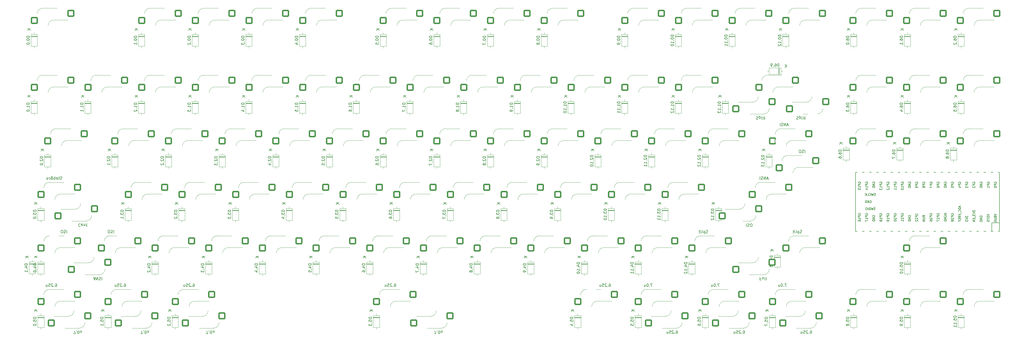
<source format=gbo>
G04 #@! TF.GenerationSoftware,KiCad,Pcbnew,7.0.10*
G04 #@! TF.CreationDate,2024-03-13T13:30:19+01:00*
G04 #@! TF.ProjectId,bb-pcb-v1,62622d70-6362-42d7-9631-2e6b69636164,rev?*
G04 #@! TF.SameCoordinates,Original*
G04 #@! TF.FileFunction,Legend,Bot*
G04 #@! TF.FilePolarity,Positive*
%FSLAX46Y46*%
G04 Gerber Fmt 4.6, Leading zero omitted, Abs format (unit mm)*
G04 Created by KiCad (PCBNEW 7.0.10) date 2024-03-13 13:30:19*
%MOMM*%
%LPD*%
G01*
G04 APERTURE LIST*
G04 Aperture macros list*
%AMRoundRect*
0 Rectangle with rounded corners*
0 $1 Rounding radius*
0 $2 $3 $4 $5 $6 $7 $8 $9 X,Y pos of 4 corners*
0 Add a 4 corners polygon primitive as box body*
4,1,4,$2,$3,$4,$5,$6,$7,$8,$9,$2,$3,0*
0 Add four circle primitives for the rounded corners*
1,1,$1+$1,$2,$3*
1,1,$1+$1,$4,$5*
1,1,$1+$1,$6,$7*
1,1,$1+$1,$8,$9*
0 Add four rect primitives between the rounded corners*
20,1,$1+$1,$2,$3,$4,$5,0*
20,1,$1+$1,$4,$5,$6,$7,0*
20,1,$1+$1,$6,$7,$8,$9,0*
20,1,$1+$1,$8,$9,$2,$3,0*%
G04 Aperture macros list end*
%ADD10C,0.150000*%
%ADD11C,0.120000*%
%ADD12C,5.000000*%
%ADD13C,1.750000*%
%ADD14C,3.050000*%
%ADD15C,4.000000*%
%ADD16RoundRect,0.250000X-1.025000X-1.000000X1.025000X-1.000000X1.025000X1.000000X-1.025000X1.000000X0*%
%ADD17C,3.000000*%
%ADD18RoundRect,0.250000X1.025000X1.000000X-1.025000X1.000000X-1.025000X-1.000000X1.025000X-1.000000X0*%
%ADD19C,0.600000*%
%ADD20O,1.700000X1.700000*%
%ADD21R,1.700000X3.500000*%
%ADD22R,1.700000X1.700000*%
%ADD23R,1.600000X1.600000*%
%ADD24O,1.600000X1.600000*%
G04 APERTURE END LIST*
D10*
X291992182Y-60304357D02*
X292135039Y-60256737D01*
X292135039Y-60256737D02*
X292373134Y-60256737D01*
X292373134Y-60256737D02*
X292468372Y-60304357D01*
X292468372Y-60304357D02*
X292515991Y-60351976D01*
X292515991Y-60351976D02*
X292563610Y-60447214D01*
X292563610Y-60447214D02*
X292563610Y-60542452D01*
X292563610Y-60542452D02*
X292515991Y-60637690D01*
X292515991Y-60637690D02*
X292468372Y-60685309D01*
X292468372Y-60685309D02*
X292373134Y-60732928D01*
X292373134Y-60732928D02*
X292182658Y-60780547D01*
X292182658Y-60780547D02*
X292087420Y-60828166D01*
X292087420Y-60828166D02*
X292039801Y-60875785D01*
X292039801Y-60875785D02*
X291992182Y-60971023D01*
X291992182Y-60971023D02*
X291992182Y-61066261D01*
X291992182Y-61066261D02*
X292039801Y-61161499D01*
X292039801Y-61161499D02*
X292087420Y-61209118D01*
X292087420Y-61209118D02*
X292182658Y-61256737D01*
X292182658Y-61256737D02*
X292420753Y-61256737D01*
X292420753Y-61256737D02*
X292563610Y-61209118D01*
X292992182Y-60923404D02*
X292992182Y-59923404D01*
X292992182Y-60875785D02*
X293087420Y-60923404D01*
X293087420Y-60923404D02*
X293277896Y-60923404D01*
X293277896Y-60923404D02*
X293373134Y-60875785D01*
X293373134Y-60875785D02*
X293420753Y-60828166D01*
X293420753Y-60828166D02*
X293468372Y-60732928D01*
X293468372Y-60732928D02*
X293468372Y-60447214D01*
X293468372Y-60447214D02*
X293420753Y-60351976D01*
X293420753Y-60351976D02*
X293373134Y-60304357D01*
X293373134Y-60304357D02*
X293277896Y-60256737D01*
X293277896Y-60256737D02*
X293087420Y-60256737D01*
X293087420Y-60256737D02*
X292992182Y-60304357D01*
X294039801Y-60256737D02*
X293944563Y-60304357D01*
X293944563Y-60304357D02*
X293896944Y-60399595D01*
X293896944Y-60399595D02*
X293896944Y-61256737D01*
X294420754Y-60256737D02*
X294420754Y-60923404D01*
X294420754Y-61256737D02*
X294373135Y-61209118D01*
X294373135Y-61209118D02*
X294420754Y-61161499D01*
X294420754Y-61161499D02*
X294468373Y-61209118D01*
X294468373Y-61209118D02*
X294420754Y-61256737D01*
X294420754Y-61256737D02*
X294420754Y-61161499D01*
X294754087Y-60923404D02*
X295135039Y-60923404D01*
X294896944Y-61256737D02*
X294896944Y-60399595D01*
X294896944Y-60399595D02*
X294944563Y-60304357D01*
X294944563Y-60304357D02*
X295039801Y-60256737D01*
X295039801Y-60256737D02*
X295135039Y-60256737D01*
X277704670Y-60304357D02*
X277847527Y-60256737D01*
X277847527Y-60256737D02*
X278085622Y-60256737D01*
X278085622Y-60256737D02*
X278180860Y-60304357D01*
X278180860Y-60304357D02*
X278228479Y-60351976D01*
X278228479Y-60351976D02*
X278276098Y-60447214D01*
X278276098Y-60447214D02*
X278276098Y-60542452D01*
X278276098Y-60542452D02*
X278228479Y-60637690D01*
X278228479Y-60637690D02*
X278180860Y-60685309D01*
X278180860Y-60685309D02*
X278085622Y-60732928D01*
X278085622Y-60732928D02*
X277895146Y-60780547D01*
X277895146Y-60780547D02*
X277799908Y-60828166D01*
X277799908Y-60828166D02*
X277752289Y-60875785D01*
X277752289Y-60875785D02*
X277704670Y-60971023D01*
X277704670Y-60971023D02*
X277704670Y-61066261D01*
X277704670Y-61066261D02*
X277752289Y-61161499D01*
X277752289Y-61161499D02*
X277799908Y-61209118D01*
X277799908Y-61209118D02*
X277895146Y-61256737D01*
X277895146Y-61256737D02*
X278133241Y-61256737D01*
X278133241Y-61256737D02*
X278276098Y-61209118D01*
X278704670Y-60923404D02*
X278704670Y-59923404D01*
X278704670Y-60875785D02*
X278799908Y-60923404D01*
X278799908Y-60923404D02*
X278990384Y-60923404D01*
X278990384Y-60923404D02*
X279085622Y-60875785D01*
X279085622Y-60875785D02*
X279133241Y-60828166D01*
X279133241Y-60828166D02*
X279180860Y-60732928D01*
X279180860Y-60732928D02*
X279180860Y-60447214D01*
X279180860Y-60447214D02*
X279133241Y-60351976D01*
X279133241Y-60351976D02*
X279085622Y-60304357D01*
X279085622Y-60304357D02*
X278990384Y-60256737D01*
X278990384Y-60256737D02*
X278799908Y-60256737D01*
X278799908Y-60256737D02*
X278704670Y-60304357D01*
X279752289Y-60256737D02*
X279657051Y-60304357D01*
X279657051Y-60304357D02*
X279609432Y-60399595D01*
X279609432Y-60399595D02*
X279609432Y-61256737D01*
X280133242Y-60256737D02*
X280133242Y-60923404D01*
X280133242Y-61256737D02*
X280085623Y-61209118D01*
X280085623Y-61209118D02*
X280133242Y-61161499D01*
X280133242Y-61161499D02*
X280180861Y-61209118D01*
X280180861Y-61209118D02*
X280133242Y-61256737D01*
X280133242Y-61256737D02*
X280133242Y-61161499D01*
X280466575Y-60923404D02*
X280847527Y-60923404D01*
X280609432Y-61256737D02*
X280609432Y-60399595D01*
X280609432Y-60399595D02*
X280657051Y-60304357D01*
X280657051Y-60304357D02*
X280752289Y-60256737D01*
X280752289Y-60256737D02*
X280847527Y-60256737D01*
X293795113Y-101620667D02*
X293652256Y-101668286D01*
X293652256Y-101668286D02*
X293414161Y-101668286D01*
X293414161Y-101668286D02*
X293318923Y-101620667D01*
X293318923Y-101620667D02*
X293271304Y-101573047D01*
X293271304Y-101573047D02*
X293223685Y-101477809D01*
X293223685Y-101477809D02*
X293223685Y-101382571D01*
X293223685Y-101382571D02*
X293271304Y-101287333D01*
X293271304Y-101287333D02*
X293318923Y-101239714D01*
X293318923Y-101239714D02*
X293414161Y-101192095D01*
X293414161Y-101192095D02*
X293604637Y-101144476D01*
X293604637Y-101144476D02*
X293699875Y-101096857D01*
X293699875Y-101096857D02*
X293747494Y-101049238D01*
X293747494Y-101049238D02*
X293795113Y-100954000D01*
X293795113Y-100954000D02*
X293795113Y-100858762D01*
X293795113Y-100858762D02*
X293747494Y-100763524D01*
X293747494Y-100763524D02*
X293699875Y-100715905D01*
X293699875Y-100715905D02*
X293604637Y-100668286D01*
X293604637Y-100668286D02*
X293366542Y-100668286D01*
X293366542Y-100668286D02*
X293223685Y-100715905D01*
X292795113Y-101001619D02*
X292795113Y-102001619D01*
X292795113Y-101049238D02*
X292699875Y-101001619D01*
X292699875Y-101001619D02*
X292509399Y-101001619D01*
X292509399Y-101001619D02*
X292414161Y-101049238D01*
X292414161Y-101049238D02*
X292366542Y-101096857D01*
X292366542Y-101096857D02*
X292318923Y-101192095D01*
X292318923Y-101192095D02*
X292318923Y-101477809D01*
X292318923Y-101477809D02*
X292366542Y-101573047D01*
X292366542Y-101573047D02*
X292414161Y-101620667D01*
X292414161Y-101620667D02*
X292509399Y-101668286D01*
X292509399Y-101668286D02*
X292699875Y-101668286D01*
X292699875Y-101668286D02*
X292795113Y-101620667D01*
X291747494Y-101668286D02*
X291842732Y-101620667D01*
X291842732Y-101620667D02*
X291890351Y-101525428D01*
X291890351Y-101525428D02*
X291890351Y-100668286D01*
X291366541Y-101668286D02*
X291366541Y-101001619D01*
X291366541Y-100668286D02*
X291414160Y-100715905D01*
X291414160Y-100715905D02*
X291366541Y-100763524D01*
X291366541Y-100763524D02*
X291318922Y-100715905D01*
X291318922Y-100715905D02*
X291366541Y-100668286D01*
X291366541Y-100668286D02*
X291366541Y-100763524D01*
X291033208Y-101001619D02*
X290652256Y-101001619D01*
X290890351Y-100668286D02*
X290890351Y-101525428D01*
X290890351Y-101525428D02*
X290842732Y-101620667D01*
X290842732Y-101620667D02*
X290747494Y-101668286D01*
X290747494Y-101668286D02*
X290652256Y-101668286D01*
X260457585Y-101620667D02*
X260314728Y-101668286D01*
X260314728Y-101668286D02*
X260076633Y-101668286D01*
X260076633Y-101668286D02*
X259981395Y-101620667D01*
X259981395Y-101620667D02*
X259933776Y-101573047D01*
X259933776Y-101573047D02*
X259886157Y-101477809D01*
X259886157Y-101477809D02*
X259886157Y-101382571D01*
X259886157Y-101382571D02*
X259933776Y-101287333D01*
X259933776Y-101287333D02*
X259981395Y-101239714D01*
X259981395Y-101239714D02*
X260076633Y-101192095D01*
X260076633Y-101192095D02*
X260267109Y-101144476D01*
X260267109Y-101144476D02*
X260362347Y-101096857D01*
X260362347Y-101096857D02*
X260409966Y-101049238D01*
X260409966Y-101049238D02*
X260457585Y-100954000D01*
X260457585Y-100954000D02*
X260457585Y-100858762D01*
X260457585Y-100858762D02*
X260409966Y-100763524D01*
X260409966Y-100763524D02*
X260362347Y-100715905D01*
X260362347Y-100715905D02*
X260267109Y-100668286D01*
X260267109Y-100668286D02*
X260029014Y-100668286D01*
X260029014Y-100668286D02*
X259886157Y-100715905D01*
X259457585Y-101001619D02*
X259457585Y-102001619D01*
X259457585Y-101049238D02*
X259362347Y-101001619D01*
X259362347Y-101001619D02*
X259171871Y-101001619D01*
X259171871Y-101001619D02*
X259076633Y-101049238D01*
X259076633Y-101049238D02*
X259029014Y-101096857D01*
X259029014Y-101096857D02*
X258981395Y-101192095D01*
X258981395Y-101192095D02*
X258981395Y-101477809D01*
X258981395Y-101477809D02*
X259029014Y-101573047D01*
X259029014Y-101573047D02*
X259076633Y-101620667D01*
X259076633Y-101620667D02*
X259171871Y-101668286D01*
X259171871Y-101668286D02*
X259362347Y-101668286D01*
X259362347Y-101668286D02*
X259457585Y-101620667D01*
X258409966Y-101668286D02*
X258505204Y-101620667D01*
X258505204Y-101620667D02*
X258552823Y-101525428D01*
X258552823Y-101525428D02*
X258552823Y-100668286D01*
X258029013Y-101668286D02*
X258029013Y-101001619D01*
X258029013Y-100668286D02*
X258076632Y-100715905D01*
X258076632Y-100715905D02*
X258029013Y-100763524D01*
X258029013Y-100763524D02*
X257981394Y-100715905D01*
X257981394Y-100715905D02*
X258029013Y-100668286D01*
X258029013Y-100668286D02*
X258029013Y-100763524D01*
X257695680Y-101001619D02*
X257314728Y-101001619D01*
X257552823Y-100668286D02*
X257552823Y-101525428D01*
X257552823Y-101525428D02*
X257505204Y-101620667D01*
X257505204Y-101620667D02*
X257409966Y-101668286D01*
X257409966Y-101668286D02*
X257314728Y-101668286D01*
X279276248Y-117930595D02*
X278942915Y-117930595D01*
X278942915Y-117406785D02*
X278942915Y-118406785D01*
X278942915Y-118406785D02*
X279419105Y-118406785D01*
X280228629Y-118073452D02*
X280228629Y-117406785D01*
X279800058Y-118073452D02*
X279800058Y-117549643D01*
X279800058Y-117549643D02*
X279847677Y-117454405D01*
X279847677Y-117454405D02*
X279942915Y-117406785D01*
X279942915Y-117406785D02*
X280085772Y-117406785D01*
X280085772Y-117406785D02*
X280181010Y-117454405D01*
X280181010Y-117454405D02*
X280228629Y-117502024D01*
X280847677Y-117406785D02*
X280752439Y-117454405D01*
X280752439Y-117454405D02*
X280704820Y-117549643D01*
X280704820Y-117549643D02*
X280704820Y-118406785D01*
X281371487Y-117406785D02*
X281276249Y-117454405D01*
X281276249Y-117454405D02*
X281228630Y-117549643D01*
X281228630Y-117549643D02*
X281228630Y-118406785D01*
X33000400Y-101668286D02*
X33000400Y-100668286D01*
X32571829Y-101620667D02*
X32428972Y-101668286D01*
X32428972Y-101668286D02*
X32190877Y-101668286D01*
X32190877Y-101668286D02*
X32095639Y-101620667D01*
X32095639Y-101620667D02*
X32048020Y-101573047D01*
X32048020Y-101573047D02*
X32000401Y-101477809D01*
X32000401Y-101477809D02*
X32000401Y-101382571D01*
X32000401Y-101382571D02*
X32048020Y-101287333D01*
X32048020Y-101287333D02*
X32095639Y-101239714D01*
X32095639Y-101239714D02*
X32190877Y-101192095D01*
X32190877Y-101192095D02*
X32381353Y-101144476D01*
X32381353Y-101144476D02*
X32476591Y-101096857D01*
X32476591Y-101096857D02*
X32524210Y-101049238D01*
X32524210Y-101049238D02*
X32571829Y-100954000D01*
X32571829Y-100954000D02*
X32571829Y-100858762D01*
X32571829Y-100858762D02*
X32524210Y-100763524D01*
X32524210Y-100763524D02*
X32476591Y-100715905D01*
X32476591Y-100715905D02*
X32381353Y-100668286D01*
X32381353Y-100668286D02*
X32143258Y-100668286D01*
X32143258Y-100668286D02*
X32000401Y-100715905D01*
X31381353Y-100668286D02*
X31190877Y-100668286D01*
X31190877Y-100668286D02*
X31095639Y-100715905D01*
X31095639Y-100715905D02*
X31000401Y-100811143D01*
X31000401Y-100811143D02*
X30952782Y-101001619D01*
X30952782Y-101001619D02*
X30952782Y-101334952D01*
X30952782Y-101334952D02*
X31000401Y-101525428D01*
X31000401Y-101525428D02*
X31095639Y-101620667D01*
X31095639Y-101620667D02*
X31190877Y-101668286D01*
X31190877Y-101668286D02*
X31381353Y-101668286D01*
X31381353Y-101668286D02*
X31476591Y-101620667D01*
X31476591Y-101620667D02*
X31571829Y-101525428D01*
X31571829Y-101525428D02*
X31619448Y-101334952D01*
X31619448Y-101334952D02*
X31619448Y-101001619D01*
X31619448Y-101001619D02*
X31571829Y-100811143D01*
X31571829Y-100811143D02*
X31476591Y-100715905D01*
X31476591Y-100715905D02*
X31381353Y-100668286D01*
X49669164Y-101668286D02*
X49669164Y-100668286D01*
X49240593Y-101620667D02*
X49097736Y-101668286D01*
X49097736Y-101668286D02*
X48859641Y-101668286D01*
X48859641Y-101668286D02*
X48764403Y-101620667D01*
X48764403Y-101620667D02*
X48716784Y-101573047D01*
X48716784Y-101573047D02*
X48669165Y-101477809D01*
X48669165Y-101477809D02*
X48669165Y-101382571D01*
X48669165Y-101382571D02*
X48716784Y-101287333D01*
X48716784Y-101287333D02*
X48764403Y-101239714D01*
X48764403Y-101239714D02*
X48859641Y-101192095D01*
X48859641Y-101192095D02*
X49050117Y-101144476D01*
X49050117Y-101144476D02*
X49145355Y-101096857D01*
X49145355Y-101096857D02*
X49192974Y-101049238D01*
X49192974Y-101049238D02*
X49240593Y-100954000D01*
X49240593Y-100954000D02*
X49240593Y-100858762D01*
X49240593Y-100858762D02*
X49192974Y-100763524D01*
X49192974Y-100763524D02*
X49145355Y-100715905D01*
X49145355Y-100715905D02*
X49050117Y-100668286D01*
X49050117Y-100668286D02*
X48812022Y-100668286D01*
X48812022Y-100668286D02*
X48669165Y-100715905D01*
X48050117Y-100668286D02*
X47859641Y-100668286D01*
X47859641Y-100668286D02*
X47764403Y-100715905D01*
X47764403Y-100715905D02*
X47669165Y-100811143D01*
X47669165Y-100811143D02*
X47621546Y-101001619D01*
X47621546Y-101001619D02*
X47621546Y-101334952D01*
X47621546Y-101334952D02*
X47669165Y-101525428D01*
X47669165Y-101525428D02*
X47764403Y-101620667D01*
X47764403Y-101620667D02*
X47859641Y-101668286D01*
X47859641Y-101668286D02*
X48050117Y-101668286D01*
X48050117Y-101668286D02*
X48145355Y-101620667D01*
X48145355Y-101620667D02*
X48240593Y-101525428D01*
X48240593Y-101525428D02*
X48288212Y-101334952D01*
X48288212Y-101334952D02*
X48288212Y-101001619D01*
X48288212Y-101001619D02*
X48240593Y-100811143D01*
X48240593Y-100811143D02*
X48145355Y-100715905D01*
X48145355Y-100715905D02*
X48050117Y-100668286D01*
X42556035Y-117692500D02*
X43032225Y-117692500D01*
X42460797Y-117406785D02*
X42794130Y-118406785D01*
X42794130Y-118406785D02*
X43127463Y-117406785D01*
X43460797Y-117406785D02*
X43460797Y-118406785D01*
X43460797Y-118406785D02*
X44032225Y-117406785D01*
X44032225Y-117406785D02*
X44032225Y-118406785D01*
X44460797Y-117454405D02*
X44603654Y-117406785D01*
X44603654Y-117406785D02*
X44841749Y-117406785D01*
X44841749Y-117406785D02*
X44936987Y-117454405D01*
X44936987Y-117454405D02*
X44984606Y-117502024D01*
X44984606Y-117502024D02*
X45032225Y-117597262D01*
X45032225Y-117597262D02*
X45032225Y-117692500D01*
X45032225Y-117692500D02*
X44984606Y-117787738D01*
X44984606Y-117787738D02*
X44936987Y-117835357D01*
X44936987Y-117835357D02*
X44841749Y-117882976D01*
X44841749Y-117882976D02*
X44651273Y-117930595D01*
X44651273Y-117930595D02*
X44556035Y-117978214D01*
X44556035Y-117978214D02*
X44508416Y-118025833D01*
X44508416Y-118025833D02*
X44460797Y-118121071D01*
X44460797Y-118121071D02*
X44460797Y-118216309D01*
X44460797Y-118216309D02*
X44508416Y-118311547D01*
X44508416Y-118311547D02*
X44556035Y-118359166D01*
X44556035Y-118359166D02*
X44651273Y-118406785D01*
X44651273Y-118406785D02*
X44889368Y-118406785D01*
X44889368Y-118406785D02*
X45032225Y-118359166D01*
X45460797Y-117406785D02*
X45460797Y-118406785D01*
X31262080Y-82570651D02*
X31119223Y-82618270D01*
X31119223Y-82618270D02*
X30881128Y-82618270D01*
X30881128Y-82618270D02*
X30785890Y-82570651D01*
X30785890Y-82570651D02*
X30738271Y-82523031D01*
X30738271Y-82523031D02*
X30690652Y-82427793D01*
X30690652Y-82427793D02*
X30690652Y-82332555D01*
X30690652Y-82332555D02*
X30738271Y-82237317D01*
X30738271Y-82237317D02*
X30785890Y-82189698D01*
X30785890Y-82189698D02*
X30881128Y-82142079D01*
X30881128Y-82142079D02*
X31071604Y-82094460D01*
X31071604Y-82094460D02*
X31166842Y-82046841D01*
X31166842Y-82046841D02*
X31214461Y-81999222D01*
X31214461Y-81999222D02*
X31262080Y-81903984D01*
X31262080Y-81903984D02*
X31262080Y-81808746D01*
X31262080Y-81808746D02*
X31214461Y-81713508D01*
X31214461Y-81713508D02*
X31166842Y-81665889D01*
X31166842Y-81665889D02*
X31071604Y-81618270D01*
X31071604Y-81618270D02*
X30833509Y-81618270D01*
X30833509Y-81618270D02*
X30690652Y-81665889D01*
X30404937Y-81951603D02*
X30023985Y-81951603D01*
X30262080Y-81618270D02*
X30262080Y-82475412D01*
X30262080Y-82475412D02*
X30214461Y-82570651D01*
X30214461Y-82570651D02*
X30119223Y-82618270D01*
X30119223Y-82618270D02*
X30023985Y-82618270D01*
X29309699Y-82570651D02*
X29404937Y-82618270D01*
X29404937Y-82618270D02*
X29595413Y-82618270D01*
X29595413Y-82618270D02*
X29690651Y-82570651D01*
X29690651Y-82570651D02*
X29738270Y-82475412D01*
X29738270Y-82475412D02*
X29738270Y-82094460D01*
X29738270Y-82094460D02*
X29690651Y-81999222D01*
X29690651Y-81999222D02*
X29595413Y-81951603D01*
X29595413Y-81951603D02*
X29404937Y-81951603D01*
X29404937Y-81951603D02*
X29309699Y-81999222D01*
X29309699Y-81999222D02*
X29262080Y-82094460D01*
X29262080Y-82094460D02*
X29262080Y-82189698D01*
X29262080Y-82189698D02*
X29738270Y-82284936D01*
X28833508Y-82618270D02*
X28833508Y-81618270D01*
X28833508Y-81999222D02*
X28738270Y-81951603D01*
X28738270Y-81951603D02*
X28547794Y-81951603D01*
X28547794Y-81951603D02*
X28452556Y-81999222D01*
X28452556Y-81999222D02*
X28404937Y-82046841D01*
X28404937Y-82046841D02*
X28357318Y-82142079D01*
X28357318Y-82142079D02*
X28357318Y-82427793D01*
X28357318Y-82427793D02*
X28404937Y-82523031D01*
X28404937Y-82523031D02*
X28452556Y-82570651D01*
X28452556Y-82570651D02*
X28547794Y-82618270D01*
X28547794Y-82618270D02*
X28738270Y-82618270D01*
X28738270Y-82618270D02*
X28833508Y-82570651D01*
X27595413Y-82094460D02*
X27452556Y-82142079D01*
X27452556Y-82142079D02*
X27404937Y-82189698D01*
X27404937Y-82189698D02*
X27357318Y-82284936D01*
X27357318Y-82284936D02*
X27357318Y-82427793D01*
X27357318Y-82427793D02*
X27404937Y-82523031D01*
X27404937Y-82523031D02*
X27452556Y-82570651D01*
X27452556Y-82570651D02*
X27547794Y-82618270D01*
X27547794Y-82618270D02*
X27928746Y-82618270D01*
X27928746Y-82618270D02*
X27928746Y-81618270D01*
X27928746Y-81618270D02*
X27595413Y-81618270D01*
X27595413Y-81618270D02*
X27500175Y-81665889D01*
X27500175Y-81665889D02*
X27452556Y-81713508D01*
X27452556Y-81713508D02*
X27404937Y-81808746D01*
X27404937Y-81808746D02*
X27404937Y-81903984D01*
X27404937Y-81903984D02*
X27452556Y-81999222D01*
X27452556Y-81999222D02*
X27500175Y-82046841D01*
X27500175Y-82046841D02*
X27595413Y-82094460D01*
X27595413Y-82094460D02*
X27928746Y-82094460D01*
X26928746Y-82618270D02*
X26928746Y-81951603D01*
X26928746Y-82142079D02*
X26881127Y-82046841D01*
X26881127Y-82046841D02*
X26833508Y-81999222D01*
X26833508Y-81999222D02*
X26738270Y-81951603D01*
X26738270Y-81951603D02*
X26643032Y-81951603D01*
X26166841Y-82618270D02*
X26262079Y-82570651D01*
X26262079Y-82570651D02*
X26309698Y-82523031D01*
X26309698Y-82523031D02*
X26357317Y-82427793D01*
X26357317Y-82427793D02*
X26357317Y-82142079D01*
X26357317Y-82142079D02*
X26309698Y-82046841D01*
X26309698Y-82046841D02*
X26262079Y-81999222D01*
X26262079Y-81999222D02*
X26166841Y-81951603D01*
X26166841Y-81951603D02*
X26023984Y-81951603D01*
X26023984Y-81951603D02*
X25928746Y-81999222D01*
X25928746Y-81999222D02*
X25881127Y-82046841D01*
X25881127Y-82046841D02*
X25833508Y-82142079D01*
X25833508Y-82142079D02*
X25833508Y-82427793D01*
X25833508Y-82427793D02*
X25881127Y-82523031D01*
X25881127Y-82523031D02*
X25928746Y-82570651D01*
X25928746Y-82570651D02*
X26023984Y-82618270D01*
X26023984Y-82618270D02*
X26166841Y-82618270D01*
X37817265Y-98452008D02*
X37769646Y-98404389D01*
X37769646Y-98404389D02*
X37626789Y-98356769D01*
X37626789Y-98356769D02*
X37531551Y-98356769D01*
X37531551Y-98356769D02*
X37388694Y-98404389D01*
X37388694Y-98404389D02*
X37293456Y-98499627D01*
X37293456Y-98499627D02*
X37245837Y-98594865D01*
X37245837Y-98594865D02*
X37198218Y-98785341D01*
X37198218Y-98785341D02*
X37198218Y-98928198D01*
X37198218Y-98928198D02*
X37245837Y-99118674D01*
X37245837Y-99118674D02*
X37293456Y-99213912D01*
X37293456Y-99213912D02*
X37388694Y-99309150D01*
X37388694Y-99309150D02*
X37531551Y-99356769D01*
X37531551Y-99356769D02*
X37626789Y-99356769D01*
X37626789Y-99356769D02*
X37769646Y-99309150D01*
X37769646Y-99309150D02*
X37817265Y-99261531D01*
X38626789Y-98404389D02*
X38531551Y-98356769D01*
X38531551Y-98356769D02*
X38341075Y-98356769D01*
X38341075Y-98356769D02*
X38245837Y-98404389D01*
X38245837Y-98404389D02*
X38198218Y-98499627D01*
X38198218Y-98499627D02*
X38198218Y-98880579D01*
X38198218Y-98880579D02*
X38245837Y-98975817D01*
X38245837Y-98975817D02*
X38341075Y-99023436D01*
X38341075Y-99023436D02*
X38531551Y-99023436D01*
X38531551Y-99023436D02*
X38626789Y-98975817D01*
X38626789Y-98975817D02*
X38674408Y-98880579D01*
X38674408Y-98880579D02*
X38674408Y-98785341D01*
X38674408Y-98785341D02*
X38198218Y-98690103D01*
X39102980Y-99023436D02*
X39102980Y-98356769D01*
X39102980Y-98928198D02*
X39150599Y-98975817D01*
X39150599Y-98975817D02*
X39245837Y-99023436D01*
X39245837Y-99023436D02*
X39388694Y-99023436D01*
X39388694Y-99023436D02*
X39483932Y-98975817D01*
X39483932Y-98975817D02*
X39531551Y-98880579D01*
X39531551Y-98880579D02*
X39531551Y-98356769D01*
X39864885Y-99023436D02*
X40245837Y-99023436D01*
X40007742Y-99356769D02*
X40007742Y-98499627D01*
X40007742Y-98499627D02*
X40055361Y-98404389D01*
X40055361Y-98404389D02*
X40150599Y-98356769D01*
X40150599Y-98356769D02*
X40245837Y-98356769D01*
X281888853Y-82332555D02*
X281412663Y-82332555D01*
X281984091Y-82618270D02*
X281650758Y-81618270D01*
X281650758Y-81618270D02*
X281317425Y-82618270D01*
X280984091Y-82618270D02*
X280984091Y-81618270D01*
X280984091Y-81618270D02*
X280412663Y-82618270D01*
X280412663Y-82618270D02*
X280412663Y-81618270D01*
X279984091Y-82570651D02*
X279841234Y-82618270D01*
X279841234Y-82618270D02*
X279603139Y-82618270D01*
X279603139Y-82618270D02*
X279507901Y-82570651D01*
X279507901Y-82570651D02*
X279460282Y-82523031D01*
X279460282Y-82523031D02*
X279412663Y-82427793D01*
X279412663Y-82427793D02*
X279412663Y-82332555D01*
X279412663Y-82332555D02*
X279460282Y-82237317D01*
X279460282Y-82237317D02*
X279507901Y-82189698D01*
X279507901Y-82189698D02*
X279603139Y-82142079D01*
X279603139Y-82142079D02*
X279793615Y-82094460D01*
X279793615Y-82094460D02*
X279888853Y-82046841D01*
X279888853Y-82046841D02*
X279936472Y-81999222D01*
X279936472Y-81999222D02*
X279984091Y-81903984D01*
X279984091Y-81903984D02*
X279984091Y-81808746D01*
X279984091Y-81808746D02*
X279936472Y-81713508D01*
X279936472Y-81713508D02*
X279888853Y-81665889D01*
X279888853Y-81665889D02*
X279793615Y-81618270D01*
X279793615Y-81618270D02*
X279555520Y-81618270D01*
X279555520Y-81618270D02*
X279412663Y-81665889D01*
X278984091Y-82618270D02*
X278984091Y-81618270D01*
X289032609Y-63282539D02*
X288556419Y-63282539D01*
X289127847Y-63568254D02*
X288794514Y-62568254D01*
X288794514Y-62568254D02*
X288461181Y-63568254D01*
X288127847Y-63568254D02*
X288127847Y-62568254D01*
X288127847Y-62568254D02*
X287556419Y-63568254D01*
X287556419Y-63568254D02*
X287556419Y-62568254D01*
X287127847Y-63520635D02*
X286984990Y-63568254D01*
X286984990Y-63568254D02*
X286746895Y-63568254D01*
X286746895Y-63568254D02*
X286651657Y-63520635D01*
X286651657Y-63520635D02*
X286604038Y-63473015D01*
X286604038Y-63473015D02*
X286556419Y-63377777D01*
X286556419Y-63377777D02*
X286556419Y-63282539D01*
X286556419Y-63282539D02*
X286604038Y-63187301D01*
X286604038Y-63187301D02*
X286651657Y-63139682D01*
X286651657Y-63139682D02*
X286746895Y-63092063D01*
X286746895Y-63092063D02*
X286937371Y-63044444D01*
X286937371Y-63044444D02*
X287032609Y-62996825D01*
X287032609Y-62996825D02*
X287080228Y-62949206D01*
X287080228Y-62949206D02*
X287127847Y-62853968D01*
X287127847Y-62853968D02*
X287127847Y-62758730D01*
X287127847Y-62758730D02*
X287080228Y-62663492D01*
X287080228Y-62663492D02*
X287032609Y-62615873D01*
X287032609Y-62615873D02*
X286937371Y-62568254D01*
X286937371Y-62568254D02*
X286699276Y-62568254D01*
X286699276Y-62568254D02*
X286556419Y-62615873D01*
X286127847Y-63568254D02*
X286127847Y-62568254D01*
X274180411Y-98356769D02*
X274180411Y-99356769D01*
X274608982Y-98404389D02*
X274751839Y-98356769D01*
X274751839Y-98356769D02*
X274989934Y-98356769D01*
X274989934Y-98356769D02*
X275085172Y-98404389D01*
X275085172Y-98404389D02*
X275132791Y-98452008D01*
X275132791Y-98452008D02*
X275180410Y-98547246D01*
X275180410Y-98547246D02*
X275180410Y-98642484D01*
X275180410Y-98642484D02*
X275132791Y-98737722D01*
X275132791Y-98737722D02*
X275085172Y-98785341D01*
X275085172Y-98785341D02*
X274989934Y-98832960D01*
X274989934Y-98832960D02*
X274799458Y-98880579D01*
X274799458Y-98880579D02*
X274704220Y-98928198D01*
X274704220Y-98928198D02*
X274656601Y-98975817D01*
X274656601Y-98975817D02*
X274608982Y-99071055D01*
X274608982Y-99071055D02*
X274608982Y-99166293D01*
X274608982Y-99166293D02*
X274656601Y-99261531D01*
X274656601Y-99261531D02*
X274704220Y-99309150D01*
X274704220Y-99309150D02*
X274799458Y-99356769D01*
X274799458Y-99356769D02*
X275037553Y-99356769D01*
X275037553Y-99356769D02*
X275180410Y-99309150D01*
X275799458Y-99356769D02*
X275989934Y-99356769D01*
X275989934Y-99356769D02*
X276085172Y-99309150D01*
X276085172Y-99309150D02*
X276180410Y-99213912D01*
X276180410Y-99213912D02*
X276228029Y-99023436D01*
X276228029Y-99023436D02*
X276228029Y-98690103D01*
X276228029Y-98690103D02*
X276180410Y-98499627D01*
X276180410Y-98499627D02*
X276085172Y-98404389D01*
X276085172Y-98404389D02*
X275989934Y-98356769D01*
X275989934Y-98356769D02*
X275799458Y-98356769D01*
X275799458Y-98356769D02*
X275704220Y-98404389D01*
X275704220Y-98404389D02*
X275608982Y-98499627D01*
X275608982Y-98499627D02*
X275561363Y-98690103D01*
X275561363Y-98690103D02*
X275561363Y-99023436D01*
X275561363Y-99023436D02*
X275608982Y-99213912D01*
X275608982Y-99213912D02*
X275704220Y-99309150D01*
X275704220Y-99309150D02*
X275799458Y-99356769D01*
X294938120Y-73093262D02*
X294938120Y-72093262D01*
X294509549Y-73045643D02*
X294366692Y-73093262D01*
X294366692Y-73093262D02*
X294128597Y-73093262D01*
X294128597Y-73093262D02*
X294033359Y-73045643D01*
X294033359Y-73045643D02*
X293985740Y-72998023D01*
X293985740Y-72998023D02*
X293938121Y-72902785D01*
X293938121Y-72902785D02*
X293938121Y-72807547D01*
X293938121Y-72807547D02*
X293985740Y-72712309D01*
X293985740Y-72712309D02*
X294033359Y-72664690D01*
X294033359Y-72664690D02*
X294128597Y-72617071D01*
X294128597Y-72617071D02*
X294319073Y-72569452D01*
X294319073Y-72569452D02*
X294414311Y-72521833D01*
X294414311Y-72521833D02*
X294461930Y-72474214D01*
X294461930Y-72474214D02*
X294509549Y-72378976D01*
X294509549Y-72378976D02*
X294509549Y-72283738D01*
X294509549Y-72283738D02*
X294461930Y-72188500D01*
X294461930Y-72188500D02*
X294414311Y-72140881D01*
X294414311Y-72140881D02*
X294319073Y-72093262D01*
X294319073Y-72093262D02*
X294080978Y-72093262D01*
X294080978Y-72093262D02*
X293938121Y-72140881D01*
X293319073Y-72093262D02*
X293128597Y-72093262D01*
X293128597Y-72093262D02*
X293033359Y-72140881D01*
X293033359Y-72140881D02*
X292938121Y-72236119D01*
X292938121Y-72236119D02*
X292890502Y-72426595D01*
X292890502Y-72426595D02*
X292890502Y-72759928D01*
X292890502Y-72759928D02*
X292938121Y-72950404D01*
X292938121Y-72950404D02*
X293033359Y-73045643D01*
X293033359Y-73045643D02*
X293128597Y-73093262D01*
X293128597Y-73093262D02*
X293319073Y-73093262D01*
X293319073Y-73093262D02*
X293414311Y-73045643D01*
X293414311Y-73045643D02*
X293509549Y-72950404D01*
X293509549Y-72950404D02*
X293557168Y-72759928D01*
X293557168Y-72759928D02*
X293557168Y-72426595D01*
X293557168Y-72426595D02*
X293509549Y-72236119D01*
X293509549Y-72236119D02*
X293414311Y-72140881D01*
X293414311Y-72140881D02*
X293319073Y-72093262D01*
X288484915Y-119718302D02*
X287818249Y-119718302D01*
X287818249Y-119718302D02*
X288246820Y-120718302D01*
X287437296Y-120623063D02*
X287389677Y-120670683D01*
X287389677Y-120670683D02*
X287437296Y-120718302D01*
X287437296Y-120718302D02*
X287484915Y-120670683D01*
X287484915Y-120670683D02*
X287437296Y-120623063D01*
X287437296Y-120623063D02*
X287437296Y-120718302D01*
X286770630Y-119718302D02*
X286675392Y-119718302D01*
X286675392Y-119718302D02*
X286580154Y-119765921D01*
X286580154Y-119765921D02*
X286532535Y-119813540D01*
X286532535Y-119813540D02*
X286484916Y-119908778D01*
X286484916Y-119908778D02*
X286437297Y-120099254D01*
X286437297Y-120099254D02*
X286437297Y-120337349D01*
X286437297Y-120337349D02*
X286484916Y-120527825D01*
X286484916Y-120527825D02*
X286532535Y-120623063D01*
X286532535Y-120623063D02*
X286580154Y-120670683D01*
X286580154Y-120670683D02*
X286675392Y-120718302D01*
X286675392Y-120718302D02*
X286770630Y-120718302D01*
X286770630Y-120718302D02*
X286865868Y-120670683D01*
X286865868Y-120670683D02*
X286913487Y-120623063D01*
X286913487Y-120623063D02*
X286961106Y-120527825D01*
X286961106Y-120527825D02*
X287008725Y-120337349D01*
X287008725Y-120337349D02*
X287008725Y-120099254D01*
X287008725Y-120099254D02*
X286961106Y-119908778D01*
X286961106Y-119908778D02*
X286913487Y-119813540D01*
X286913487Y-119813540D02*
X286865868Y-119765921D01*
X286865868Y-119765921D02*
X286770630Y-119718302D01*
X285580154Y-120051635D02*
X285580154Y-120718302D01*
X286008725Y-120051635D02*
X286008725Y-120575444D01*
X286008725Y-120575444D02*
X285961106Y-120670683D01*
X285961106Y-120670683D02*
X285865868Y-120718302D01*
X285865868Y-120718302D02*
X285723011Y-120718302D01*
X285723011Y-120718302D02*
X285627773Y-120670683D01*
X285627773Y-120670683D02*
X285580154Y-120623063D01*
X264672395Y-119718302D02*
X264005729Y-119718302D01*
X264005729Y-119718302D02*
X264434300Y-120718302D01*
X263624776Y-120623063D02*
X263577157Y-120670683D01*
X263577157Y-120670683D02*
X263624776Y-120718302D01*
X263624776Y-120718302D02*
X263672395Y-120670683D01*
X263672395Y-120670683D02*
X263624776Y-120623063D01*
X263624776Y-120623063D02*
X263624776Y-120718302D01*
X262958110Y-119718302D02*
X262862872Y-119718302D01*
X262862872Y-119718302D02*
X262767634Y-119765921D01*
X262767634Y-119765921D02*
X262720015Y-119813540D01*
X262720015Y-119813540D02*
X262672396Y-119908778D01*
X262672396Y-119908778D02*
X262624777Y-120099254D01*
X262624777Y-120099254D02*
X262624777Y-120337349D01*
X262624777Y-120337349D02*
X262672396Y-120527825D01*
X262672396Y-120527825D02*
X262720015Y-120623063D01*
X262720015Y-120623063D02*
X262767634Y-120670683D01*
X262767634Y-120670683D02*
X262862872Y-120718302D01*
X262862872Y-120718302D02*
X262958110Y-120718302D01*
X262958110Y-120718302D02*
X263053348Y-120670683D01*
X263053348Y-120670683D02*
X263100967Y-120623063D01*
X263100967Y-120623063D02*
X263148586Y-120527825D01*
X263148586Y-120527825D02*
X263196205Y-120337349D01*
X263196205Y-120337349D02*
X263196205Y-120099254D01*
X263196205Y-120099254D02*
X263148586Y-119908778D01*
X263148586Y-119908778D02*
X263100967Y-119813540D01*
X263100967Y-119813540D02*
X263053348Y-119765921D01*
X263053348Y-119765921D02*
X262958110Y-119718302D01*
X261767634Y-120051635D02*
X261767634Y-120718302D01*
X262196205Y-120051635D02*
X262196205Y-120575444D01*
X262196205Y-120575444D02*
X262148586Y-120670683D01*
X262148586Y-120670683D02*
X262053348Y-120718302D01*
X262053348Y-120718302D02*
X261910491Y-120718302D01*
X261910491Y-120718302D02*
X261815253Y-120670683D01*
X261815253Y-120670683D02*
X261767634Y-120623063D01*
X240859875Y-119718302D02*
X240193209Y-119718302D01*
X240193209Y-119718302D02*
X240621780Y-120718302D01*
X239812256Y-120623063D02*
X239764637Y-120670683D01*
X239764637Y-120670683D02*
X239812256Y-120718302D01*
X239812256Y-120718302D02*
X239859875Y-120670683D01*
X239859875Y-120670683D02*
X239812256Y-120623063D01*
X239812256Y-120623063D02*
X239812256Y-120718302D01*
X239145590Y-119718302D02*
X239050352Y-119718302D01*
X239050352Y-119718302D02*
X238955114Y-119765921D01*
X238955114Y-119765921D02*
X238907495Y-119813540D01*
X238907495Y-119813540D02*
X238859876Y-119908778D01*
X238859876Y-119908778D02*
X238812257Y-120099254D01*
X238812257Y-120099254D02*
X238812257Y-120337349D01*
X238812257Y-120337349D02*
X238859876Y-120527825D01*
X238859876Y-120527825D02*
X238907495Y-120623063D01*
X238907495Y-120623063D02*
X238955114Y-120670683D01*
X238955114Y-120670683D02*
X239050352Y-120718302D01*
X239050352Y-120718302D02*
X239145590Y-120718302D01*
X239145590Y-120718302D02*
X239240828Y-120670683D01*
X239240828Y-120670683D02*
X239288447Y-120623063D01*
X239288447Y-120623063D02*
X239336066Y-120527825D01*
X239336066Y-120527825D02*
X239383685Y-120337349D01*
X239383685Y-120337349D02*
X239383685Y-120099254D01*
X239383685Y-120099254D02*
X239336066Y-119908778D01*
X239336066Y-119908778D02*
X239288447Y-119813540D01*
X239288447Y-119813540D02*
X239240828Y-119765921D01*
X239240828Y-119765921D02*
X239145590Y-119718302D01*
X237955114Y-120051635D02*
X237955114Y-120718302D01*
X238383685Y-120051635D02*
X238383685Y-120575444D01*
X238383685Y-120575444D02*
X238336066Y-120670683D01*
X238336066Y-120670683D02*
X238240828Y-120718302D01*
X238240828Y-120718302D02*
X238097971Y-120718302D01*
X238097971Y-120718302D02*
X238002733Y-120670683D01*
X238002733Y-120670683D02*
X237955114Y-120623063D01*
X296890801Y-136387066D02*
X297081277Y-136387066D01*
X297081277Y-136387066D02*
X297176515Y-136434685D01*
X297176515Y-136434685D02*
X297224134Y-136482304D01*
X297224134Y-136482304D02*
X297319372Y-136625161D01*
X297319372Y-136625161D02*
X297366991Y-136815637D01*
X297366991Y-136815637D02*
X297366991Y-137196589D01*
X297366991Y-137196589D02*
X297319372Y-137291827D01*
X297319372Y-137291827D02*
X297271753Y-137339447D01*
X297271753Y-137339447D02*
X297176515Y-137387066D01*
X297176515Y-137387066D02*
X296986039Y-137387066D01*
X296986039Y-137387066D02*
X296890801Y-137339447D01*
X296890801Y-137339447D02*
X296843182Y-137291827D01*
X296843182Y-137291827D02*
X296795563Y-137196589D01*
X296795563Y-137196589D02*
X296795563Y-136958494D01*
X296795563Y-136958494D02*
X296843182Y-136863256D01*
X296843182Y-136863256D02*
X296890801Y-136815637D01*
X296890801Y-136815637D02*
X296986039Y-136768018D01*
X296986039Y-136768018D02*
X297176515Y-136768018D01*
X297176515Y-136768018D02*
X297271753Y-136815637D01*
X297271753Y-136815637D02*
X297319372Y-136863256D01*
X297319372Y-136863256D02*
X297366991Y-136958494D01*
X296366991Y-137291827D02*
X296319372Y-137339447D01*
X296319372Y-137339447D02*
X296366991Y-137387066D01*
X296366991Y-137387066D02*
X296414610Y-137339447D01*
X296414610Y-137339447D02*
X296366991Y-137291827D01*
X296366991Y-137291827D02*
X296366991Y-137387066D01*
X295938420Y-136482304D02*
X295890801Y-136434685D01*
X295890801Y-136434685D02*
X295795563Y-136387066D01*
X295795563Y-136387066D02*
X295557468Y-136387066D01*
X295557468Y-136387066D02*
X295462230Y-136434685D01*
X295462230Y-136434685D02*
X295414611Y-136482304D01*
X295414611Y-136482304D02*
X295366992Y-136577542D01*
X295366992Y-136577542D02*
X295366992Y-136672780D01*
X295366992Y-136672780D02*
X295414611Y-136815637D01*
X295414611Y-136815637D02*
X295986039Y-137387066D01*
X295986039Y-137387066D02*
X295366992Y-137387066D01*
X294462230Y-136387066D02*
X294938420Y-136387066D01*
X294938420Y-136387066D02*
X294986039Y-136863256D01*
X294986039Y-136863256D02*
X294938420Y-136815637D01*
X294938420Y-136815637D02*
X294843182Y-136768018D01*
X294843182Y-136768018D02*
X294605087Y-136768018D01*
X294605087Y-136768018D02*
X294509849Y-136815637D01*
X294509849Y-136815637D02*
X294462230Y-136863256D01*
X294462230Y-136863256D02*
X294414611Y-136958494D01*
X294414611Y-136958494D02*
X294414611Y-137196589D01*
X294414611Y-137196589D02*
X294462230Y-137291827D01*
X294462230Y-137291827D02*
X294509849Y-137339447D01*
X294509849Y-137339447D02*
X294605087Y-137387066D01*
X294605087Y-137387066D02*
X294843182Y-137387066D01*
X294843182Y-137387066D02*
X294938420Y-137339447D01*
X294938420Y-137339447D02*
X294986039Y-137291827D01*
X293557468Y-136720399D02*
X293557468Y-137387066D01*
X293986039Y-136720399D02*
X293986039Y-137244208D01*
X293986039Y-137244208D02*
X293938420Y-137339447D01*
X293938420Y-137339447D02*
X293843182Y-137387066D01*
X293843182Y-137387066D02*
X293700325Y-137387066D01*
X293700325Y-137387066D02*
X293605087Y-137339447D01*
X293605087Y-137339447D02*
X293557468Y-137291827D01*
X273078281Y-136387066D02*
X273268757Y-136387066D01*
X273268757Y-136387066D02*
X273363995Y-136434685D01*
X273363995Y-136434685D02*
X273411614Y-136482304D01*
X273411614Y-136482304D02*
X273506852Y-136625161D01*
X273506852Y-136625161D02*
X273554471Y-136815637D01*
X273554471Y-136815637D02*
X273554471Y-137196589D01*
X273554471Y-137196589D02*
X273506852Y-137291827D01*
X273506852Y-137291827D02*
X273459233Y-137339447D01*
X273459233Y-137339447D02*
X273363995Y-137387066D01*
X273363995Y-137387066D02*
X273173519Y-137387066D01*
X273173519Y-137387066D02*
X273078281Y-137339447D01*
X273078281Y-137339447D02*
X273030662Y-137291827D01*
X273030662Y-137291827D02*
X272983043Y-137196589D01*
X272983043Y-137196589D02*
X272983043Y-136958494D01*
X272983043Y-136958494D02*
X273030662Y-136863256D01*
X273030662Y-136863256D02*
X273078281Y-136815637D01*
X273078281Y-136815637D02*
X273173519Y-136768018D01*
X273173519Y-136768018D02*
X273363995Y-136768018D01*
X273363995Y-136768018D02*
X273459233Y-136815637D01*
X273459233Y-136815637D02*
X273506852Y-136863256D01*
X273506852Y-136863256D02*
X273554471Y-136958494D01*
X272554471Y-137291827D02*
X272506852Y-137339447D01*
X272506852Y-137339447D02*
X272554471Y-137387066D01*
X272554471Y-137387066D02*
X272602090Y-137339447D01*
X272602090Y-137339447D02*
X272554471Y-137291827D01*
X272554471Y-137291827D02*
X272554471Y-137387066D01*
X272125900Y-136482304D02*
X272078281Y-136434685D01*
X272078281Y-136434685D02*
X271983043Y-136387066D01*
X271983043Y-136387066D02*
X271744948Y-136387066D01*
X271744948Y-136387066D02*
X271649710Y-136434685D01*
X271649710Y-136434685D02*
X271602091Y-136482304D01*
X271602091Y-136482304D02*
X271554472Y-136577542D01*
X271554472Y-136577542D02*
X271554472Y-136672780D01*
X271554472Y-136672780D02*
X271602091Y-136815637D01*
X271602091Y-136815637D02*
X272173519Y-137387066D01*
X272173519Y-137387066D02*
X271554472Y-137387066D01*
X270649710Y-136387066D02*
X271125900Y-136387066D01*
X271125900Y-136387066D02*
X271173519Y-136863256D01*
X271173519Y-136863256D02*
X271125900Y-136815637D01*
X271125900Y-136815637D02*
X271030662Y-136768018D01*
X271030662Y-136768018D02*
X270792567Y-136768018D01*
X270792567Y-136768018D02*
X270697329Y-136815637D01*
X270697329Y-136815637D02*
X270649710Y-136863256D01*
X270649710Y-136863256D02*
X270602091Y-136958494D01*
X270602091Y-136958494D02*
X270602091Y-137196589D01*
X270602091Y-137196589D02*
X270649710Y-137291827D01*
X270649710Y-137291827D02*
X270697329Y-137339447D01*
X270697329Y-137339447D02*
X270792567Y-137387066D01*
X270792567Y-137387066D02*
X271030662Y-137387066D01*
X271030662Y-137387066D02*
X271125900Y-137339447D01*
X271125900Y-137339447D02*
X271173519Y-137291827D01*
X269744948Y-136720399D02*
X269744948Y-137387066D01*
X270173519Y-136720399D02*
X270173519Y-137244208D01*
X270173519Y-137244208D02*
X270125900Y-137339447D01*
X270125900Y-137339447D02*
X270030662Y-137387066D01*
X270030662Y-137387066D02*
X269887805Y-137387066D01*
X269887805Y-137387066D02*
X269792567Y-137339447D01*
X269792567Y-137339447D02*
X269744948Y-137291827D01*
X249265761Y-136387066D02*
X249456237Y-136387066D01*
X249456237Y-136387066D02*
X249551475Y-136434685D01*
X249551475Y-136434685D02*
X249599094Y-136482304D01*
X249599094Y-136482304D02*
X249694332Y-136625161D01*
X249694332Y-136625161D02*
X249741951Y-136815637D01*
X249741951Y-136815637D02*
X249741951Y-137196589D01*
X249741951Y-137196589D02*
X249694332Y-137291827D01*
X249694332Y-137291827D02*
X249646713Y-137339447D01*
X249646713Y-137339447D02*
X249551475Y-137387066D01*
X249551475Y-137387066D02*
X249360999Y-137387066D01*
X249360999Y-137387066D02*
X249265761Y-137339447D01*
X249265761Y-137339447D02*
X249218142Y-137291827D01*
X249218142Y-137291827D02*
X249170523Y-137196589D01*
X249170523Y-137196589D02*
X249170523Y-136958494D01*
X249170523Y-136958494D02*
X249218142Y-136863256D01*
X249218142Y-136863256D02*
X249265761Y-136815637D01*
X249265761Y-136815637D02*
X249360999Y-136768018D01*
X249360999Y-136768018D02*
X249551475Y-136768018D01*
X249551475Y-136768018D02*
X249646713Y-136815637D01*
X249646713Y-136815637D02*
X249694332Y-136863256D01*
X249694332Y-136863256D02*
X249741951Y-136958494D01*
X248741951Y-137291827D02*
X248694332Y-137339447D01*
X248694332Y-137339447D02*
X248741951Y-137387066D01*
X248741951Y-137387066D02*
X248789570Y-137339447D01*
X248789570Y-137339447D02*
X248741951Y-137291827D01*
X248741951Y-137291827D02*
X248741951Y-137387066D01*
X248313380Y-136482304D02*
X248265761Y-136434685D01*
X248265761Y-136434685D02*
X248170523Y-136387066D01*
X248170523Y-136387066D02*
X247932428Y-136387066D01*
X247932428Y-136387066D02*
X247837190Y-136434685D01*
X247837190Y-136434685D02*
X247789571Y-136482304D01*
X247789571Y-136482304D02*
X247741952Y-136577542D01*
X247741952Y-136577542D02*
X247741952Y-136672780D01*
X247741952Y-136672780D02*
X247789571Y-136815637D01*
X247789571Y-136815637D02*
X248360999Y-137387066D01*
X248360999Y-137387066D02*
X247741952Y-137387066D01*
X246837190Y-136387066D02*
X247313380Y-136387066D01*
X247313380Y-136387066D02*
X247360999Y-136863256D01*
X247360999Y-136863256D02*
X247313380Y-136815637D01*
X247313380Y-136815637D02*
X247218142Y-136768018D01*
X247218142Y-136768018D02*
X246980047Y-136768018D01*
X246980047Y-136768018D02*
X246884809Y-136815637D01*
X246884809Y-136815637D02*
X246837190Y-136863256D01*
X246837190Y-136863256D02*
X246789571Y-136958494D01*
X246789571Y-136958494D02*
X246789571Y-137196589D01*
X246789571Y-137196589D02*
X246837190Y-137291827D01*
X246837190Y-137291827D02*
X246884809Y-137339447D01*
X246884809Y-137339447D02*
X246980047Y-137387066D01*
X246980047Y-137387066D02*
X247218142Y-137387066D01*
X247218142Y-137387066D02*
X247313380Y-137339447D01*
X247313380Y-137339447D02*
X247360999Y-137291827D01*
X245932428Y-136720399D02*
X245932428Y-137387066D01*
X246360999Y-136720399D02*
X246360999Y-137244208D01*
X246360999Y-137244208D02*
X246313380Y-137339447D01*
X246313380Y-137339447D02*
X246218142Y-137387066D01*
X246218142Y-137387066D02*
X246075285Y-137387066D01*
X246075285Y-137387066D02*
X245980047Y-137339447D01*
X245980047Y-137339447D02*
X245932428Y-137291827D01*
X225453241Y-119718302D02*
X225643717Y-119718302D01*
X225643717Y-119718302D02*
X225738955Y-119765921D01*
X225738955Y-119765921D02*
X225786574Y-119813540D01*
X225786574Y-119813540D02*
X225881812Y-119956397D01*
X225881812Y-119956397D02*
X225929431Y-120146873D01*
X225929431Y-120146873D02*
X225929431Y-120527825D01*
X225929431Y-120527825D02*
X225881812Y-120623063D01*
X225881812Y-120623063D02*
X225834193Y-120670683D01*
X225834193Y-120670683D02*
X225738955Y-120718302D01*
X225738955Y-120718302D02*
X225548479Y-120718302D01*
X225548479Y-120718302D02*
X225453241Y-120670683D01*
X225453241Y-120670683D02*
X225405622Y-120623063D01*
X225405622Y-120623063D02*
X225358003Y-120527825D01*
X225358003Y-120527825D02*
X225358003Y-120289730D01*
X225358003Y-120289730D02*
X225405622Y-120194492D01*
X225405622Y-120194492D02*
X225453241Y-120146873D01*
X225453241Y-120146873D02*
X225548479Y-120099254D01*
X225548479Y-120099254D02*
X225738955Y-120099254D01*
X225738955Y-120099254D02*
X225834193Y-120146873D01*
X225834193Y-120146873D02*
X225881812Y-120194492D01*
X225881812Y-120194492D02*
X225929431Y-120289730D01*
X224929431Y-120623063D02*
X224881812Y-120670683D01*
X224881812Y-120670683D02*
X224929431Y-120718302D01*
X224929431Y-120718302D02*
X224977050Y-120670683D01*
X224977050Y-120670683D02*
X224929431Y-120623063D01*
X224929431Y-120623063D02*
X224929431Y-120718302D01*
X224500860Y-119813540D02*
X224453241Y-119765921D01*
X224453241Y-119765921D02*
X224358003Y-119718302D01*
X224358003Y-119718302D02*
X224119908Y-119718302D01*
X224119908Y-119718302D02*
X224024670Y-119765921D01*
X224024670Y-119765921D02*
X223977051Y-119813540D01*
X223977051Y-119813540D02*
X223929432Y-119908778D01*
X223929432Y-119908778D02*
X223929432Y-120004016D01*
X223929432Y-120004016D02*
X223977051Y-120146873D01*
X223977051Y-120146873D02*
X224548479Y-120718302D01*
X224548479Y-120718302D02*
X223929432Y-120718302D01*
X223024670Y-119718302D02*
X223500860Y-119718302D01*
X223500860Y-119718302D02*
X223548479Y-120194492D01*
X223548479Y-120194492D02*
X223500860Y-120146873D01*
X223500860Y-120146873D02*
X223405622Y-120099254D01*
X223405622Y-120099254D02*
X223167527Y-120099254D01*
X223167527Y-120099254D02*
X223072289Y-120146873D01*
X223072289Y-120146873D02*
X223024670Y-120194492D01*
X223024670Y-120194492D02*
X222977051Y-120289730D01*
X222977051Y-120289730D02*
X222977051Y-120527825D01*
X222977051Y-120527825D02*
X223024670Y-120623063D01*
X223024670Y-120623063D02*
X223072289Y-120670683D01*
X223072289Y-120670683D02*
X223167527Y-120718302D01*
X223167527Y-120718302D02*
X223405622Y-120718302D01*
X223405622Y-120718302D02*
X223500860Y-120670683D01*
X223500860Y-120670683D02*
X223548479Y-120623063D01*
X222119908Y-120051635D02*
X222119908Y-120718302D01*
X222548479Y-120051635D02*
X222548479Y-120575444D01*
X222548479Y-120575444D02*
X222500860Y-120670683D01*
X222500860Y-120670683D02*
X222405622Y-120718302D01*
X222405622Y-120718302D02*
X222262765Y-120718302D01*
X222262765Y-120718302D02*
X222167527Y-120670683D01*
X222167527Y-120670683D02*
X222119908Y-120623063D01*
X28999951Y-119718302D02*
X29190427Y-119718302D01*
X29190427Y-119718302D02*
X29285665Y-119765921D01*
X29285665Y-119765921D02*
X29333284Y-119813540D01*
X29333284Y-119813540D02*
X29428522Y-119956397D01*
X29428522Y-119956397D02*
X29476141Y-120146873D01*
X29476141Y-120146873D02*
X29476141Y-120527825D01*
X29476141Y-120527825D02*
X29428522Y-120623063D01*
X29428522Y-120623063D02*
X29380903Y-120670683D01*
X29380903Y-120670683D02*
X29285665Y-120718302D01*
X29285665Y-120718302D02*
X29095189Y-120718302D01*
X29095189Y-120718302D02*
X28999951Y-120670683D01*
X28999951Y-120670683D02*
X28952332Y-120623063D01*
X28952332Y-120623063D02*
X28904713Y-120527825D01*
X28904713Y-120527825D02*
X28904713Y-120289730D01*
X28904713Y-120289730D02*
X28952332Y-120194492D01*
X28952332Y-120194492D02*
X28999951Y-120146873D01*
X28999951Y-120146873D02*
X29095189Y-120099254D01*
X29095189Y-120099254D02*
X29285665Y-120099254D01*
X29285665Y-120099254D02*
X29380903Y-120146873D01*
X29380903Y-120146873D02*
X29428522Y-120194492D01*
X29428522Y-120194492D02*
X29476141Y-120289730D01*
X28476141Y-120623063D02*
X28428522Y-120670683D01*
X28428522Y-120670683D02*
X28476141Y-120718302D01*
X28476141Y-120718302D02*
X28523760Y-120670683D01*
X28523760Y-120670683D02*
X28476141Y-120623063D01*
X28476141Y-120623063D02*
X28476141Y-120718302D01*
X28047570Y-119813540D02*
X27999951Y-119765921D01*
X27999951Y-119765921D02*
X27904713Y-119718302D01*
X27904713Y-119718302D02*
X27666618Y-119718302D01*
X27666618Y-119718302D02*
X27571380Y-119765921D01*
X27571380Y-119765921D02*
X27523761Y-119813540D01*
X27523761Y-119813540D02*
X27476142Y-119908778D01*
X27476142Y-119908778D02*
X27476142Y-120004016D01*
X27476142Y-120004016D02*
X27523761Y-120146873D01*
X27523761Y-120146873D02*
X28095189Y-120718302D01*
X28095189Y-120718302D02*
X27476142Y-120718302D01*
X26571380Y-119718302D02*
X27047570Y-119718302D01*
X27047570Y-119718302D02*
X27095189Y-120194492D01*
X27095189Y-120194492D02*
X27047570Y-120146873D01*
X27047570Y-120146873D02*
X26952332Y-120099254D01*
X26952332Y-120099254D02*
X26714237Y-120099254D01*
X26714237Y-120099254D02*
X26618999Y-120146873D01*
X26618999Y-120146873D02*
X26571380Y-120194492D01*
X26571380Y-120194492D02*
X26523761Y-120289730D01*
X26523761Y-120289730D02*
X26523761Y-120527825D01*
X26523761Y-120527825D02*
X26571380Y-120623063D01*
X26571380Y-120623063D02*
X26618999Y-120670683D01*
X26618999Y-120670683D02*
X26714237Y-120718302D01*
X26714237Y-120718302D02*
X26952332Y-120718302D01*
X26952332Y-120718302D02*
X27047570Y-120670683D01*
X27047570Y-120670683D02*
X27095189Y-120623063D01*
X25666618Y-120051635D02*
X25666618Y-120718302D01*
X26095189Y-120051635D02*
X26095189Y-120575444D01*
X26095189Y-120575444D02*
X26047570Y-120670683D01*
X26047570Y-120670683D02*
X25952332Y-120718302D01*
X25952332Y-120718302D02*
X25809475Y-120718302D01*
X25809475Y-120718302D02*
X25714237Y-120670683D01*
X25714237Y-120670683D02*
X25666618Y-120623063D01*
X35364660Y-137456801D02*
X36031326Y-137456801D01*
X36031326Y-137456801D02*
X35602755Y-136456801D01*
X36412279Y-136552040D02*
X36459898Y-136504421D01*
X36459898Y-136504421D02*
X36412279Y-136456801D01*
X36412279Y-136456801D02*
X36364660Y-136504421D01*
X36364660Y-136504421D02*
X36412279Y-136552040D01*
X36412279Y-136552040D02*
X36412279Y-136456801D01*
X37078945Y-137456801D02*
X37174183Y-137456801D01*
X37174183Y-137456801D02*
X37269421Y-137409182D01*
X37269421Y-137409182D02*
X37317040Y-137361563D01*
X37317040Y-137361563D02*
X37364659Y-137266325D01*
X37364659Y-137266325D02*
X37412278Y-137075849D01*
X37412278Y-137075849D02*
X37412278Y-136837754D01*
X37412278Y-136837754D02*
X37364659Y-136647278D01*
X37364659Y-136647278D02*
X37317040Y-136552040D01*
X37317040Y-136552040D02*
X37269421Y-136504421D01*
X37269421Y-136504421D02*
X37174183Y-136456801D01*
X37174183Y-136456801D02*
X37078945Y-136456801D01*
X37078945Y-136456801D02*
X36983707Y-136504421D01*
X36983707Y-136504421D02*
X36936088Y-136552040D01*
X36936088Y-136552040D02*
X36888469Y-136647278D01*
X36888469Y-136647278D02*
X36840850Y-136837754D01*
X36840850Y-136837754D02*
X36840850Y-137075849D01*
X36840850Y-137075849D02*
X36888469Y-137266325D01*
X36888469Y-137266325D02*
X36936088Y-137361563D01*
X36936088Y-137361563D02*
X36983707Y-137409182D01*
X36983707Y-137409182D02*
X37078945Y-137456801D01*
X38269421Y-137123468D02*
X38269421Y-136456801D01*
X37840850Y-137123468D02*
X37840850Y-136599659D01*
X37840850Y-136599659D02*
X37888469Y-136504421D01*
X37888469Y-136504421D02*
X37983707Y-136456801D01*
X37983707Y-136456801D02*
X38126564Y-136456801D01*
X38126564Y-136456801D02*
X38221802Y-136504421D01*
X38221802Y-136504421D02*
X38269421Y-136552040D01*
X53407784Y-119718302D02*
X53598260Y-119718302D01*
X53598260Y-119718302D02*
X53693498Y-119765921D01*
X53693498Y-119765921D02*
X53741117Y-119813540D01*
X53741117Y-119813540D02*
X53836355Y-119956397D01*
X53836355Y-119956397D02*
X53883974Y-120146873D01*
X53883974Y-120146873D02*
X53883974Y-120527825D01*
X53883974Y-120527825D02*
X53836355Y-120623063D01*
X53836355Y-120623063D02*
X53788736Y-120670683D01*
X53788736Y-120670683D02*
X53693498Y-120718302D01*
X53693498Y-120718302D02*
X53503022Y-120718302D01*
X53503022Y-120718302D02*
X53407784Y-120670683D01*
X53407784Y-120670683D02*
X53360165Y-120623063D01*
X53360165Y-120623063D02*
X53312546Y-120527825D01*
X53312546Y-120527825D02*
X53312546Y-120289730D01*
X53312546Y-120289730D02*
X53360165Y-120194492D01*
X53360165Y-120194492D02*
X53407784Y-120146873D01*
X53407784Y-120146873D02*
X53503022Y-120099254D01*
X53503022Y-120099254D02*
X53693498Y-120099254D01*
X53693498Y-120099254D02*
X53788736Y-120146873D01*
X53788736Y-120146873D02*
X53836355Y-120194492D01*
X53836355Y-120194492D02*
X53883974Y-120289730D01*
X52883974Y-120623063D02*
X52836355Y-120670683D01*
X52836355Y-120670683D02*
X52883974Y-120718302D01*
X52883974Y-120718302D02*
X52931593Y-120670683D01*
X52931593Y-120670683D02*
X52883974Y-120623063D01*
X52883974Y-120623063D02*
X52883974Y-120718302D01*
X52455403Y-119813540D02*
X52407784Y-119765921D01*
X52407784Y-119765921D02*
X52312546Y-119718302D01*
X52312546Y-119718302D02*
X52074451Y-119718302D01*
X52074451Y-119718302D02*
X51979213Y-119765921D01*
X51979213Y-119765921D02*
X51931594Y-119813540D01*
X51931594Y-119813540D02*
X51883975Y-119908778D01*
X51883975Y-119908778D02*
X51883975Y-120004016D01*
X51883975Y-120004016D02*
X51931594Y-120146873D01*
X51931594Y-120146873D02*
X52503022Y-120718302D01*
X52503022Y-120718302D02*
X51883975Y-120718302D01*
X50979213Y-119718302D02*
X51455403Y-119718302D01*
X51455403Y-119718302D02*
X51503022Y-120194492D01*
X51503022Y-120194492D02*
X51455403Y-120146873D01*
X51455403Y-120146873D02*
X51360165Y-120099254D01*
X51360165Y-120099254D02*
X51122070Y-120099254D01*
X51122070Y-120099254D02*
X51026832Y-120146873D01*
X51026832Y-120146873D02*
X50979213Y-120194492D01*
X50979213Y-120194492D02*
X50931594Y-120289730D01*
X50931594Y-120289730D02*
X50931594Y-120527825D01*
X50931594Y-120527825D02*
X50979213Y-120623063D01*
X50979213Y-120623063D02*
X51026832Y-120670683D01*
X51026832Y-120670683D02*
X51122070Y-120718302D01*
X51122070Y-120718302D02*
X51360165Y-120718302D01*
X51360165Y-120718302D02*
X51455403Y-120670683D01*
X51455403Y-120670683D02*
X51503022Y-120623063D01*
X50074451Y-120051635D02*
X50074451Y-120718302D01*
X50503022Y-120051635D02*
X50503022Y-120575444D01*
X50503022Y-120575444D02*
X50455403Y-120670683D01*
X50455403Y-120670683D02*
X50360165Y-120718302D01*
X50360165Y-120718302D02*
X50217308Y-120718302D01*
X50217308Y-120718302D02*
X50122070Y-120670683D01*
X50122070Y-120670683D02*
X50074451Y-120623063D01*
X59177180Y-137456801D02*
X59843846Y-137456801D01*
X59843846Y-137456801D02*
X59415275Y-136456801D01*
X60224799Y-136552040D02*
X60272418Y-136504421D01*
X60272418Y-136504421D02*
X60224799Y-136456801D01*
X60224799Y-136456801D02*
X60177180Y-136504421D01*
X60177180Y-136504421D02*
X60224799Y-136552040D01*
X60224799Y-136552040D02*
X60224799Y-136456801D01*
X60891465Y-137456801D02*
X60986703Y-137456801D01*
X60986703Y-137456801D02*
X61081941Y-137409182D01*
X61081941Y-137409182D02*
X61129560Y-137361563D01*
X61129560Y-137361563D02*
X61177179Y-137266325D01*
X61177179Y-137266325D02*
X61224798Y-137075849D01*
X61224798Y-137075849D02*
X61224798Y-136837754D01*
X61224798Y-136837754D02*
X61177179Y-136647278D01*
X61177179Y-136647278D02*
X61129560Y-136552040D01*
X61129560Y-136552040D02*
X61081941Y-136504421D01*
X61081941Y-136504421D02*
X60986703Y-136456801D01*
X60986703Y-136456801D02*
X60891465Y-136456801D01*
X60891465Y-136456801D02*
X60796227Y-136504421D01*
X60796227Y-136504421D02*
X60748608Y-136552040D01*
X60748608Y-136552040D02*
X60700989Y-136647278D01*
X60700989Y-136647278D02*
X60653370Y-136837754D01*
X60653370Y-136837754D02*
X60653370Y-137075849D01*
X60653370Y-137075849D02*
X60700989Y-137266325D01*
X60700989Y-137266325D02*
X60748608Y-137361563D01*
X60748608Y-137361563D02*
X60796227Y-137409182D01*
X60796227Y-137409182D02*
X60891465Y-137456801D01*
X62081941Y-137123468D02*
X62081941Y-136456801D01*
X61653370Y-137123468D02*
X61653370Y-136599659D01*
X61653370Y-136599659D02*
X61700989Y-136504421D01*
X61700989Y-136504421D02*
X61796227Y-136456801D01*
X61796227Y-136456801D02*
X61939084Y-136456801D01*
X61939084Y-136456801D02*
X62034322Y-136504421D01*
X62034322Y-136504421D02*
X62081941Y-136552040D01*
X77815617Y-119718302D02*
X78006093Y-119718302D01*
X78006093Y-119718302D02*
X78101331Y-119765921D01*
X78101331Y-119765921D02*
X78148950Y-119813540D01*
X78148950Y-119813540D02*
X78244188Y-119956397D01*
X78244188Y-119956397D02*
X78291807Y-120146873D01*
X78291807Y-120146873D02*
X78291807Y-120527825D01*
X78291807Y-120527825D02*
X78244188Y-120623063D01*
X78244188Y-120623063D02*
X78196569Y-120670683D01*
X78196569Y-120670683D02*
X78101331Y-120718302D01*
X78101331Y-120718302D02*
X77910855Y-120718302D01*
X77910855Y-120718302D02*
X77815617Y-120670683D01*
X77815617Y-120670683D02*
X77767998Y-120623063D01*
X77767998Y-120623063D02*
X77720379Y-120527825D01*
X77720379Y-120527825D02*
X77720379Y-120289730D01*
X77720379Y-120289730D02*
X77767998Y-120194492D01*
X77767998Y-120194492D02*
X77815617Y-120146873D01*
X77815617Y-120146873D02*
X77910855Y-120099254D01*
X77910855Y-120099254D02*
X78101331Y-120099254D01*
X78101331Y-120099254D02*
X78196569Y-120146873D01*
X78196569Y-120146873D02*
X78244188Y-120194492D01*
X78244188Y-120194492D02*
X78291807Y-120289730D01*
X77291807Y-120623063D02*
X77244188Y-120670683D01*
X77244188Y-120670683D02*
X77291807Y-120718302D01*
X77291807Y-120718302D02*
X77339426Y-120670683D01*
X77339426Y-120670683D02*
X77291807Y-120623063D01*
X77291807Y-120623063D02*
X77291807Y-120718302D01*
X76863236Y-119813540D02*
X76815617Y-119765921D01*
X76815617Y-119765921D02*
X76720379Y-119718302D01*
X76720379Y-119718302D02*
X76482284Y-119718302D01*
X76482284Y-119718302D02*
X76387046Y-119765921D01*
X76387046Y-119765921D02*
X76339427Y-119813540D01*
X76339427Y-119813540D02*
X76291808Y-119908778D01*
X76291808Y-119908778D02*
X76291808Y-120004016D01*
X76291808Y-120004016D02*
X76339427Y-120146873D01*
X76339427Y-120146873D02*
X76910855Y-120718302D01*
X76910855Y-120718302D02*
X76291808Y-120718302D01*
X75387046Y-119718302D02*
X75863236Y-119718302D01*
X75863236Y-119718302D02*
X75910855Y-120194492D01*
X75910855Y-120194492D02*
X75863236Y-120146873D01*
X75863236Y-120146873D02*
X75767998Y-120099254D01*
X75767998Y-120099254D02*
X75529903Y-120099254D01*
X75529903Y-120099254D02*
X75434665Y-120146873D01*
X75434665Y-120146873D02*
X75387046Y-120194492D01*
X75387046Y-120194492D02*
X75339427Y-120289730D01*
X75339427Y-120289730D02*
X75339427Y-120527825D01*
X75339427Y-120527825D02*
X75387046Y-120623063D01*
X75387046Y-120623063D02*
X75434665Y-120670683D01*
X75434665Y-120670683D02*
X75529903Y-120718302D01*
X75529903Y-120718302D02*
X75767998Y-120718302D01*
X75767998Y-120718302D02*
X75863236Y-120670683D01*
X75863236Y-120670683D02*
X75910855Y-120623063D01*
X74482284Y-120051635D02*
X74482284Y-120718302D01*
X74910855Y-120051635D02*
X74910855Y-120575444D01*
X74910855Y-120575444D02*
X74863236Y-120670683D01*
X74863236Y-120670683D02*
X74767998Y-120718302D01*
X74767998Y-120718302D02*
X74625141Y-120718302D01*
X74625141Y-120718302D02*
X74529903Y-120670683D01*
X74529903Y-120670683D02*
X74482284Y-120623063D01*
X82394387Y-137456801D02*
X83061053Y-137456801D01*
X83061053Y-137456801D02*
X82632482Y-136456801D01*
X83442006Y-136552040D02*
X83489625Y-136504421D01*
X83489625Y-136504421D02*
X83442006Y-136456801D01*
X83442006Y-136456801D02*
X83394387Y-136504421D01*
X83394387Y-136504421D02*
X83442006Y-136552040D01*
X83442006Y-136552040D02*
X83442006Y-136456801D01*
X84108672Y-137456801D02*
X84203910Y-137456801D01*
X84203910Y-137456801D02*
X84299148Y-137409182D01*
X84299148Y-137409182D02*
X84346767Y-137361563D01*
X84346767Y-137361563D02*
X84394386Y-137266325D01*
X84394386Y-137266325D02*
X84442005Y-137075849D01*
X84442005Y-137075849D02*
X84442005Y-136837754D01*
X84442005Y-136837754D02*
X84394386Y-136647278D01*
X84394386Y-136647278D02*
X84346767Y-136552040D01*
X84346767Y-136552040D02*
X84299148Y-136504421D01*
X84299148Y-136504421D02*
X84203910Y-136456801D01*
X84203910Y-136456801D02*
X84108672Y-136456801D01*
X84108672Y-136456801D02*
X84013434Y-136504421D01*
X84013434Y-136504421D02*
X83965815Y-136552040D01*
X83965815Y-136552040D02*
X83918196Y-136647278D01*
X83918196Y-136647278D02*
X83870577Y-136837754D01*
X83870577Y-136837754D02*
X83870577Y-137075849D01*
X83870577Y-137075849D02*
X83918196Y-137266325D01*
X83918196Y-137266325D02*
X83965815Y-137361563D01*
X83965815Y-137361563D02*
X84013434Y-137409182D01*
X84013434Y-137409182D02*
X84108672Y-137456801D01*
X85299148Y-137123468D02*
X85299148Y-136456801D01*
X84870577Y-137123468D02*
X84870577Y-136599659D01*
X84870577Y-136599659D02*
X84918196Y-136504421D01*
X84918196Y-136504421D02*
X85013434Y-136456801D01*
X85013434Y-136456801D02*
X85156291Y-136456801D01*
X85156291Y-136456801D02*
X85251529Y-136504421D01*
X85251529Y-136504421D02*
X85299148Y-136552040D01*
X149253177Y-119718302D02*
X149443653Y-119718302D01*
X149443653Y-119718302D02*
X149538891Y-119765921D01*
X149538891Y-119765921D02*
X149586510Y-119813540D01*
X149586510Y-119813540D02*
X149681748Y-119956397D01*
X149681748Y-119956397D02*
X149729367Y-120146873D01*
X149729367Y-120146873D02*
X149729367Y-120527825D01*
X149729367Y-120527825D02*
X149681748Y-120623063D01*
X149681748Y-120623063D02*
X149634129Y-120670683D01*
X149634129Y-120670683D02*
X149538891Y-120718302D01*
X149538891Y-120718302D02*
X149348415Y-120718302D01*
X149348415Y-120718302D02*
X149253177Y-120670683D01*
X149253177Y-120670683D02*
X149205558Y-120623063D01*
X149205558Y-120623063D02*
X149157939Y-120527825D01*
X149157939Y-120527825D02*
X149157939Y-120289730D01*
X149157939Y-120289730D02*
X149205558Y-120194492D01*
X149205558Y-120194492D02*
X149253177Y-120146873D01*
X149253177Y-120146873D02*
X149348415Y-120099254D01*
X149348415Y-120099254D02*
X149538891Y-120099254D01*
X149538891Y-120099254D02*
X149634129Y-120146873D01*
X149634129Y-120146873D02*
X149681748Y-120194492D01*
X149681748Y-120194492D02*
X149729367Y-120289730D01*
X148729367Y-120623063D02*
X148681748Y-120670683D01*
X148681748Y-120670683D02*
X148729367Y-120718302D01*
X148729367Y-120718302D02*
X148776986Y-120670683D01*
X148776986Y-120670683D02*
X148729367Y-120623063D01*
X148729367Y-120623063D02*
X148729367Y-120718302D01*
X148300796Y-119813540D02*
X148253177Y-119765921D01*
X148253177Y-119765921D02*
X148157939Y-119718302D01*
X148157939Y-119718302D02*
X147919844Y-119718302D01*
X147919844Y-119718302D02*
X147824606Y-119765921D01*
X147824606Y-119765921D02*
X147776987Y-119813540D01*
X147776987Y-119813540D02*
X147729368Y-119908778D01*
X147729368Y-119908778D02*
X147729368Y-120004016D01*
X147729368Y-120004016D02*
X147776987Y-120146873D01*
X147776987Y-120146873D02*
X148348415Y-120718302D01*
X148348415Y-120718302D02*
X147729368Y-120718302D01*
X146824606Y-119718302D02*
X147300796Y-119718302D01*
X147300796Y-119718302D02*
X147348415Y-120194492D01*
X147348415Y-120194492D02*
X147300796Y-120146873D01*
X147300796Y-120146873D02*
X147205558Y-120099254D01*
X147205558Y-120099254D02*
X146967463Y-120099254D01*
X146967463Y-120099254D02*
X146872225Y-120146873D01*
X146872225Y-120146873D02*
X146824606Y-120194492D01*
X146824606Y-120194492D02*
X146776987Y-120289730D01*
X146776987Y-120289730D02*
X146776987Y-120527825D01*
X146776987Y-120527825D02*
X146824606Y-120623063D01*
X146824606Y-120623063D02*
X146872225Y-120670683D01*
X146872225Y-120670683D02*
X146967463Y-120718302D01*
X146967463Y-120718302D02*
X147205558Y-120718302D01*
X147205558Y-120718302D02*
X147300796Y-120670683D01*
X147300796Y-120670683D02*
X147348415Y-120623063D01*
X145919844Y-120051635D02*
X145919844Y-120718302D01*
X146348415Y-120051635D02*
X146348415Y-120575444D01*
X146348415Y-120575444D02*
X146300796Y-120670683D01*
X146300796Y-120670683D02*
X146205558Y-120718302D01*
X146205558Y-120718302D02*
X146062701Y-120718302D01*
X146062701Y-120718302D02*
X145967463Y-120670683D01*
X145967463Y-120670683D02*
X145919844Y-120623063D01*
X163356955Y-137456801D02*
X164023621Y-137456801D01*
X164023621Y-137456801D02*
X163595050Y-136456801D01*
X164404574Y-136552040D02*
X164452193Y-136504421D01*
X164452193Y-136504421D02*
X164404574Y-136456801D01*
X164404574Y-136456801D02*
X164356955Y-136504421D01*
X164356955Y-136504421D02*
X164404574Y-136552040D01*
X164404574Y-136552040D02*
X164404574Y-136456801D01*
X165071240Y-137456801D02*
X165166478Y-137456801D01*
X165166478Y-137456801D02*
X165261716Y-137409182D01*
X165261716Y-137409182D02*
X165309335Y-137361563D01*
X165309335Y-137361563D02*
X165356954Y-137266325D01*
X165356954Y-137266325D02*
X165404573Y-137075849D01*
X165404573Y-137075849D02*
X165404573Y-136837754D01*
X165404573Y-136837754D02*
X165356954Y-136647278D01*
X165356954Y-136647278D02*
X165309335Y-136552040D01*
X165309335Y-136552040D02*
X165261716Y-136504421D01*
X165261716Y-136504421D02*
X165166478Y-136456801D01*
X165166478Y-136456801D02*
X165071240Y-136456801D01*
X165071240Y-136456801D02*
X164976002Y-136504421D01*
X164976002Y-136504421D02*
X164928383Y-136552040D01*
X164928383Y-136552040D02*
X164880764Y-136647278D01*
X164880764Y-136647278D02*
X164833145Y-136837754D01*
X164833145Y-136837754D02*
X164833145Y-137075849D01*
X164833145Y-137075849D02*
X164880764Y-137266325D01*
X164880764Y-137266325D02*
X164928383Y-137361563D01*
X164928383Y-137361563D02*
X164976002Y-137409182D01*
X164976002Y-137409182D02*
X165071240Y-137456801D01*
X166261716Y-137123468D02*
X166261716Y-136456801D01*
X165833145Y-137123468D02*
X165833145Y-136599659D01*
X165833145Y-136599659D02*
X165880764Y-136504421D01*
X165880764Y-136504421D02*
X165976002Y-136456801D01*
X165976002Y-136456801D02*
X166118859Y-136456801D01*
X166118859Y-136456801D02*
X166214097Y-136504421D01*
X166214097Y-136504421D02*
X166261716Y-136552040D01*
X341855306Y-95114833D02*
X341817211Y-95038643D01*
X341817211Y-95038643D02*
X341817211Y-94924357D01*
X341817211Y-94924357D02*
X341855306Y-94810071D01*
X341855306Y-94810071D02*
X341931496Y-94733881D01*
X341931496Y-94733881D02*
X342007687Y-94695786D01*
X342007687Y-94695786D02*
X342160068Y-94657690D01*
X342160068Y-94657690D02*
X342274354Y-94657690D01*
X342274354Y-94657690D02*
X342426735Y-94695786D01*
X342426735Y-94695786D02*
X342502925Y-94733881D01*
X342502925Y-94733881D02*
X342579116Y-94810071D01*
X342579116Y-94810071D02*
X342617211Y-94924357D01*
X342617211Y-94924357D02*
X342617211Y-95000548D01*
X342617211Y-95000548D02*
X342579116Y-95114833D01*
X342579116Y-95114833D02*
X342541020Y-95152929D01*
X342541020Y-95152929D02*
X342274354Y-95152929D01*
X342274354Y-95152929D02*
X342274354Y-95000548D01*
X342617211Y-95495786D02*
X341817211Y-95495786D01*
X341817211Y-95495786D02*
X341817211Y-95800548D01*
X341817211Y-95800548D02*
X341855306Y-95876738D01*
X341855306Y-95876738D02*
X341893401Y-95914833D01*
X341893401Y-95914833D02*
X341969592Y-95952929D01*
X341969592Y-95952929D02*
X342083877Y-95952929D01*
X342083877Y-95952929D02*
X342160068Y-95914833D01*
X342160068Y-95914833D02*
X342198163Y-95876738D01*
X342198163Y-95876738D02*
X342236258Y-95800548D01*
X342236258Y-95800548D02*
X342236258Y-95495786D01*
X341893401Y-96257690D02*
X341855306Y-96295786D01*
X341855306Y-96295786D02*
X341817211Y-96371976D01*
X341817211Y-96371976D02*
X341817211Y-96562452D01*
X341817211Y-96562452D02*
X341855306Y-96638643D01*
X341855306Y-96638643D02*
X341893401Y-96676738D01*
X341893401Y-96676738D02*
X341969592Y-96714833D01*
X341969592Y-96714833D02*
X342045782Y-96714833D01*
X342045782Y-96714833D02*
X342160068Y-96676738D01*
X342160068Y-96676738D02*
X342617211Y-96219595D01*
X342617211Y-96219595D02*
X342617211Y-96714833D01*
X341817211Y-96981500D02*
X341817211Y-97514834D01*
X341817211Y-97514834D02*
X342617211Y-97171976D01*
X321545306Y-83884833D02*
X321507211Y-83808643D01*
X321507211Y-83808643D02*
X321507211Y-83694357D01*
X321507211Y-83694357D02*
X321545306Y-83580071D01*
X321545306Y-83580071D02*
X321621496Y-83503881D01*
X321621496Y-83503881D02*
X321697687Y-83465786D01*
X321697687Y-83465786D02*
X321850068Y-83427690D01*
X321850068Y-83427690D02*
X321964354Y-83427690D01*
X321964354Y-83427690D02*
X322116735Y-83465786D01*
X322116735Y-83465786D02*
X322192925Y-83503881D01*
X322192925Y-83503881D02*
X322269116Y-83580071D01*
X322269116Y-83580071D02*
X322307211Y-83694357D01*
X322307211Y-83694357D02*
X322307211Y-83770548D01*
X322307211Y-83770548D02*
X322269116Y-83884833D01*
X322269116Y-83884833D02*
X322231020Y-83922929D01*
X322231020Y-83922929D02*
X321964354Y-83922929D01*
X321964354Y-83922929D02*
X321964354Y-83770548D01*
X322307211Y-84265786D02*
X321507211Y-84265786D01*
X321507211Y-84265786D02*
X321507211Y-84570548D01*
X321507211Y-84570548D02*
X321545306Y-84646738D01*
X321545306Y-84646738D02*
X321583401Y-84684833D01*
X321583401Y-84684833D02*
X321659592Y-84722929D01*
X321659592Y-84722929D02*
X321773877Y-84722929D01*
X321773877Y-84722929D02*
X321850068Y-84684833D01*
X321850068Y-84684833D02*
X321888163Y-84646738D01*
X321888163Y-84646738D02*
X321926258Y-84570548D01*
X321926258Y-84570548D02*
X321926258Y-84265786D01*
X322307211Y-85484833D02*
X322307211Y-85027690D01*
X322307211Y-85256262D02*
X321507211Y-85256262D01*
X321507211Y-85256262D02*
X321621496Y-85180071D01*
X321621496Y-85180071D02*
X321697687Y-85103881D01*
X321697687Y-85103881D02*
X321735782Y-85027690D01*
X321507211Y-85751500D02*
X321507211Y-86246738D01*
X321507211Y-86246738D02*
X321811973Y-85980072D01*
X321811973Y-85980072D02*
X321811973Y-86094357D01*
X321811973Y-86094357D02*
X321850068Y-86170548D01*
X321850068Y-86170548D02*
X321888163Y-86208643D01*
X321888163Y-86208643D02*
X321964354Y-86246738D01*
X321964354Y-86246738D02*
X322154830Y-86246738D01*
X322154830Y-86246738D02*
X322231020Y-86208643D01*
X322231020Y-86208643D02*
X322269116Y-86170548D01*
X322269116Y-86170548D02*
X322307211Y-86094357D01*
X322307211Y-86094357D02*
X322307211Y-85865786D01*
X322307211Y-85865786D02*
X322269116Y-85789595D01*
X322269116Y-85789595D02*
X322231020Y-85751500D01*
X357105306Y-83877691D02*
X357067211Y-83801501D01*
X357067211Y-83801501D02*
X357067211Y-83687215D01*
X357067211Y-83687215D02*
X357105306Y-83572929D01*
X357105306Y-83572929D02*
X357181496Y-83496739D01*
X357181496Y-83496739D02*
X357257687Y-83458644D01*
X357257687Y-83458644D02*
X357410068Y-83420548D01*
X357410068Y-83420548D02*
X357524354Y-83420548D01*
X357524354Y-83420548D02*
X357676735Y-83458644D01*
X357676735Y-83458644D02*
X357752925Y-83496739D01*
X357752925Y-83496739D02*
X357829116Y-83572929D01*
X357829116Y-83572929D02*
X357867211Y-83687215D01*
X357867211Y-83687215D02*
X357867211Y-83763406D01*
X357867211Y-83763406D02*
X357829116Y-83877691D01*
X357829116Y-83877691D02*
X357791020Y-83915787D01*
X357791020Y-83915787D02*
X357524354Y-83915787D01*
X357524354Y-83915787D02*
X357524354Y-83763406D01*
X357867211Y-84258644D02*
X357067211Y-84258644D01*
X357067211Y-84258644D02*
X357867211Y-84715787D01*
X357867211Y-84715787D02*
X357067211Y-84715787D01*
X357867211Y-85096739D02*
X357067211Y-85096739D01*
X357067211Y-85096739D02*
X357067211Y-85287215D01*
X357067211Y-85287215D02*
X357105306Y-85401501D01*
X357105306Y-85401501D02*
X357181496Y-85477691D01*
X357181496Y-85477691D02*
X357257687Y-85515786D01*
X357257687Y-85515786D02*
X357410068Y-85553882D01*
X357410068Y-85553882D02*
X357524354Y-85553882D01*
X357524354Y-85553882D02*
X357676735Y-85515786D01*
X357676735Y-85515786D02*
X357752925Y-85477691D01*
X357752925Y-85477691D02*
X357829116Y-85401501D01*
X357829116Y-85401501D02*
X357867211Y-85287215D01*
X357867211Y-85287215D02*
X357867211Y-85096739D01*
X351987211Y-95576738D02*
X351987211Y-96071976D01*
X351987211Y-96071976D02*
X352291973Y-95805310D01*
X352291973Y-95805310D02*
X352291973Y-95919595D01*
X352291973Y-95919595D02*
X352330068Y-95995786D01*
X352330068Y-95995786D02*
X352368163Y-96033881D01*
X352368163Y-96033881D02*
X352444354Y-96071976D01*
X352444354Y-96071976D02*
X352634830Y-96071976D01*
X352634830Y-96071976D02*
X352711020Y-96033881D01*
X352711020Y-96033881D02*
X352749116Y-95995786D01*
X352749116Y-95995786D02*
X352787211Y-95919595D01*
X352787211Y-95919595D02*
X352787211Y-95691024D01*
X352787211Y-95691024D02*
X352749116Y-95614833D01*
X352749116Y-95614833D02*
X352711020Y-95576738D01*
X351987211Y-96300548D02*
X352787211Y-96567215D01*
X352787211Y-96567215D02*
X351987211Y-96833881D01*
X351987211Y-97024357D02*
X351987211Y-97519595D01*
X351987211Y-97519595D02*
X352291973Y-97252929D01*
X352291973Y-97252929D02*
X352291973Y-97367214D01*
X352291973Y-97367214D02*
X352330068Y-97443405D01*
X352330068Y-97443405D02*
X352368163Y-97481500D01*
X352368163Y-97481500D02*
X352444354Y-97519595D01*
X352444354Y-97519595D02*
X352634830Y-97519595D01*
X352634830Y-97519595D02*
X352711020Y-97481500D01*
X352711020Y-97481500D02*
X352749116Y-97443405D01*
X352749116Y-97443405D02*
X352787211Y-97367214D01*
X352787211Y-97367214D02*
X352787211Y-97138643D01*
X352787211Y-97138643D02*
X352749116Y-97062452D01*
X352749116Y-97062452D02*
X352711020Y-97024357D01*
X316465306Y-83884833D02*
X316427211Y-83808643D01*
X316427211Y-83808643D02*
X316427211Y-83694357D01*
X316427211Y-83694357D02*
X316465306Y-83580071D01*
X316465306Y-83580071D02*
X316541496Y-83503881D01*
X316541496Y-83503881D02*
X316617687Y-83465786D01*
X316617687Y-83465786D02*
X316770068Y-83427690D01*
X316770068Y-83427690D02*
X316884354Y-83427690D01*
X316884354Y-83427690D02*
X317036735Y-83465786D01*
X317036735Y-83465786D02*
X317112925Y-83503881D01*
X317112925Y-83503881D02*
X317189116Y-83580071D01*
X317189116Y-83580071D02*
X317227211Y-83694357D01*
X317227211Y-83694357D02*
X317227211Y-83770548D01*
X317227211Y-83770548D02*
X317189116Y-83884833D01*
X317189116Y-83884833D02*
X317151020Y-83922929D01*
X317151020Y-83922929D02*
X316884354Y-83922929D01*
X316884354Y-83922929D02*
X316884354Y-83770548D01*
X317227211Y-84265786D02*
X316427211Y-84265786D01*
X316427211Y-84265786D02*
X316427211Y-84570548D01*
X316427211Y-84570548D02*
X316465306Y-84646738D01*
X316465306Y-84646738D02*
X316503401Y-84684833D01*
X316503401Y-84684833D02*
X316579592Y-84722929D01*
X316579592Y-84722929D02*
X316693877Y-84722929D01*
X316693877Y-84722929D02*
X316770068Y-84684833D01*
X316770068Y-84684833D02*
X316808163Y-84646738D01*
X316808163Y-84646738D02*
X316846258Y-84570548D01*
X316846258Y-84570548D02*
X316846258Y-84265786D01*
X317227211Y-85484833D02*
X317227211Y-85027690D01*
X317227211Y-85256262D02*
X316427211Y-85256262D01*
X316427211Y-85256262D02*
X316541496Y-85180071D01*
X316541496Y-85180071D02*
X316617687Y-85103881D01*
X316617687Y-85103881D02*
X316655782Y-85027690D01*
X316693877Y-86170548D02*
X317227211Y-86170548D01*
X316389116Y-85980072D02*
X316960544Y-85789595D01*
X316960544Y-85789595D02*
X316960544Y-86284834D01*
X319005306Y-95807691D02*
X318967211Y-95731501D01*
X318967211Y-95731501D02*
X318967211Y-95617215D01*
X318967211Y-95617215D02*
X319005306Y-95502929D01*
X319005306Y-95502929D02*
X319081496Y-95426739D01*
X319081496Y-95426739D02*
X319157687Y-95388644D01*
X319157687Y-95388644D02*
X319310068Y-95350548D01*
X319310068Y-95350548D02*
X319424354Y-95350548D01*
X319424354Y-95350548D02*
X319576735Y-95388644D01*
X319576735Y-95388644D02*
X319652925Y-95426739D01*
X319652925Y-95426739D02*
X319729116Y-95502929D01*
X319729116Y-95502929D02*
X319767211Y-95617215D01*
X319767211Y-95617215D02*
X319767211Y-95693406D01*
X319767211Y-95693406D02*
X319729116Y-95807691D01*
X319729116Y-95807691D02*
X319691020Y-95845787D01*
X319691020Y-95845787D02*
X319424354Y-95845787D01*
X319424354Y-95845787D02*
X319424354Y-95693406D01*
X319767211Y-96188644D02*
X318967211Y-96188644D01*
X318967211Y-96188644D02*
X319767211Y-96645787D01*
X319767211Y-96645787D02*
X318967211Y-96645787D01*
X319767211Y-97026739D02*
X318967211Y-97026739D01*
X318967211Y-97026739D02*
X318967211Y-97217215D01*
X318967211Y-97217215D02*
X319005306Y-97331501D01*
X319005306Y-97331501D02*
X319081496Y-97407691D01*
X319081496Y-97407691D02*
X319157687Y-97445786D01*
X319157687Y-97445786D02*
X319310068Y-97483882D01*
X319310068Y-97483882D02*
X319424354Y-97483882D01*
X319424354Y-97483882D02*
X319576735Y-97445786D01*
X319576735Y-97445786D02*
X319652925Y-97407691D01*
X319652925Y-97407691D02*
X319729116Y-97331501D01*
X319729116Y-97331501D02*
X319767211Y-97217215D01*
X319767211Y-97217215D02*
X319767211Y-97026739D01*
X313925306Y-95114833D02*
X313887211Y-95038643D01*
X313887211Y-95038643D02*
X313887211Y-94924357D01*
X313887211Y-94924357D02*
X313925306Y-94810071D01*
X313925306Y-94810071D02*
X314001496Y-94733881D01*
X314001496Y-94733881D02*
X314077687Y-94695786D01*
X314077687Y-94695786D02*
X314230068Y-94657690D01*
X314230068Y-94657690D02*
X314344354Y-94657690D01*
X314344354Y-94657690D02*
X314496735Y-94695786D01*
X314496735Y-94695786D02*
X314572925Y-94733881D01*
X314572925Y-94733881D02*
X314649116Y-94810071D01*
X314649116Y-94810071D02*
X314687211Y-94924357D01*
X314687211Y-94924357D02*
X314687211Y-95000548D01*
X314687211Y-95000548D02*
X314649116Y-95114833D01*
X314649116Y-95114833D02*
X314611020Y-95152929D01*
X314611020Y-95152929D02*
X314344354Y-95152929D01*
X314344354Y-95152929D02*
X314344354Y-95000548D01*
X314687211Y-95495786D02*
X313887211Y-95495786D01*
X313887211Y-95495786D02*
X313887211Y-95800548D01*
X313887211Y-95800548D02*
X313925306Y-95876738D01*
X313925306Y-95876738D02*
X313963401Y-95914833D01*
X313963401Y-95914833D02*
X314039592Y-95952929D01*
X314039592Y-95952929D02*
X314153877Y-95952929D01*
X314153877Y-95952929D02*
X314230068Y-95914833D01*
X314230068Y-95914833D02*
X314268163Y-95876738D01*
X314268163Y-95876738D02*
X314306258Y-95800548D01*
X314306258Y-95800548D02*
X314306258Y-95495786D01*
X314687211Y-96714833D02*
X314687211Y-96257690D01*
X314687211Y-96486262D02*
X313887211Y-96486262D01*
X313887211Y-96486262D02*
X314001496Y-96410071D01*
X314001496Y-96410071D02*
X314077687Y-96333881D01*
X314077687Y-96333881D02*
X314115782Y-96257690D01*
X313887211Y-97400548D02*
X313887211Y-97248167D01*
X313887211Y-97248167D02*
X313925306Y-97171976D01*
X313925306Y-97171976D02*
X313963401Y-97133881D01*
X313963401Y-97133881D02*
X314077687Y-97057691D01*
X314077687Y-97057691D02*
X314230068Y-97019595D01*
X314230068Y-97019595D02*
X314534830Y-97019595D01*
X314534830Y-97019595D02*
X314611020Y-97057691D01*
X314611020Y-97057691D02*
X314649116Y-97095786D01*
X314649116Y-97095786D02*
X314687211Y-97171976D01*
X314687211Y-97171976D02*
X314687211Y-97324357D01*
X314687211Y-97324357D02*
X314649116Y-97400548D01*
X314649116Y-97400548D02*
X314611020Y-97438643D01*
X314611020Y-97438643D02*
X314534830Y-97476738D01*
X314534830Y-97476738D02*
X314344354Y-97476738D01*
X314344354Y-97476738D02*
X314268163Y-97438643D01*
X314268163Y-97438643D02*
X314230068Y-97400548D01*
X314230068Y-97400548D02*
X314191973Y-97324357D01*
X314191973Y-97324357D02*
X314191973Y-97171976D01*
X314191973Y-97171976D02*
X314230068Y-97095786D01*
X314230068Y-97095786D02*
X314268163Y-97057691D01*
X314268163Y-97057691D02*
X314344354Y-97019595D01*
X326625306Y-83884833D02*
X326587211Y-83808643D01*
X326587211Y-83808643D02*
X326587211Y-83694357D01*
X326587211Y-83694357D02*
X326625306Y-83580071D01*
X326625306Y-83580071D02*
X326701496Y-83503881D01*
X326701496Y-83503881D02*
X326777687Y-83465786D01*
X326777687Y-83465786D02*
X326930068Y-83427690D01*
X326930068Y-83427690D02*
X327044354Y-83427690D01*
X327044354Y-83427690D02*
X327196735Y-83465786D01*
X327196735Y-83465786D02*
X327272925Y-83503881D01*
X327272925Y-83503881D02*
X327349116Y-83580071D01*
X327349116Y-83580071D02*
X327387211Y-83694357D01*
X327387211Y-83694357D02*
X327387211Y-83770548D01*
X327387211Y-83770548D02*
X327349116Y-83884833D01*
X327349116Y-83884833D02*
X327311020Y-83922929D01*
X327311020Y-83922929D02*
X327044354Y-83922929D01*
X327044354Y-83922929D02*
X327044354Y-83770548D01*
X327387211Y-84265786D02*
X326587211Y-84265786D01*
X326587211Y-84265786D02*
X326587211Y-84570548D01*
X326587211Y-84570548D02*
X326625306Y-84646738D01*
X326625306Y-84646738D02*
X326663401Y-84684833D01*
X326663401Y-84684833D02*
X326739592Y-84722929D01*
X326739592Y-84722929D02*
X326853877Y-84722929D01*
X326853877Y-84722929D02*
X326930068Y-84684833D01*
X326930068Y-84684833D02*
X326968163Y-84646738D01*
X326968163Y-84646738D02*
X327006258Y-84570548D01*
X327006258Y-84570548D02*
X327006258Y-84265786D01*
X327387211Y-85484833D02*
X327387211Y-85027690D01*
X327387211Y-85256262D02*
X326587211Y-85256262D01*
X326587211Y-85256262D02*
X326701496Y-85180071D01*
X326701496Y-85180071D02*
X326777687Y-85103881D01*
X326777687Y-85103881D02*
X326815782Y-85027690D01*
X327387211Y-86246738D02*
X327387211Y-85789595D01*
X327387211Y-86018167D02*
X326587211Y-86018167D01*
X326587211Y-86018167D02*
X326701496Y-85941976D01*
X326701496Y-85941976D02*
X326777687Y-85865786D01*
X326777687Y-85865786D02*
X326815782Y-85789595D01*
X346945306Y-83915786D02*
X346907211Y-83839596D01*
X346907211Y-83839596D02*
X346907211Y-83725310D01*
X346907211Y-83725310D02*
X346945306Y-83611024D01*
X346945306Y-83611024D02*
X347021496Y-83534834D01*
X347021496Y-83534834D02*
X347097687Y-83496739D01*
X347097687Y-83496739D02*
X347250068Y-83458643D01*
X347250068Y-83458643D02*
X347364354Y-83458643D01*
X347364354Y-83458643D02*
X347516735Y-83496739D01*
X347516735Y-83496739D02*
X347592925Y-83534834D01*
X347592925Y-83534834D02*
X347669116Y-83611024D01*
X347669116Y-83611024D02*
X347707211Y-83725310D01*
X347707211Y-83725310D02*
X347707211Y-83801501D01*
X347707211Y-83801501D02*
X347669116Y-83915786D01*
X347669116Y-83915786D02*
X347631020Y-83953882D01*
X347631020Y-83953882D02*
X347364354Y-83953882D01*
X347364354Y-83953882D02*
X347364354Y-83801501D01*
X347707211Y-84296739D02*
X346907211Y-84296739D01*
X346907211Y-84296739D02*
X346907211Y-84601501D01*
X346907211Y-84601501D02*
X346945306Y-84677691D01*
X346945306Y-84677691D02*
X346983401Y-84715786D01*
X346983401Y-84715786D02*
X347059592Y-84753882D01*
X347059592Y-84753882D02*
X347173877Y-84753882D01*
X347173877Y-84753882D02*
X347250068Y-84715786D01*
X347250068Y-84715786D02*
X347288163Y-84677691D01*
X347288163Y-84677691D02*
X347326258Y-84601501D01*
X347326258Y-84601501D02*
X347326258Y-84296739D01*
X346907211Y-85477691D02*
X346907211Y-85096739D01*
X346907211Y-85096739D02*
X347288163Y-85058643D01*
X347288163Y-85058643D02*
X347250068Y-85096739D01*
X347250068Y-85096739D02*
X347211973Y-85172929D01*
X347211973Y-85172929D02*
X347211973Y-85363405D01*
X347211973Y-85363405D02*
X347250068Y-85439596D01*
X347250068Y-85439596D02*
X347288163Y-85477691D01*
X347288163Y-85477691D02*
X347364354Y-85515786D01*
X347364354Y-85515786D02*
X347554830Y-85515786D01*
X347554830Y-85515786D02*
X347631020Y-85477691D01*
X347631020Y-85477691D02*
X347669116Y-85439596D01*
X347669116Y-85439596D02*
X347707211Y-85363405D01*
X347707211Y-85363405D02*
X347707211Y-85172929D01*
X347707211Y-85172929D02*
X347669116Y-85096739D01*
X347669116Y-85096739D02*
X347631020Y-85058643D01*
X313925306Y-83884833D02*
X313887211Y-83808643D01*
X313887211Y-83808643D02*
X313887211Y-83694357D01*
X313887211Y-83694357D02*
X313925306Y-83580071D01*
X313925306Y-83580071D02*
X314001496Y-83503881D01*
X314001496Y-83503881D02*
X314077687Y-83465786D01*
X314077687Y-83465786D02*
X314230068Y-83427690D01*
X314230068Y-83427690D02*
X314344354Y-83427690D01*
X314344354Y-83427690D02*
X314496735Y-83465786D01*
X314496735Y-83465786D02*
X314572925Y-83503881D01*
X314572925Y-83503881D02*
X314649116Y-83580071D01*
X314649116Y-83580071D02*
X314687211Y-83694357D01*
X314687211Y-83694357D02*
X314687211Y-83770548D01*
X314687211Y-83770548D02*
X314649116Y-83884833D01*
X314649116Y-83884833D02*
X314611020Y-83922929D01*
X314611020Y-83922929D02*
X314344354Y-83922929D01*
X314344354Y-83922929D02*
X314344354Y-83770548D01*
X314687211Y-84265786D02*
X313887211Y-84265786D01*
X313887211Y-84265786D02*
X313887211Y-84570548D01*
X313887211Y-84570548D02*
X313925306Y-84646738D01*
X313925306Y-84646738D02*
X313963401Y-84684833D01*
X313963401Y-84684833D02*
X314039592Y-84722929D01*
X314039592Y-84722929D02*
X314153877Y-84722929D01*
X314153877Y-84722929D02*
X314230068Y-84684833D01*
X314230068Y-84684833D02*
X314268163Y-84646738D01*
X314268163Y-84646738D02*
X314306258Y-84570548D01*
X314306258Y-84570548D02*
X314306258Y-84265786D01*
X314687211Y-85484833D02*
X314687211Y-85027690D01*
X314687211Y-85256262D02*
X313887211Y-85256262D01*
X313887211Y-85256262D02*
X314001496Y-85180071D01*
X314001496Y-85180071D02*
X314077687Y-85103881D01*
X314077687Y-85103881D02*
X314115782Y-85027690D01*
X313887211Y-86208643D02*
X313887211Y-85827691D01*
X313887211Y-85827691D02*
X314268163Y-85789595D01*
X314268163Y-85789595D02*
X314230068Y-85827691D01*
X314230068Y-85827691D02*
X314191973Y-85903881D01*
X314191973Y-85903881D02*
X314191973Y-86094357D01*
X314191973Y-86094357D02*
X314230068Y-86170548D01*
X314230068Y-86170548D02*
X314268163Y-86208643D01*
X314268163Y-86208643D02*
X314344354Y-86246738D01*
X314344354Y-86246738D02*
X314534830Y-86246738D01*
X314534830Y-86246738D02*
X314611020Y-86208643D01*
X314611020Y-86208643D02*
X314649116Y-86170548D01*
X314649116Y-86170548D02*
X314687211Y-86094357D01*
X314687211Y-86094357D02*
X314687211Y-85903881D01*
X314687211Y-85903881D02*
X314649116Y-85827691D01*
X314649116Y-85827691D02*
X314611020Y-85789595D01*
X362147211Y-94850548D02*
X362947211Y-95117215D01*
X362947211Y-95117215D02*
X362147211Y-95383881D01*
X362528163Y-95917214D02*
X362566258Y-96031500D01*
X362566258Y-96031500D02*
X362604354Y-96069595D01*
X362604354Y-96069595D02*
X362680544Y-96107691D01*
X362680544Y-96107691D02*
X362794830Y-96107691D01*
X362794830Y-96107691D02*
X362871020Y-96069595D01*
X362871020Y-96069595D02*
X362909116Y-96031500D01*
X362909116Y-96031500D02*
X362947211Y-95955310D01*
X362947211Y-95955310D02*
X362947211Y-95650548D01*
X362947211Y-95650548D02*
X362147211Y-95650548D01*
X362147211Y-95650548D02*
X362147211Y-95917214D01*
X362147211Y-95917214D02*
X362185306Y-95993405D01*
X362185306Y-95993405D02*
X362223401Y-96031500D01*
X362223401Y-96031500D02*
X362299592Y-96069595D01*
X362299592Y-96069595D02*
X362375782Y-96069595D01*
X362375782Y-96069595D02*
X362451973Y-96031500D01*
X362451973Y-96031500D02*
X362490068Y-95993405D01*
X362490068Y-95993405D02*
X362528163Y-95917214D01*
X362528163Y-95917214D02*
X362528163Y-95650548D01*
X362147211Y-96450548D02*
X362794830Y-96450548D01*
X362794830Y-96450548D02*
X362871020Y-96488643D01*
X362871020Y-96488643D02*
X362909116Y-96526738D01*
X362909116Y-96526738D02*
X362947211Y-96602929D01*
X362947211Y-96602929D02*
X362947211Y-96755310D01*
X362947211Y-96755310D02*
X362909116Y-96831500D01*
X362909116Y-96831500D02*
X362871020Y-96869595D01*
X362871020Y-96869595D02*
X362794830Y-96907691D01*
X362794830Y-96907691D02*
X362147211Y-96907691D01*
X362909116Y-97250547D02*
X362947211Y-97364833D01*
X362947211Y-97364833D02*
X362947211Y-97555309D01*
X362947211Y-97555309D02*
X362909116Y-97631500D01*
X362909116Y-97631500D02*
X362871020Y-97669595D01*
X362871020Y-97669595D02*
X362794830Y-97707690D01*
X362794830Y-97707690D02*
X362718639Y-97707690D01*
X362718639Y-97707690D02*
X362642449Y-97669595D01*
X362642449Y-97669595D02*
X362604354Y-97631500D01*
X362604354Y-97631500D02*
X362566258Y-97555309D01*
X362566258Y-97555309D02*
X362528163Y-97402928D01*
X362528163Y-97402928D02*
X362490068Y-97326738D01*
X362490068Y-97326738D02*
X362451973Y-97288643D01*
X362451973Y-97288643D02*
X362375782Y-97250547D01*
X362375782Y-97250547D02*
X362299592Y-97250547D01*
X362299592Y-97250547D02*
X362223401Y-97288643D01*
X362223401Y-97288643D02*
X362185306Y-97326738D01*
X362185306Y-97326738D02*
X362147211Y-97402928D01*
X362147211Y-97402928D02*
X362147211Y-97593405D01*
X362147211Y-97593405D02*
X362185306Y-97707690D01*
X337547211Y-95826739D02*
X337166258Y-95560072D01*
X337547211Y-95369596D02*
X336747211Y-95369596D01*
X336747211Y-95369596D02*
X336747211Y-95674358D01*
X336747211Y-95674358D02*
X336785306Y-95750548D01*
X336785306Y-95750548D02*
X336823401Y-95788643D01*
X336823401Y-95788643D02*
X336899592Y-95826739D01*
X336899592Y-95826739D02*
X337013877Y-95826739D01*
X337013877Y-95826739D02*
X337090068Y-95788643D01*
X337090068Y-95788643D02*
X337128163Y-95750548D01*
X337128163Y-95750548D02*
X337166258Y-95674358D01*
X337166258Y-95674358D02*
X337166258Y-95369596D01*
X336747211Y-96169596D02*
X337394830Y-96169596D01*
X337394830Y-96169596D02*
X337471020Y-96207691D01*
X337471020Y-96207691D02*
X337509116Y-96245786D01*
X337509116Y-96245786D02*
X337547211Y-96321977D01*
X337547211Y-96321977D02*
X337547211Y-96474358D01*
X337547211Y-96474358D02*
X337509116Y-96550548D01*
X337509116Y-96550548D02*
X337471020Y-96588643D01*
X337471020Y-96588643D02*
X337394830Y-96626739D01*
X337394830Y-96626739D02*
X336747211Y-96626739D01*
X337547211Y-97007691D02*
X336747211Y-97007691D01*
X336747211Y-97007691D02*
X337547211Y-97464834D01*
X337547211Y-97464834D02*
X336747211Y-97464834D01*
X359607211Y-94945786D02*
X360407211Y-95212453D01*
X360407211Y-95212453D02*
X359607211Y-95479119D01*
X360369116Y-95707690D02*
X360407211Y-95821976D01*
X360407211Y-95821976D02*
X360407211Y-96012452D01*
X360407211Y-96012452D02*
X360369116Y-96088643D01*
X360369116Y-96088643D02*
X360331020Y-96126738D01*
X360331020Y-96126738D02*
X360254830Y-96164833D01*
X360254830Y-96164833D02*
X360178639Y-96164833D01*
X360178639Y-96164833D02*
X360102449Y-96126738D01*
X360102449Y-96126738D02*
X360064354Y-96088643D01*
X360064354Y-96088643D02*
X360026258Y-96012452D01*
X360026258Y-96012452D02*
X359988163Y-95860071D01*
X359988163Y-95860071D02*
X359950068Y-95783881D01*
X359950068Y-95783881D02*
X359911973Y-95745786D01*
X359911973Y-95745786D02*
X359835782Y-95707690D01*
X359835782Y-95707690D02*
X359759592Y-95707690D01*
X359759592Y-95707690D02*
X359683401Y-95745786D01*
X359683401Y-95745786D02*
X359645306Y-95783881D01*
X359645306Y-95783881D02*
X359607211Y-95860071D01*
X359607211Y-95860071D02*
X359607211Y-96050548D01*
X359607211Y-96050548D02*
X359645306Y-96164833D01*
X360026258Y-96660072D02*
X360407211Y-96660072D01*
X359607211Y-96393405D02*
X360026258Y-96660072D01*
X360026258Y-96660072D02*
X359607211Y-96926738D01*
X360369116Y-97155309D02*
X360407211Y-97269595D01*
X360407211Y-97269595D02*
X360407211Y-97460071D01*
X360407211Y-97460071D02*
X360369116Y-97536262D01*
X360369116Y-97536262D02*
X360331020Y-97574357D01*
X360331020Y-97574357D02*
X360254830Y-97612452D01*
X360254830Y-97612452D02*
X360178639Y-97612452D01*
X360178639Y-97612452D02*
X360102449Y-97574357D01*
X360102449Y-97574357D02*
X360064354Y-97536262D01*
X360064354Y-97536262D02*
X360026258Y-97460071D01*
X360026258Y-97460071D02*
X359988163Y-97307690D01*
X359988163Y-97307690D02*
X359950068Y-97231500D01*
X359950068Y-97231500D02*
X359911973Y-97193405D01*
X359911973Y-97193405D02*
X359835782Y-97155309D01*
X359835782Y-97155309D02*
X359759592Y-97155309D01*
X359759592Y-97155309D02*
X359683401Y-97193405D01*
X359683401Y-97193405D02*
X359645306Y-97231500D01*
X359645306Y-97231500D02*
X359607211Y-97307690D01*
X359607211Y-97307690D02*
X359607211Y-97498167D01*
X359607211Y-97498167D02*
X359645306Y-97612452D01*
X334245306Y-83915786D02*
X334207211Y-83839596D01*
X334207211Y-83839596D02*
X334207211Y-83725310D01*
X334207211Y-83725310D02*
X334245306Y-83611024D01*
X334245306Y-83611024D02*
X334321496Y-83534834D01*
X334321496Y-83534834D02*
X334397687Y-83496739D01*
X334397687Y-83496739D02*
X334550068Y-83458643D01*
X334550068Y-83458643D02*
X334664354Y-83458643D01*
X334664354Y-83458643D02*
X334816735Y-83496739D01*
X334816735Y-83496739D02*
X334892925Y-83534834D01*
X334892925Y-83534834D02*
X334969116Y-83611024D01*
X334969116Y-83611024D02*
X335007211Y-83725310D01*
X335007211Y-83725310D02*
X335007211Y-83801501D01*
X335007211Y-83801501D02*
X334969116Y-83915786D01*
X334969116Y-83915786D02*
X334931020Y-83953882D01*
X334931020Y-83953882D02*
X334664354Y-83953882D01*
X334664354Y-83953882D02*
X334664354Y-83801501D01*
X335007211Y-84296739D02*
X334207211Y-84296739D01*
X334207211Y-84296739D02*
X334207211Y-84601501D01*
X334207211Y-84601501D02*
X334245306Y-84677691D01*
X334245306Y-84677691D02*
X334283401Y-84715786D01*
X334283401Y-84715786D02*
X334359592Y-84753882D01*
X334359592Y-84753882D02*
X334473877Y-84753882D01*
X334473877Y-84753882D02*
X334550068Y-84715786D01*
X334550068Y-84715786D02*
X334588163Y-84677691D01*
X334588163Y-84677691D02*
X334626258Y-84601501D01*
X334626258Y-84601501D02*
X334626258Y-84296739D01*
X335007211Y-85134834D02*
X335007211Y-85287215D01*
X335007211Y-85287215D02*
X334969116Y-85363405D01*
X334969116Y-85363405D02*
X334931020Y-85401501D01*
X334931020Y-85401501D02*
X334816735Y-85477691D01*
X334816735Y-85477691D02*
X334664354Y-85515786D01*
X334664354Y-85515786D02*
X334359592Y-85515786D01*
X334359592Y-85515786D02*
X334283401Y-85477691D01*
X334283401Y-85477691D02*
X334245306Y-85439596D01*
X334245306Y-85439596D02*
X334207211Y-85363405D01*
X334207211Y-85363405D02*
X334207211Y-85211024D01*
X334207211Y-85211024D02*
X334245306Y-85134834D01*
X334245306Y-85134834D02*
X334283401Y-85096739D01*
X334283401Y-85096739D02*
X334359592Y-85058643D01*
X334359592Y-85058643D02*
X334550068Y-85058643D01*
X334550068Y-85058643D02*
X334626258Y-85096739D01*
X334626258Y-85096739D02*
X334664354Y-85134834D01*
X334664354Y-85134834D02*
X334702449Y-85211024D01*
X334702449Y-85211024D02*
X334702449Y-85363405D01*
X334702449Y-85363405D02*
X334664354Y-85439596D01*
X334664354Y-85439596D02*
X334626258Y-85477691D01*
X334626258Y-85477691D02*
X334550068Y-85515786D01*
X341865306Y-83915786D02*
X341827211Y-83839596D01*
X341827211Y-83839596D02*
X341827211Y-83725310D01*
X341827211Y-83725310D02*
X341865306Y-83611024D01*
X341865306Y-83611024D02*
X341941496Y-83534834D01*
X341941496Y-83534834D02*
X342017687Y-83496739D01*
X342017687Y-83496739D02*
X342170068Y-83458643D01*
X342170068Y-83458643D02*
X342284354Y-83458643D01*
X342284354Y-83458643D02*
X342436735Y-83496739D01*
X342436735Y-83496739D02*
X342512925Y-83534834D01*
X342512925Y-83534834D02*
X342589116Y-83611024D01*
X342589116Y-83611024D02*
X342627211Y-83725310D01*
X342627211Y-83725310D02*
X342627211Y-83801501D01*
X342627211Y-83801501D02*
X342589116Y-83915786D01*
X342589116Y-83915786D02*
X342551020Y-83953882D01*
X342551020Y-83953882D02*
X342284354Y-83953882D01*
X342284354Y-83953882D02*
X342284354Y-83801501D01*
X342627211Y-84296739D02*
X341827211Y-84296739D01*
X341827211Y-84296739D02*
X341827211Y-84601501D01*
X341827211Y-84601501D02*
X341865306Y-84677691D01*
X341865306Y-84677691D02*
X341903401Y-84715786D01*
X341903401Y-84715786D02*
X341979592Y-84753882D01*
X341979592Y-84753882D02*
X342093877Y-84753882D01*
X342093877Y-84753882D02*
X342170068Y-84715786D01*
X342170068Y-84715786D02*
X342208163Y-84677691D01*
X342208163Y-84677691D02*
X342246258Y-84601501D01*
X342246258Y-84601501D02*
X342246258Y-84296739D01*
X341827211Y-85439596D02*
X341827211Y-85287215D01*
X341827211Y-85287215D02*
X341865306Y-85211024D01*
X341865306Y-85211024D02*
X341903401Y-85172929D01*
X341903401Y-85172929D02*
X342017687Y-85096739D01*
X342017687Y-85096739D02*
X342170068Y-85058643D01*
X342170068Y-85058643D02*
X342474830Y-85058643D01*
X342474830Y-85058643D02*
X342551020Y-85096739D01*
X342551020Y-85096739D02*
X342589116Y-85134834D01*
X342589116Y-85134834D02*
X342627211Y-85211024D01*
X342627211Y-85211024D02*
X342627211Y-85363405D01*
X342627211Y-85363405D02*
X342589116Y-85439596D01*
X342589116Y-85439596D02*
X342551020Y-85477691D01*
X342551020Y-85477691D02*
X342474830Y-85515786D01*
X342474830Y-85515786D02*
X342284354Y-85515786D01*
X342284354Y-85515786D02*
X342208163Y-85477691D01*
X342208163Y-85477691D02*
X342170068Y-85439596D01*
X342170068Y-85439596D02*
X342131973Y-85363405D01*
X342131973Y-85363405D02*
X342131973Y-85211024D01*
X342131973Y-85211024D02*
X342170068Y-85134834D01*
X342170068Y-85134834D02*
X342208163Y-85096739D01*
X342208163Y-85096739D02*
X342284354Y-85058643D01*
X352025306Y-83915786D02*
X351987211Y-83839596D01*
X351987211Y-83839596D02*
X351987211Y-83725310D01*
X351987211Y-83725310D02*
X352025306Y-83611024D01*
X352025306Y-83611024D02*
X352101496Y-83534834D01*
X352101496Y-83534834D02*
X352177687Y-83496739D01*
X352177687Y-83496739D02*
X352330068Y-83458643D01*
X352330068Y-83458643D02*
X352444354Y-83458643D01*
X352444354Y-83458643D02*
X352596735Y-83496739D01*
X352596735Y-83496739D02*
X352672925Y-83534834D01*
X352672925Y-83534834D02*
X352749116Y-83611024D01*
X352749116Y-83611024D02*
X352787211Y-83725310D01*
X352787211Y-83725310D02*
X352787211Y-83801501D01*
X352787211Y-83801501D02*
X352749116Y-83915786D01*
X352749116Y-83915786D02*
X352711020Y-83953882D01*
X352711020Y-83953882D02*
X352444354Y-83953882D01*
X352444354Y-83953882D02*
X352444354Y-83801501D01*
X352787211Y-84296739D02*
X351987211Y-84296739D01*
X351987211Y-84296739D02*
X351987211Y-84601501D01*
X351987211Y-84601501D02*
X352025306Y-84677691D01*
X352025306Y-84677691D02*
X352063401Y-84715786D01*
X352063401Y-84715786D02*
X352139592Y-84753882D01*
X352139592Y-84753882D02*
X352253877Y-84753882D01*
X352253877Y-84753882D02*
X352330068Y-84715786D01*
X352330068Y-84715786D02*
X352368163Y-84677691D01*
X352368163Y-84677691D02*
X352406258Y-84601501D01*
X352406258Y-84601501D02*
X352406258Y-84296739D01*
X351987211Y-85020548D02*
X351987211Y-85515786D01*
X351987211Y-85515786D02*
X352291973Y-85249120D01*
X352291973Y-85249120D02*
X352291973Y-85363405D01*
X352291973Y-85363405D02*
X352330068Y-85439596D01*
X352330068Y-85439596D02*
X352368163Y-85477691D01*
X352368163Y-85477691D02*
X352444354Y-85515786D01*
X352444354Y-85515786D02*
X352634830Y-85515786D01*
X352634830Y-85515786D02*
X352711020Y-85477691D01*
X352711020Y-85477691D02*
X352749116Y-85439596D01*
X352749116Y-85439596D02*
X352787211Y-85363405D01*
X352787211Y-85363405D02*
X352787211Y-85134834D01*
X352787211Y-85134834D02*
X352749116Y-85058643D01*
X352749116Y-85058643D02*
X352711020Y-85020548D01*
X346945306Y-95114833D02*
X346907211Y-95038643D01*
X346907211Y-95038643D02*
X346907211Y-94924357D01*
X346907211Y-94924357D02*
X346945306Y-94810071D01*
X346945306Y-94810071D02*
X347021496Y-94733881D01*
X347021496Y-94733881D02*
X347097687Y-94695786D01*
X347097687Y-94695786D02*
X347250068Y-94657690D01*
X347250068Y-94657690D02*
X347364354Y-94657690D01*
X347364354Y-94657690D02*
X347516735Y-94695786D01*
X347516735Y-94695786D02*
X347592925Y-94733881D01*
X347592925Y-94733881D02*
X347669116Y-94810071D01*
X347669116Y-94810071D02*
X347707211Y-94924357D01*
X347707211Y-94924357D02*
X347707211Y-95000548D01*
X347707211Y-95000548D02*
X347669116Y-95114833D01*
X347669116Y-95114833D02*
X347631020Y-95152929D01*
X347631020Y-95152929D02*
X347364354Y-95152929D01*
X347364354Y-95152929D02*
X347364354Y-95000548D01*
X347707211Y-95495786D02*
X346907211Y-95495786D01*
X346907211Y-95495786D02*
X346907211Y-95800548D01*
X346907211Y-95800548D02*
X346945306Y-95876738D01*
X346945306Y-95876738D02*
X346983401Y-95914833D01*
X346983401Y-95914833D02*
X347059592Y-95952929D01*
X347059592Y-95952929D02*
X347173877Y-95952929D01*
X347173877Y-95952929D02*
X347250068Y-95914833D01*
X347250068Y-95914833D02*
X347288163Y-95876738D01*
X347288163Y-95876738D02*
X347326258Y-95800548D01*
X347326258Y-95800548D02*
X347326258Y-95495786D01*
X346983401Y-96257690D02*
X346945306Y-96295786D01*
X346945306Y-96295786D02*
X346907211Y-96371976D01*
X346907211Y-96371976D02*
X346907211Y-96562452D01*
X346907211Y-96562452D02*
X346945306Y-96638643D01*
X346945306Y-96638643D02*
X346983401Y-96676738D01*
X346983401Y-96676738D02*
X347059592Y-96714833D01*
X347059592Y-96714833D02*
X347135782Y-96714833D01*
X347135782Y-96714833D02*
X347250068Y-96676738D01*
X347250068Y-96676738D02*
X347707211Y-96219595D01*
X347707211Y-96219595D02*
X347707211Y-96714833D01*
X347250068Y-97171976D02*
X347211973Y-97095786D01*
X347211973Y-97095786D02*
X347173877Y-97057691D01*
X347173877Y-97057691D02*
X347097687Y-97019595D01*
X347097687Y-97019595D02*
X347059592Y-97019595D01*
X347059592Y-97019595D02*
X346983401Y-97057691D01*
X346983401Y-97057691D02*
X346945306Y-97095786D01*
X346945306Y-97095786D02*
X346907211Y-97171976D01*
X346907211Y-97171976D02*
X346907211Y-97324357D01*
X346907211Y-97324357D02*
X346945306Y-97400548D01*
X346945306Y-97400548D02*
X346983401Y-97438643D01*
X346983401Y-97438643D02*
X347059592Y-97476738D01*
X347059592Y-97476738D02*
X347097687Y-97476738D01*
X347097687Y-97476738D02*
X347173877Y-97438643D01*
X347173877Y-97438643D02*
X347211973Y-97400548D01*
X347211973Y-97400548D02*
X347250068Y-97324357D01*
X347250068Y-97324357D02*
X347250068Y-97171976D01*
X347250068Y-97171976D02*
X347288163Y-97095786D01*
X347288163Y-97095786D02*
X347326258Y-97057691D01*
X347326258Y-97057691D02*
X347402449Y-97019595D01*
X347402449Y-97019595D02*
X347554830Y-97019595D01*
X347554830Y-97019595D02*
X347631020Y-97057691D01*
X347631020Y-97057691D02*
X347669116Y-97095786D01*
X347669116Y-97095786D02*
X347707211Y-97171976D01*
X347707211Y-97171976D02*
X347707211Y-97324357D01*
X347707211Y-97324357D02*
X347669116Y-97400548D01*
X347669116Y-97400548D02*
X347631020Y-97438643D01*
X347631020Y-97438643D02*
X347554830Y-97476738D01*
X347554830Y-97476738D02*
X347402449Y-97476738D01*
X347402449Y-97476738D02*
X347326258Y-97438643D01*
X347326258Y-97438643D02*
X347288163Y-97400548D01*
X347288163Y-97400548D02*
X347250068Y-97324357D01*
X321545306Y-95114833D02*
X321507211Y-95038643D01*
X321507211Y-95038643D02*
X321507211Y-94924357D01*
X321507211Y-94924357D02*
X321545306Y-94810071D01*
X321545306Y-94810071D02*
X321621496Y-94733881D01*
X321621496Y-94733881D02*
X321697687Y-94695786D01*
X321697687Y-94695786D02*
X321850068Y-94657690D01*
X321850068Y-94657690D02*
X321964354Y-94657690D01*
X321964354Y-94657690D02*
X322116735Y-94695786D01*
X322116735Y-94695786D02*
X322192925Y-94733881D01*
X322192925Y-94733881D02*
X322269116Y-94810071D01*
X322269116Y-94810071D02*
X322307211Y-94924357D01*
X322307211Y-94924357D02*
X322307211Y-95000548D01*
X322307211Y-95000548D02*
X322269116Y-95114833D01*
X322269116Y-95114833D02*
X322231020Y-95152929D01*
X322231020Y-95152929D02*
X321964354Y-95152929D01*
X321964354Y-95152929D02*
X321964354Y-95000548D01*
X322307211Y-95495786D02*
X321507211Y-95495786D01*
X321507211Y-95495786D02*
X321507211Y-95800548D01*
X321507211Y-95800548D02*
X321545306Y-95876738D01*
X321545306Y-95876738D02*
X321583401Y-95914833D01*
X321583401Y-95914833D02*
X321659592Y-95952929D01*
X321659592Y-95952929D02*
X321773877Y-95952929D01*
X321773877Y-95952929D02*
X321850068Y-95914833D01*
X321850068Y-95914833D02*
X321888163Y-95876738D01*
X321888163Y-95876738D02*
X321926258Y-95800548D01*
X321926258Y-95800548D02*
X321926258Y-95495786D01*
X322307211Y-96714833D02*
X322307211Y-96257690D01*
X322307211Y-96486262D02*
X321507211Y-96486262D01*
X321507211Y-96486262D02*
X321621496Y-96410071D01*
X321621496Y-96410071D02*
X321697687Y-96333881D01*
X321697687Y-96333881D02*
X321735782Y-96257690D01*
X321850068Y-97171976D02*
X321811973Y-97095786D01*
X321811973Y-97095786D02*
X321773877Y-97057691D01*
X321773877Y-97057691D02*
X321697687Y-97019595D01*
X321697687Y-97019595D02*
X321659592Y-97019595D01*
X321659592Y-97019595D02*
X321583401Y-97057691D01*
X321583401Y-97057691D02*
X321545306Y-97095786D01*
X321545306Y-97095786D02*
X321507211Y-97171976D01*
X321507211Y-97171976D02*
X321507211Y-97324357D01*
X321507211Y-97324357D02*
X321545306Y-97400548D01*
X321545306Y-97400548D02*
X321583401Y-97438643D01*
X321583401Y-97438643D02*
X321659592Y-97476738D01*
X321659592Y-97476738D02*
X321697687Y-97476738D01*
X321697687Y-97476738D02*
X321773877Y-97438643D01*
X321773877Y-97438643D02*
X321811973Y-97400548D01*
X321811973Y-97400548D02*
X321850068Y-97324357D01*
X321850068Y-97324357D02*
X321850068Y-97171976D01*
X321850068Y-97171976D02*
X321888163Y-97095786D01*
X321888163Y-97095786D02*
X321926258Y-97057691D01*
X321926258Y-97057691D02*
X322002449Y-97019595D01*
X322002449Y-97019595D02*
X322154830Y-97019595D01*
X322154830Y-97019595D02*
X322231020Y-97057691D01*
X322231020Y-97057691D02*
X322269116Y-97095786D01*
X322269116Y-97095786D02*
X322307211Y-97171976D01*
X322307211Y-97171976D02*
X322307211Y-97324357D01*
X322307211Y-97324357D02*
X322269116Y-97400548D01*
X322269116Y-97400548D02*
X322231020Y-97438643D01*
X322231020Y-97438643D02*
X322154830Y-97476738D01*
X322154830Y-97476738D02*
X322002449Y-97476738D01*
X322002449Y-97476738D02*
X321926258Y-97438643D01*
X321926258Y-97438643D02*
X321888163Y-97400548D01*
X321888163Y-97400548D02*
X321850068Y-97324357D01*
X319005306Y-83877691D02*
X318967211Y-83801501D01*
X318967211Y-83801501D02*
X318967211Y-83687215D01*
X318967211Y-83687215D02*
X319005306Y-83572929D01*
X319005306Y-83572929D02*
X319081496Y-83496739D01*
X319081496Y-83496739D02*
X319157687Y-83458644D01*
X319157687Y-83458644D02*
X319310068Y-83420548D01*
X319310068Y-83420548D02*
X319424354Y-83420548D01*
X319424354Y-83420548D02*
X319576735Y-83458644D01*
X319576735Y-83458644D02*
X319652925Y-83496739D01*
X319652925Y-83496739D02*
X319729116Y-83572929D01*
X319729116Y-83572929D02*
X319767211Y-83687215D01*
X319767211Y-83687215D02*
X319767211Y-83763406D01*
X319767211Y-83763406D02*
X319729116Y-83877691D01*
X319729116Y-83877691D02*
X319691020Y-83915787D01*
X319691020Y-83915787D02*
X319424354Y-83915787D01*
X319424354Y-83915787D02*
X319424354Y-83763406D01*
X319767211Y-84258644D02*
X318967211Y-84258644D01*
X318967211Y-84258644D02*
X319767211Y-84715787D01*
X319767211Y-84715787D02*
X318967211Y-84715787D01*
X319767211Y-85096739D02*
X318967211Y-85096739D01*
X318967211Y-85096739D02*
X318967211Y-85287215D01*
X318967211Y-85287215D02*
X319005306Y-85401501D01*
X319005306Y-85401501D02*
X319081496Y-85477691D01*
X319081496Y-85477691D02*
X319157687Y-85515786D01*
X319157687Y-85515786D02*
X319310068Y-85553882D01*
X319310068Y-85553882D02*
X319424354Y-85553882D01*
X319424354Y-85553882D02*
X319576735Y-85515786D01*
X319576735Y-85515786D02*
X319652925Y-85477691D01*
X319652925Y-85477691D02*
X319729116Y-85401501D01*
X319729116Y-85401501D02*
X319767211Y-85287215D01*
X319767211Y-85287215D02*
X319767211Y-85096739D01*
X324085306Y-95114833D02*
X324047211Y-95038643D01*
X324047211Y-95038643D02*
X324047211Y-94924357D01*
X324047211Y-94924357D02*
X324085306Y-94810071D01*
X324085306Y-94810071D02*
X324161496Y-94733881D01*
X324161496Y-94733881D02*
X324237687Y-94695786D01*
X324237687Y-94695786D02*
X324390068Y-94657690D01*
X324390068Y-94657690D02*
X324504354Y-94657690D01*
X324504354Y-94657690D02*
X324656735Y-94695786D01*
X324656735Y-94695786D02*
X324732925Y-94733881D01*
X324732925Y-94733881D02*
X324809116Y-94810071D01*
X324809116Y-94810071D02*
X324847211Y-94924357D01*
X324847211Y-94924357D02*
X324847211Y-95000548D01*
X324847211Y-95000548D02*
X324809116Y-95114833D01*
X324809116Y-95114833D02*
X324771020Y-95152929D01*
X324771020Y-95152929D02*
X324504354Y-95152929D01*
X324504354Y-95152929D02*
X324504354Y-95000548D01*
X324847211Y-95495786D02*
X324047211Y-95495786D01*
X324047211Y-95495786D02*
X324047211Y-95800548D01*
X324047211Y-95800548D02*
X324085306Y-95876738D01*
X324085306Y-95876738D02*
X324123401Y-95914833D01*
X324123401Y-95914833D02*
X324199592Y-95952929D01*
X324199592Y-95952929D02*
X324313877Y-95952929D01*
X324313877Y-95952929D02*
X324390068Y-95914833D01*
X324390068Y-95914833D02*
X324428163Y-95876738D01*
X324428163Y-95876738D02*
X324466258Y-95800548D01*
X324466258Y-95800548D02*
X324466258Y-95495786D01*
X324847211Y-96714833D02*
X324847211Y-96257690D01*
X324847211Y-96486262D02*
X324047211Y-96486262D01*
X324047211Y-96486262D02*
X324161496Y-96410071D01*
X324161496Y-96410071D02*
X324237687Y-96333881D01*
X324237687Y-96333881D02*
X324275782Y-96257690D01*
X324847211Y-97095786D02*
X324847211Y-97248167D01*
X324847211Y-97248167D02*
X324809116Y-97324357D01*
X324809116Y-97324357D02*
X324771020Y-97362453D01*
X324771020Y-97362453D02*
X324656735Y-97438643D01*
X324656735Y-97438643D02*
X324504354Y-97476738D01*
X324504354Y-97476738D02*
X324199592Y-97476738D01*
X324199592Y-97476738D02*
X324123401Y-97438643D01*
X324123401Y-97438643D02*
X324085306Y-97400548D01*
X324085306Y-97400548D02*
X324047211Y-97324357D01*
X324047211Y-97324357D02*
X324047211Y-97171976D01*
X324047211Y-97171976D02*
X324085306Y-97095786D01*
X324085306Y-97095786D02*
X324123401Y-97057691D01*
X324123401Y-97057691D02*
X324199592Y-97019595D01*
X324199592Y-97019595D02*
X324390068Y-97019595D01*
X324390068Y-97019595D02*
X324466258Y-97057691D01*
X324466258Y-97057691D02*
X324504354Y-97095786D01*
X324504354Y-97095786D02*
X324542449Y-97171976D01*
X324542449Y-97171976D02*
X324542449Y-97324357D01*
X324542449Y-97324357D02*
X324504354Y-97400548D01*
X324504354Y-97400548D02*
X324466258Y-97438643D01*
X324466258Y-97438643D02*
X324390068Y-97476738D01*
X344405306Y-83877691D02*
X344367211Y-83801501D01*
X344367211Y-83801501D02*
X344367211Y-83687215D01*
X344367211Y-83687215D02*
X344405306Y-83572929D01*
X344405306Y-83572929D02*
X344481496Y-83496739D01*
X344481496Y-83496739D02*
X344557687Y-83458644D01*
X344557687Y-83458644D02*
X344710068Y-83420548D01*
X344710068Y-83420548D02*
X344824354Y-83420548D01*
X344824354Y-83420548D02*
X344976735Y-83458644D01*
X344976735Y-83458644D02*
X345052925Y-83496739D01*
X345052925Y-83496739D02*
X345129116Y-83572929D01*
X345129116Y-83572929D02*
X345167211Y-83687215D01*
X345167211Y-83687215D02*
X345167211Y-83763406D01*
X345167211Y-83763406D02*
X345129116Y-83877691D01*
X345129116Y-83877691D02*
X345091020Y-83915787D01*
X345091020Y-83915787D02*
X344824354Y-83915787D01*
X344824354Y-83915787D02*
X344824354Y-83763406D01*
X345167211Y-84258644D02*
X344367211Y-84258644D01*
X344367211Y-84258644D02*
X345167211Y-84715787D01*
X345167211Y-84715787D02*
X344367211Y-84715787D01*
X345167211Y-85096739D02*
X344367211Y-85096739D01*
X344367211Y-85096739D02*
X344367211Y-85287215D01*
X344367211Y-85287215D02*
X344405306Y-85401501D01*
X344405306Y-85401501D02*
X344481496Y-85477691D01*
X344481496Y-85477691D02*
X344557687Y-85515786D01*
X344557687Y-85515786D02*
X344710068Y-85553882D01*
X344710068Y-85553882D02*
X344824354Y-85553882D01*
X344824354Y-85553882D02*
X344976735Y-85515786D01*
X344976735Y-85515786D02*
X345052925Y-85477691D01*
X345052925Y-85477691D02*
X345129116Y-85401501D01*
X345129116Y-85401501D02*
X345167211Y-85287215D01*
X345167211Y-85287215D02*
X345167211Y-85096739D01*
X362185306Y-83915786D02*
X362147211Y-83839596D01*
X362147211Y-83839596D02*
X362147211Y-83725310D01*
X362147211Y-83725310D02*
X362185306Y-83611024D01*
X362185306Y-83611024D02*
X362261496Y-83534834D01*
X362261496Y-83534834D02*
X362337687Y-83496739D01*
X362337687Y-83496739D02*
X362490068Y-83458643D01*
X362490068Y-83458643D02*
X362604354Y-83458643D01*
X362604354Y-83458643D02*
X362756735Y-83496739D01*
X362756735Y-83496739D02*
X362832925Y-83534834D01*
X362832925Y-83534834D02*
X362909116Y-83611024D01*
X362909116Y-83611024D02*
X362947211Y-83725310D01*
X362947211Y-83725310D02*
X362947211Y-83801501D01*
X362947211Y-83801501D02*
X362909116Y-83915786D01*
X362909116Y-83915786D02*
X362871020Y-83953882D01*
X362871020Y-83953882D02*
X362604354Y-83953882D01*
X362604354Y-83953882D02*
X362604354Y-83801501D01*
X362947211Y-84296739D02*
X362147211Y-84296739D01*
X362147211Y-84296739D02*
X362147211Y-84601501D01*
X362147211Y-84601501D02*
X362185306Y-84677691D01*
X362185306Y-84677691D02*
X362223401Y-84715786D01*
X362223401Y-84715786D02*
X362299592Y-84753882D01*
X362299592Y-84753882D02*
X362413877Y-84753882D01*
X362413877Y-84753882D02*
X362490068Y-84715786D01*
X362490068Y-84715786D02*
X362528163Y-84677691D01*
X362528163Y-84677691D02*
X362566258Y-84601501D01*
X362566258Y-84601501D02*
X362566258Y-84296739D01*
X362147211Y-85249120D02*
X362147211Y-85325310D01*
X362147211Y-85325310D02*
X362185306Y-85401501D01*
X362185306Y-85401501D02*
X362223401Y-85439596D01*
X362223401Y-85439596D02*
X362299592Y-85477691D01*
X362299592Y-85477691D02*
X362451973Y-85515786D01*
X362451973Y-85515786D02*
X362642449Y-85515786D01*
X362642449Y-85515786D02*
X362794830Y-85477691D01*
X362794830Y-85477691D02*
X362871020Y-85439596D01*
X362871020Y-85439596D02*
X362909116Y-85401501D01*
X362909116Y-85401501D02*
X362947211Y-85325310D01*
X362947211Y-85325310D02*
X362947211Y-85249120D01*
X362947211Y-85249120D02*
X362909116Y-85172929D01*
X362909116Y-85172929D02*
X362871020Y-85134834D01*
X362871020Y-85134834D02*
X362794830Y-85096739D01*
X362794830Y-85096739D02*
X362642449Y-85058643D01*
X362642449Y-85058643D02*
X362451973Y-85058643D01*
X362451973Y-85058643D02*
X362299592Y-85096739D01*
X362299592Y-85096739D02*
X362223401Y-85134834D01*
X362223401Y-85134834D02*
X362185306Y-85172929D01*
X362185306Y-85172929D02*
X362147211Y-85249120D01*
X339325306Y-95114833D02*
X339287211Y-95038643D01*
X339287211Y-95038643D02*
X339287211Y-94924357D01*
X339287211Y-94924357D02*
X339325306Y-94810071D01*
X339325306Y-94810071D02*
X339401496Y-94733881D01*
X339401496Y-94733881D02*
X339477687Y-94695786D01*
X339477687Y-94695786D02*
X339630068Y-94657690D01*
X339630068Y-94657690D02*
X339744354Y-94657690D01*
X339744354Y-94657690D02*
X339896735Y-94695786D01*
X339896735Y-94695786D02*
X339972925Y-94733881D01*
X339972925Y-94733881D02*
X340049116Y-94810071D01*
X340049116Y-94810071D02*
X340087211Y-94924357D01*
X340087211Y-94924357D02*
X340087211Y-95000548D01*
X340087211Y-95000548D02*
X340049116Y-95114833D01*
X340049116Y-95114833D02*
X340011020Y-95152929D01*
X340011020Y-95152929D02*
X339744354Y-95152929D01*
X339744354Y-95152929D02*
X339744354Y-95000548D01*
X340087211Y-95495786D02*
X339287211Y-95495786D01*
X339287211Y-95495786D02*
X339287211Y-95800548D01*
X339287211Y-95800548D02*
X339325306Y-95876738D01*
X339325306Y-95876738D02*
X339363401Y-95914833D01*
X339363401Y-95914833D02*
X339439592Y-95952929D01*
X339439592Y-95952929D02*
X339553877Y-95952929D01*
X339553877Y-95952929D02*
X339630068Y-95914833D01*
X339630068Y-95914833D02*
X339668163Y-95876738D01*
X339668163Y-95876738D02*
X339706258Y-95800548D01*
X339706258Y-95800548D02*
X339706258Y-95495786D01*
X339363401Y-96257690D02*
X339325306Y-96295786D01*
X339325306Y-96295786D02*
X339287211Y-96371976D01*
X339287211Y-96371976D02*
X339287211Y-96562452D01*
X339287211Y-96562452D02*
X339325306Y-96638643D01*
X339325306Y-96638643D02*
X339363401Y-96676738D01*
X339363401Y-96676738D02*
X339439592Y-96714833D01*
X339439592Y-96714833D02*
X339515782Y-96714833D01*
X339515782Y-96714833D02*
X339630068Y-96676738D01*
X339630068Y-96676738D02*
X340087211Y-96219595D01*
X340087211Y-96219595D02*
X340087211Y-96714833D01*
X339287211Y-97400548D02*
X339287211Y-97248167D01*
X339287211Y-97248167D02*
X339325306Y-97171976D01*
X339325306Y-97171976D02*
X339363401Y-97133881D01*
X339363401Y-97133881D02*
X339477687Y-97057691D01*
X339477687Y-97057691D02*
X339630068Y-97019595D01*
X339630068Y-97019595D02*
X339934830Y-97019595D01*
X339934830Y-97019595D02*
X340011020Y-97057691D01*
X340011020Y-97057691D02*
X340049116Y-97095786D01*
X340049116Y-97095786D02*
X340087211Y-97171976D01*
X340087211Y-97171976D02*
X340087211Y-97324357D01*
X340087211Y-97324357D02*
X340049116Y-97400548D01*
X340049116Y-97400548D02*
X340011020Y-97438643D01*
X340011020Y-97438643D02*
X339934830Y-97476738D01*
X339934830Y-97476738D02*
X339744354Y-97476738D01*
X339744354Y-97476738D02*
X339668163Y-97438643D01*
X339668163Y-97438643D02*
X339630068Y-97400548D01*
X339630068Y-97400548D02*
X339591973Y-97324357D01*
X339591973Y-97324357D02*
X339591973Y-97171976D01*
X339591973Y-97171976D02*
X339630068Y-97095786D01*
X339630068Y-97095786D02*
X339668163Y-97057691D01*
X339668163Y-97057691D02*
X339744354Y-97019595D01*
X357105306Y-95957691D02*
X357067211Y-95881501D01*
X357067211Y-95881501D02*
X357067211Y-95767215D01*
X357067211Y-95767215D02*
X357105306Y-95652929D01*
X357105306Y-95652929D02*
X357181496Y-95576739D01*
X357181496Y-95576739D02*
X357257687Y-95538644D01*
X357257687Y-95538644D02*
X357410068Y-95500548D01*
X357410068Y-95500548D02*
X357524354Y-95500548D01*
X357524354Y-95500548D02*
X357676735Y-95538644D01*
X357676735Y-95538644D02*
X357752925Y-95576739D01*
X357752925Y-95576739D02*
X357829116Y-95652929D01*
X357829116Y-95652929D02*
X357867211Y-95767215D01*
X357867211Y-95767215D02*
X357867211Y-95843406D01*
X357867211Y-95843406D02*
X357829116Y-95957691D01*
X357829116Y-95957691D02*
X357791020Y-95995787D01*
X357791020Y-95995787D02*
X357524354Y-95995787D01*
X357524354Y-95995787D02*
X357524354Y-95843406D01*
X357867211Y-96338644D02*
X357067211Y-96338644D01*
X357067211Y-96338644D02*
X357867211Y-96795787D01*
X357867211Y-96795787D02*
X357067211Y-96795787D01*
X357867211Y-97176739D02*
X357067211Y-97176739D01*
X357067211Y-97176739D02*
X357067211Y-97367215D01*
X357067211Y-97367215D02*
X357105306Y-97481501D01*
X357105306Y-97481501D02*
X357181496Y-97557691D01*
X357181496Y-97557691D02*
X357257687Y-97595786D01*
X357257687Y-97595786D02*
X357410068Y-97633882D01*
X357410068Y-97633882D02*
X357524354Y-97633882D01*
X357524354Y-97633882D02*
X357676735Y-97595786D01*
X357676735Y-97595786D02*
X357752925Y-97557691D01*
X357752925Y-97557691D02*
X357829116Y-97481501D01*
X357829116Y-97481501D02*
X357867211Y-97367215D01*
X357867211Y-97367215D02*
X357867211Y-97176739D01*
X331705306Y-95807691D02*
X331667211Y-95731501D01*
X331667211Y-95731501D02*
X331667211Y-95617215D01*
X331667211Y-95617215D02*
X331705306Y-95502929D01*
X331705306Y-95502929D02*
X331781496Y-95426739D01*
X331781496Y-95426739D02*
X331857687Y-95388644D01*
X331857687Y-95388644D02*
X332010068Y-95350548D01*
X332010068Y-95350548D02*
X332124354Y-95350548D01*
X332124354Y-95350548D02*
X332276735Y-95388644D01*
X332276735Y-95388644D02*
X332352925Y-95426739D01*
X332352925Y-95426739D02*
X332429116Y-95502929D01*
X332429116Y-95502929D02*
X332467211Y-95617215D01*
X332467211Y-95617215D02*
X332467211Y-95693406D01*
X332467211Y-95693406D02*
X332429116Y-95807691D01*
X332429116Y-95807691D02*
X332391020Y-95845787D01*
X332391020Y-95845787D02*
X332124354Y-95845787D01*
X332124354Y-95845787D02*
X332124354Y-95693406D01*
X332467211Y-96188644D02*
X331667211Y-96188644D01*
X331667211Y-96188644D02*
X332467211Y-96645787D01*
X332467211Y-96645787D02*
X331667211Y-96645787D01*
X332467211Y-97026739D02*
X331667211Y-97026739D01*
X331667211Y-97026739D02*
X331667211Y-97217215D01*
X331667211Y-97217215D02*
X331705306Y-97331501D01*
X331705306Y-97331501D02*
X331781496Y-97407691D01*
X331781496Y-97407691D02*
X331857687Y-97445786D01*
X331857687Y-97445786D02*
X332010068Y-97483882D01*
X332010068Y-97483882D02*
X332124354Y-97483882D01*
X332124354Y-97483882D02*
X332276735Y-97445786D01*
X332276735Y-97445786D02*
X332352925Y-97407691D01*
X332352925Y-97407691D02*
X332429116Y-97331501D01*
X332429116Y-97331501D02*
X332467211Y-97217215D01*
X332467211Y-97217215D02*
X332467211Y-97026739D01*
X329155306Y-95114833D02*
X329117211Y-95038643D01*
X329117211Y-95038643D02*
X329117211Y-94924357D01*
X329117211Y-94924357D02*
X329155306Y-94810071D01*
X329155306Y-94810071D02*
X329231496Y-94733881D01*
X329231496Y-94733881D02*
X329307687Y-94695786D01*
X329307687Y-94695786D02*
X329460068Y-94657690D01*
X329460068Y-94657690D02*
X329574354Y-94657690D01*
X329574354Y-94657690D02*
X329726735Y-94695786D01*
X329726735Y-94695786D02*
X329802925Y-94733881D01*
X329802925Y-94733881D02*
X329879116Y-94810071D01*
X329879116Y-94810071D02*
X329917211Y-94924357D01*
X329917211Y-94924357D02*
X329917211Y-95000548D01*
X329917211Y-95000548D02*
X329879116Y-95114833D01*
X329879116Y-95114833D02*
X329841020Y-95152929D01*
X329841020Y-95152929D02*
X329574354Y-95152929D01*
X329574354Y-95152929D02*
X329574354Y-95000548D01*
X329917211Y-95495786D02*
X329117211Y-95495786D01*
X329117211Y-95495786D02*
X329117211Y-95800548D01*
X329117211Y-95800548D02*
X329155306Y-95876738D01*
X329155306Y-95876738D02*
X329193401Y-95914833D01*
X329193401Y-95914833D02*
X329269592Y-95952929D01*
X329269592Y-95952929D02*
X329383877Y-95952929D01*
X329383877Y-95952929D02*
X329460068Y-95914833D01*
X329460068Y-95914833D02*
X329498163Y-95876738D01*
X329498163Y-95876738D02*
X329536258Y-95800548D01*
X329536258Y-95800548D02*
X329536258Y-95495786D01*
X329193401Y-96257690D02*
X329155306Y-96295786D01*
X329155306Y-96295786D02*
X329117211Y-96371976D01*
X329117211Y-96371976D02*
X329117211Y-96562452D01*
X329117211Y-96562452D02*
X329155306Y-96638643D01*
X329155306Y-96638643D02*
X329193401Y-96676738D01*
X329193401Y-96676738D02*
X329269592Y-96714833D01*
X329269592Y-96714833D02*
X329345782Y-96714833D01*
X329345782Y-96714833D02*
X329460068Y-96676738D01*
X329460068Y-96676738D02*
X329917211Y-96219595D01*
X329917211Y-96219595D02*
X329917211Y-96714833D01*
X329917211Y-97476738D02*
X329917211Y-97019595D01*
X329917211Y-97248167D02*
X329117211Y-97248167D01*
X329117211Y-97248167D02*
X329231496Y-97171976D01*
X329231496Y-97171976D02*
X329307687Y-97095786D01*
X329307687Y-97095786D02*
X329345782Y-97019595D01*
X326625306Y-95114833D02*
X326587211Y-95038643D01*
X326587211Y-95038643D02*
X326587211Y-94924357D01*
X326587211Y-94924357D02*
X326625306Y-94810071D01*
X326625306Y-94810071D02*
X326701496Y-94733881D01*
X326701496Y-94733881D02*
X326777687Y-94695786D01*
X326777687Y-94695786D02*
X326930068Y-94657690D01*
X326930068Y-94657690D02*
X327044354Y-94657690D01*
X327044354Y-94657690D02*
X327196735Y-94695786D01*
X327196735Y-94695786D02*
X327272925Y-94733881D01*
X327272925Y-94733881D02*
X327349116Y-94810071D01*
X327349116Y-94810071D02*
X327387211Y-94924357D01*
X327387211Y-94924357D02*
X327387211Y-95000548D01*
X327387211Y-95000548D02*
X327349116Y-95114833D01*
X327349116Y-95114833D02*
X327311020Y-95152929D01*
X327311020Y-95152929D02*
X327044354Y-95152929D01*
X327044354Y-95152929D02*
X327044354Y-95000548D01*
X327387211Y-95495786D02*
X326587211Y-95495786D01*
X326587211Y-95495786D02*
X326587211Y-95800548D01*
X326587211Y-95800548D02*
X326625306Y-95876738D01*
X326625306Y-95876738D02*
X326663401Y-95914833D01*
X326663401Y-95914833D02*
X326739592Y-95952929D01*
X326739592Y-95952929D02*
X326853877Y-95952929D01*
X326853877Y-95952929D02*
X326930068Y-95914833D01*
X326930068Y-95914833D02*
X326968163Y-95876738D01*
X326968163Y-95876738D02*
X327006258Y-95800548D01*
X327006258Y-95800548D02*
X327006258Y-95495786D01*
X326663401Y-96257690D02*
X326625306Y-96295786D01*
X326625306Y-96295786D02*
X326587211Y-96371976D01*
X326587211Y-96371976D02*
X326587211Y-96562452D01*
X326587211Y-96562452D02*
X326625306Y-96638643D01*
X326625306Y-96638643D02*
X326663401Y-96676738D01*
X326663401Y-96676738D02*
X326739592Y-96714833D01*
X326739592Y-96714833D02*
X326815782Y-96714833D01*
X326815782Y-96714833D02*
X326930068Y-96676738D01*
X326930068Y-96676738D02*
X327387211Y-96219595D01*
X327387211Y-96219595D02*
X327387211Y-96714833D01*
X326587211Y-97210072D02*
X326587211Y-97286262D01*
X326587211Y-97286262D02*
X326625306Y-97362453D01*
X326625306Y-97362453D02*
X326663401Y-97400548D01*
X326663401Y-97400548D02*
X326739592Y-97438643D01*
X326739592Y-97438643D02*
X326891973Y-97476738D01*
X326891973Y-97476738D02*
X327082449Y-97476738D01*
X327082449Y-97476738D02*
X327234830Y-97438643D01*
X327234830Y-97438643D02*
X327311020Y-97400548D01*
X327311020Y-97400548D02*
X327349116Y-97362453D01*
X327349116Y-97362453D02*
X327387211Y-97286262D01*
X327387211Y-97286262D02*
X327387211Y-97210072D01*
X327387211Y-97210072D02*
X327349116Y-97133881D01*
X327349116Y-97133881D02*
X327311020Y-97095786D01*
X327311020Y-97095786D02*
X327234830Y-97057691D01*
X327234830Y-97057691D02*
X327082449Y-97019595D01*
X327082449Y-97019595D02*
X326891973Y-97019595D01*
X326891973Y-97019595D02*
X326739592Y-97057691D01*
X326739592Y-97057691D02*
X326663401Y-97095786D01*
X326663401Y-97095786D02*
X326625306Y-97133881D01*
X326625306Y-97133881D02*
X326587211Y-97210072D01*
X331705306Y-83877691D02*
X331667211Y-83801501D01*
X331667211Y-83801501D02*
X331667211Y-83687215D01*
X331667211Y-83687215D02*
X331705306Y-83572929D01*
X331705306Y-83572929D02*
X331781496Y-83496739D01*
X331781496Y-83496739D02*
X331857687Y-83458644D01*
X331857687Y-83458644D02*
X332010068Y-83420548D01*
X332010068Y-83420548D02*
X332124354Y-83420548D01*
X332124354Y-83420548D02*
X332276735Y-83458644D01*
X332276735Y-83458644D02*
X332352925Y-83496739D01*
X332352925Y-83496739D02*
X332429116Y-83572929D01*
X332429116Y-83572929D02*
X332467211Y-83687215D01*
X332467211Y-83687215D02*
X332467211Y-83763406D01*
X332467211Y-83763406D02*
X332429116Y-83877691D01*
X332429116Y-83877691D02*
X332391020Y-83915787D01*
X332391020Y-83915787D02*
X332124354Y-83915787D01*
X332124354Y-83915787D02*
X332124354Y-83763406D01*
X332467211Y-84258644D02*
X331667211Y-84258644D01*
X331667211Y-84258644D02*
X332467211Y-84715787D01*
X332467211Y-84715787D02*
X331667211Y-84715787D01*
X332467211Y-85096739D02*
X331667211Y-85096739D01*
X331667211Y-85096739D02*
X331667211Y-85287215D01*
X331667211Y-85287215D02*
X331705306Y-85401501D01*
X331705306Y-85401501D02*
X331781496Y-85477691D01*
X331781496Y-85477691D02*
X331857687Y-85515786D01*
X331857687Y-85515786D02*
X332010068Y-85553882D01*
X332010068Y-85553882D02*
X332124354Y-85553882D01*
X332124354Y-85553882D02*
X332276735Y-85515786D01*
X332276735Y-85515786D02*
X332352925Y-85477691D01*
X332352925Y-85477691D02*
X332429116Y-85401501D01*
X332429116Y-85401501D02*
X332467211Y-85287215D01*
X332467211Y-85287215D02*
X332467211Y-85096739D01*
X316465306Y-95114833D02*
X316427211Y-95038643D01*
X316427211Y-95038643D02*
X316427211Y-94924357D01*
X316427211Y-94924357D02*
X316465306Y-94810071D01*
X316465306Y-94810071D02*
X316541496Y-94733881D01*
X316541496Y-94733881D02*
X316617687Y-94695786D01*
X316617687Y-94695786D02*
X316770068Y-94657690D01*
X316770068Y-94657690D02*
X316884354Y-94657690D01*
X316884354Y-94657690D02*
X317036735Y-94695786D01*
X317036735Y-94695786D02*
X317112925Y-94733881D01*
X317112925Y-94733881D02*
X317189116Y-94810071D01*
X317189116Y-94810071D02*
X317227211Y-94924357D01*
X317227211Y-94924357D02*
X317227211Y-95000548D01*
X317227211Y-95000548D02*
X317189116Y-95114833D01*
X317189116Y-95114833D02*
X317151020Y-95152929D01*
X317151020Y-95152929D02*
X316884354Y-95152929D01*
X316884354Y-95152929D02*
X316884354Y-95000548D01*
X317227211Y-95495786D02*
X316427211Y-95495786D01*
X316427211Y-95495786D02*
X316427211Y-95800548D01*
X316427211Y-95800548D02*
X316465306Y-95876738D01*
X316465306Y-95876738D02*
X316503401Y-95914833D01*
X316503401Y-95914833D02*
X316579592Y-95952929D01*
X316579592Y-95952929D02*
X316693877Y-95952929D01*
X316693877Y-95952929D02*
X316770068Y-95914833D01*
X316770068Y-95914833D02*
X316808163Y-95876738D01*
X316808163Y-95876738D02*
X316846258Y-95800548D01*
X316846258Y-95800548D02*
X316846258Y-95495786D01*
X317227211Y-96714833D02*
X317227211Y-96257690D01*
X317227211Y-96486262D02*
X316427211Y-96486262D01*
X316427211Y-96486262D02*
X316541496Y-96410071D01*
X316541496Y-96410071D02*
X316617687Y-96333881D01*
X316617687Y-96333881D02*
X316655782Y-96257690D01*
X316427211Y-96981500D02*
X316427211Y-97514834D01*
X316427211Y-97514834D02*
X317227211Y-97171976D01*
X318064439Y-90127605D02*
X318140629Y-90089510D01*
X318140629Y-90089510D02*
X318254915Y-90089510D01*
X318254915Y-90089510D02*
X318369201Y-90127605D01*
X318369201Y-90127605D02*
X318445391Y-90203795D01*
X318445391Y-90203795D02*
X318483486Y-90279986D01*
X318483486Y-90279986D02*
X318521582Y-90432367D01*
X318521582Y-90432367D02*
X318521582Y-90546653D01*
X318521582Y-90546653D02*
X318483486Y-90699034D01*
X318483486Y-90699034D02*
X318445391Y-90775224D01*
X318445391Y-90775224D02*
X318369201Y-90851415D01*
X318369201Y-90851415D02*
X318254915Y-90889510D01*
X318254915Y-90889510D02*
X318178724Y-90889510D01*
X318178724Y-90889510D02*
X318064439Y-90851415D01*
X318064439Y-90851415D02*
X318026343Y-90813319D01*
X318026343Y-90813319D02*
X318026343Y-90546653D01*
X318026343Y-90546653D02*
X318178724Y-90546653D01*
X317683486Y-90889510D02*
X317683486Y-90089510D01*
X317683486Y-90089510D02*
X317226343Y-90889510D01*
X317226343Y-90889510D02*
X317226343Y-90089510D01*
X316845391Y-90889510D02*
X316845391Y-90089510D01*
X316845391Y-90089510D02*
X316654915Y-90089510D01*
X316654915Y-90089510D02*
X316540629Y-90127605D01*
X316540629Y-90127605D02*
X316464439Y-90203795D01*
X316464439Y-90203795D02*
X316426344Y-90279986D01*
X316426344Y-90279986D02*
X316388248Y-90432367D01*
X316388248Y-90432367D02*
X316388248Y-90546653D01*
X316388248Y-90546653D02*
X316426344Y-90699034D01*
X316426344Y-90699034D02*
X316464439Y-90775224D01*
X316464439Y-90775224D02*
X316540629Y-90851415D01*
X316540629Y-90851415D02*
X316654915Y-90889510D01*
X316654915Y-90889510D02*
X316845391Y-90889510D01*
X354565306Y-83915786D02*
X354527211Y-83839596D01*
X354527211Y-83839596D02*
X354527211Y-83725310D01*
X354527211Y-83725310D02*
X354565306Y-83611024D01*
X354565306Y-83611024D02*
X354641496Y-83534834D01*
X354641496Y-83534834D02*
X354717687Y-83496739D01*
X354717687Y-83496739D02*
X354870068Y-83458643D01*
X354870068Y-83458643D02*
X354984354Y-83458643D01*
X354984354Y-83458643D02*
X355136735Y-83496739D01*
X355136735Y-83496739D02*
X355212925Y-83534834D01*
X355212925Y-83534834D02*
X355289116Y-83611024D01*
X355289116Y-83611024D02*
X355327211Y-83725310D01*
X355327211Y-83725310D02*
X355327211Y-83801501D01*
X355327211Y-83801501D02*
X355289116Y-83915786D01*
X355289116Y-83915786D02*
X355251020Y-83953882D01*
X355251020Y-83953882D02*
X354984354Y-83953882D01*
X354984354Y-83953882D02*
X354984354Y-83801501D01*
X355327211Y-84296739D02*
X354527211Y-84296739D01*
X354527211Y-84296739D02*
X354527211Y-84601501D01*
X354527211Y-84601501D02*
X354565306Y-84677691D01*
X354565306Y-84677691D02*
X354603401Y-84715786D01*
X354603401Y-84715786D02*
X354679592Y-84753882D01*
X354679592Y-84753882D02*
X354793877Y-84753882D01*
X354793877Y-84753882D02*
X354870068Y-84715786D01*
X354870068Y-84715786D02*
X354908163Y-84677691D01*
X354908163Y-84677691D02*
X354946258Y-84601501D01*
X354946258Y-84601501D02*
X354946258Y-84296739D01*
X354603401Y-85058643D02*
X354565306Y-85096739D01*
X354565306Y-85096739D02*
X354527211Y-85172929D01*
X354527211Y-85172929D02*
X354527211Y-85363405D01*
X354527211Y-85363405D02*
X354565306Y-85439596D01*
X354565306Y-85439596D02*
X354603401Y-85477691D01*
X354603401Y-85477691D02*
X354679592Y-85515786D01*
X354679592Y-85515786D02*
X354755782Y-85515786D01*
X354755782Y-85515786D02*
X354870068Y-85477691D01*
X354870068Y-85477691D02*
X355327211Y-85020548D01*
X355327211Y-85020548D02*
X355327211Y-85515786D01*
X349485306Y-83915786D02*
X349447211Y-83839596D01*
X349447211Y-83839596D02*
X349447211Y-83725310D01*
X349447211Y-83725310D02*
X349485306Y-83611024D01*
X349485306Y-83611024D02*
X349561496Y-83534834D01*
X349561496Y-83534834D02*
X349637687Y-83496739D01*
X349637687Y-83496739D02*
X349790068Y-83458643D01*
X349790068Y-83458643D02*
X349904354Y-83458643D01*
X349904354Y-83458643D02*
X350056735Y-83496739D01*
X350056735Y-83496739D02*
X350132925Y-83534834D01*
X350132925Y-83534834D02*
X350209116Y-83611024D01*
X350209116Y-83611024D02*
X350247211Y-83725310D01*
X350247211Y-83725310D02*
X350247211Y-83801501D01*
X350247211Y-83801501D02*
X350209116Y-83915786D01*
X350209116Y-83915786D02*
X350171020Y-83953882D01*
X350171020Y-83953882D02*
X349904354Y-83953882D01*
X349904354Y-83953882D02*
X349904354Y-83801501D01*
X350247211Y-84296739D02*
X349447211Y-84296739D01*
X349447211Y-84296739D02*
X349447211Y-84601501D01*
X349447211Y-84601501D02*
X349485306Y-84677691D01*
X349485306Y-84677691D02*
X349523401Y-84715786D01*
X349523401Y-84715786D02*
X349599592Y-84753882D01*
X349599592Y-84753882D02*
X349713877Y-84753882D01*
X349713877Y-84753882D02*
X349790068Y-84715786D01*
X349790068Y-84715786D02*
X349828163Y-84677691D01*
X349828163Y-84677691D02*
X349866258Y-84601501D01*
X349866258Y-84601501D02*
X349866258Y-84296739D01*
X349713877Y-85439596D02*
X350247211Y-85439596D01*
X349409116Y-85249120D02*
X349980544Y-85058643D01*
X349980544Y-85058643D02*
X349980544Y-85553882D01*
X319900154Y-93391415D02*
X319785868Y-93429510D01*
X319785868Y-93429510D02*
X319595392Y-93429510D01*
X319595392Y-93429510D02*
X319519201Y-93391415D01*
X319519201Y-93391415D02*
X319481106Y-93353319D01*
X319481106Y-93353319D02*
X319443011Y-93277129D01*
X319443011Y-93277129D02*
X319443011Y-93200938D01*
X319443011Y-93200938D02*
X319481106Y-93124748D01*
X319481106Y-93124748D02*
X319519201Y-93086653D01*
X319519201Y-93086653D02*
X319595392Y-93048557D01*
X319595392Y-93048557D02*
X319747773Y-93010462D01*
X319747773Y-93010462D02*
X319823963Y-92972367D01*
X319823963Y-92972367D02*
X319862058Y-92934272D01*
X319862058Y-92934272D02*
X319900154Y-92858081D01*
X319900154Y-92858081D02*
X319900154Y-92781891D01*
X319900154Y-92781891D02*
X319862058Y-92705700D01*
X319862058Y-92705700D02*
X319823963Y-92667605D01*
X319823963Y-92667605D02*
X319747773Y-92629510D01*
X319747773Y-92629510D02*
X319557296Y-92629510D01*
X319557296Y-92629510D02*
X319443011Y-92667605D01*
X319176344Y-92629510D02*
X318985868Y-93429510D01*
X318985868Y-93429510D02*
X318833487Y-92858081D01*
X318833487Y-92858081D02*
X318681106Y-93429510D01*
X318681106Y-93429510D02*
X318490630Y-92629510D01*
X318185867Y-93429510D02*
X318185867Y-92629510D01*
X318185867Y-92629510D02*
X317995391Y-92629510D01*
X317995391Y-92629510D02*
X317881105Y-92667605D01*
X317881105Y-92667605D02*
X317804915Y-92743795D01*
X317804915Y-92743795D02*
X317766820Y-92819986D01*
X317766820Y-92819986D02*
X317728724Y-92972367D01*
X317728724Y-92972367D02*
X317728724Y-93086653D01*
X317728724Y-93086653D02*
X317766820Y-93239034D01*
X317766820Y-93239034D02*
X317804915Y-93315224D01*
X317804915Y-93315224D02*
X317881105Y-93391415D01*
X317881105Y-93391415D02*
X317995391Y-93429510D01*
X317995391Y-93429510D02*
X318185867Y-93429510D01*
X317385867Y-93429510D02*
X317385867Y-92629510D01*
X316852534Y-92629510D02*
X316700153Y-92629510D01*
X316700153Y-92629510D02*
X316623963Y-92667605D01*
X316623963Y-92667605D02*
X316547772Y-92743795D01*
X316547772Y-92743795D02*
X316509677Y-92896176D01*
X316509677Y-92896176D02*
X316509677Y-93162843D01*
X316509677Y-93162843D02*
X316547772Y-93315224D01*
X316547772Y-93315224D02*
X316623963Y-93391415D01*
X316623963Y-93391415D02*
X316700153Y-93429510D01*
X316700153Y-93429510D02*
X316852534Y-93429510D01*
X316852534Y-93429510D02*
X316928725Y-93391415D01*
X316928725Y-93391415D02*
X317004915Y-93315224D01*
X317004915Y-93315224D02*
X317043011Y-93162843D01*
X317043011Y-93162843D02*
X317043011Y-92896176D01*
X317043011Y-92896176D02*
X317004915Y-92743795D01*
X317004915Y-92743795D02*
X316928725Y-92667605D01*
X316928725Y-92667605D02*
X316852534Y-92629510D01*
X359655306Y-83915786D02*
X359617211Y-83839596D01*
X359617211Y-83839596D02*
X359617211Y-83725310D01*
X359617211Y-83725310D02*
X359655306Y-83611024D01*
X359655306Y-83611024D02*
X359731496Y-83534834D01*
X359731496Y-83534834D02*
X359807687Y-83496739D01*
X359807687Y-83496739D02*
X359960068Y-83458643D01*
X359960068Y-83458643D02*
X360074354Y-83458643D01*
X360074354Y-83458643D02*
X360226735Y-83496739D01*
X360226735Y-83496739D02*
X360302925Y-83534834D01*
X360302925Y-83534834D02*
X360379116Y-83611024D01*
X360379116Y-83611024D02*
X360417211Y-83725310D01*
X360417211Y-83725310D02*
X360417211Y-83801501D01*
X360417211Y-83801501D02*
X360379116Y-83915786D01*
X360379116Y-83915786D02*
X360341020Y-83953882D01*
X360341020Y-83953882D02*
X360074354Y-83953882D01*
X360074354Y-83953882D02*
X360074354Y-83801501D01*
X360417211Y-84296739D02*
X359617211Y-84296739D01*
X359617211Y-84296739D02*
X359617211Y-84601501D01*
X359617211Y-84601501D02*
X359655306Y-84677691D01*
X359655306Y-84677691D02*
X359693401Y-84715786D01*
X359693401Y-84715786D02*
X359769592Y-84753882D01*
X359769592Y-84753882D02*
X359883877Y-84753882D01*
X359883877Y-84753882D02*
X359960068Y-84715786D01*
X359960068Y-84715786D02*
X359998163Y-84677691D01*
X359998163Y-84677691D02*
X360036258Y-84601501D01*
X360036258Y-84601501D02*
X360036258Y-84296739D01*
X360417211Y-85515786D02*
X360417211Y-85058643D01*
X360417211Y-85287215D02*
X359617211Y-85287215D01*
X359617211Y-85287215D02*
X359731496Y-85211024D01*
X359731496Y-85211024D02*
X359807687Y-85134834D01*
X359807687Y-85134834D02*
X359845782Y-85058643D01*
X354527211Y-93491024D02*
X354527211Y-93986262D01*
X354527211Y-93986262D02*
X354831973Y-93719596D01*
X354831973Y-93719596D02*
X354831973Y-93833881D01*
X354831973Y-93833881D02*
X354870068Y-93910072D01*
X354870068Y-93910072D02*
X354908163Y-93948167D01*
X354908163Y-93948167D02*
X354984354Y-93986262D01*
X354984354Y-93986262D02*
X355174830Y-93986262D01*
X355174830Y-93986262D02*
X355251020Y-93948167D01*
X355251020Y-93948167D02*
X355289116Y-93910072D01*
X355289116Y-93910072D02*
X355327211Y-93833881D01*
X355327211Y-93833881D02*
X355327211Y-93605310D01*
X355327211Y-93605310D02*
X355289116Y-93529119D01*
X355289116Y-93529119D02*
X355251020Y-93491024D01*
X354527211Y-94214834D02*
X355327211Y-94481501D01*
X355327211Y-94481501D02*
X354527211Y-94748167D01*
X354527211Y-94938643D02*
X354527211Y-95433881D01*
X354527211Y-95433881D02*
X354831973Y-95167215D01*
X354831973Y-95167215D02*
X354831973Y-95281500D01*
X354831973Y-95281500D02*
X354870068Y-95357691D01*
X354870068Y-95357691D02*
X354908163Y-95395786D01*
X354908163Y-95395786D02*
X354984354Y-95433881D01*
X354984354Y-95433881D02*
X355174830Y-95433881D01*
X355174830Y-95433881D02*
X355251020Y-95395786D01*
X355251020Y-95395786D02*
X355289116Y-95357691D01*
X355289116Y-95357691D02*
X355327211Y-95281500D01*
X355327211Y-95281500D02*
X355327211Y-95052929D01*
X355327211Y-95052929D02*
X355289116Y-94976738D01*
X355289116Y-94976738D02*
X355251020Y-94938643D01*
X355403401Y-95586263D02*
X355403401Y-96195786D01*
X354908163Y-96386263D02*
X354908163Y-96652929D01*
X355327211Y-96767215D02*
X355327211Y-96386263D01*
X355327211Y-96386263D02*
X354527211Y-96386263D01*
X354527211Y-96386263D02*
X354527211Y-96767215D01*
X355327211Y-97110073D02*
X354527211Y-97110073D01*
X354527211Y-97110073D02*
X355327211Y-97567216D01*
X355327211Y-97567216D02*
X354527211Y-97567216D01*
X334245306Y-95114833D02*
X334207211Y-95038643D01*
X334207211Y-95038643D02*
X334207211Y-94924357D01*
X334207211Y-94924357D02*
X334245306Y-94810071D01*
X334245306Y-94810071D02*
X334321496Y-94733881D01*
X334321496Y-94733881D02*
X334397687Y-94695786D01*
X334397687Y-94695786D02*
X334550068Y-94657690D01*
X334550068Y-94657690D02*
X334664354Y-94657690D01*
X334664354Y-94657690D02*
X334816735Y-94695786D01*
X334816735Y-94695786D02*
X334892925Y-94733881D01*
X334892925Y-94733881D02*
X334969116Y-94810071D01*
X334969116Y-94810071D02*
X335007211Y-94924357D01*
X335007211Y-94924357D02*
X335007211Y-95000548D01*
X335007211Y-95000548D02*
X334969116Y-95114833D01*
X334969116Y-95114833D02*
X334931020Y-95152929D01*
X334931020Y-95152929D02*
X334664354Y-95152929D01*
X334664354Y-95152929D02*
X334664354Y-95000548D01*
X335007211Y-95495786D02*
X334207211Y-95495786D01*
X334207211Y-95495786D02*
X334207211Y-95800548D01*
X334207211Y-95800548D02*
X334245306Y-95876738D01*
X334245306Y-95876738D02*
X334283401Y-95914833D01*
X334283401Y-95914833D02*
X334359592Y-95952929D01*
X334359592Y-95952929D02*
X334473877Y-95952929D01*
X334473877Y-95952929D02*
X334550068Y-95914833D01*
X334550068Y-95914833D02*
X334588163Y-95876738D01*
X334588163Y-95876738D02*
X334626258Y-95800548D01*
X334626258Y-95800548D02*
X334626258Y-95495786D01*
X334283401Y-96257690D02*
X334245306Y-96295786D01*
X334245306Y-96295786D02*
X334207211Y-96371976D01*
X334207211Y-96371976D02*
X334207211Y-96562452D01*
X334207211Y-96562452D02*
X334245306Y-96638643D01*
X334245306Y-96638643D02*
X334283401Y-96676738D01*
X334283401Y-96676738D02*
X334359592Y-96714833D01*
X334359592Y-96714833D02*
X334435782Y-96714833D01*
X334435782Y-96714833D02*
X334550068Y-96676738D01*
X334550068Y-96676738D02*
X335007211Y-96219595D01*
X335007211Y-96219595D02*
X335007211Y-96714833D01*
X334283401Y-97019595D02*
X334245306Y-97057691D01*
X334245306Y-97057691D02*
X334207211Y-97133881D01*
X334207211Y-97133881D02*
X334207211Y-97324357D01*
X334207211Y-97324357D02*
X334245306Y-97400548D01*
X334245306Y-97400548D02*
X334283401Y-97438643D01*
X334283401Y-97438643D02*
X334359592Y-97476738D01*
X334359592Y-97476738D02*
X334435782Y-97476738D01*
X334435782Y-97476738D02*
X334550068Y-97438643D01*
X334550068Y-97438643D02*
X335007211Y-96981500D01*
X335007211Y-96981500D02*
X335007211Y-97476738D01*
X344938639Y-94657691D02*
X344938639Y-95038644D01*
X345167211Y-94581501D02*
X344367211Y-94848168D01*
X344367211Y-94848168D02*
X345167211Y-95114834D01*
X344405306Y-95800548D02*
X344367211Y-95724358D01*
X344367211Y-95724358D02*
X344367211Y-95610072D01*
X344367211Y-95610072D02*
X344405306Y-95495786D01*
X344405306Y-95495786D02*
X344481496Y-95419596D01*
X344481496Y-95419596D02*
X344557687Y-95381501D01*
X344557687Y-95381501D02*
X344710068Y-95343405D01*
X344710068Y-95343405D02*
X344824354Y-95343405D01*
X344824354Y-95343405D02*
X344976735Y-95381501D01*
X344976735Y-95381501D02*
X345052925Y-95419596D01*
X345052925Y-95419596D02*
X345129116Y-95495786D01*
X345129116Y-95495786D02*
X345167211Y-95610072D01*
X345167211Y-95610072D02*
X345167211Y-95686263D01*
X345167211Y-95686263D02*
X345129116Y-95800548D01*
X345129116Y-95800548D02*
X345091020Y-95838644D01*
X345091020Y-95838644D02*
X344824354Y-95838644D01*
X344824354Y-95838644D02*
X344824354Y-95686263D01*
X345167211Y-96181501D02*
X344367211Y-96181501D01*
X344367211Y-96181501D02*
X345167211Y-96638644D01*
X345167211Y-96638644D02*
X344367211Y-96638644D01*
X345167211Y-97019596D02*
X344367211Y-97019596D01*
X344367211Y-97019596D02*
X344367211Y-97210072D01*
X344367211Y-97210072D02*
X344405306Y-97324358D01*
X344405306Y-97324358D02*
X344481496Y-97400548D01*
X344481496Y-97400548D02*
X344557687Y-97438643D01*
X344557687Y-97438643D02*
X344710068Y-97476739D01*
X344710068Y-97476739D02*
X344824354Y-97476739D01*
X344824354Y-97476739D02*
X344976735Y-97438643D01*
X344976735Y-97438643D02*
X345052925Y-97400548D01*
X345052925Y-97400548D02*
X345129116Y-97324358D01*
X345129116Y-97324358D02*
X345167211Y-97210072D01*
X345167211Y-97210072D02*
X345167211Y-97019596D01*
X350018639Y-92074357D02*
X350018639Y-92455310D01*
X350247211Y-91998167D02*
X349447211Y-92264834D01*
X349447211Y-92264834D02*
X350247211Y-92531500D01*
X350247211Y-92798167D02*
X349447211Y-92798167D01*
X349447211Y-92798167D02*
X349447211Y-92988643D01*
X349447211Y-92988643D02*
X349485306Y-93102929D01*
X349485306Y-93102929D02*
X349561496Y-93179119D01*
X349561496Y-93179119D02*
X349637687Y-93217214D01*
X349637687Y-93217214D02*
X349790068Y-93255310D01*
X349790068Y-93255310D02*
X349904354Y-93255310D01*
X349904354Y-93255310D02*
X350056735Y-93217214D01*
X350056735Y-93217214D02*
X350132925Y-93179119D01*
X350132925Y-93179119D02*
X350209116Y-93102929D01*
X350209116Y-93102929D02*
X350247211Y-92988643D01*
X350247211Y-92988643D02*
X350247211Y-92798167D01*
X350171020Y-94055310D02*
X350209116Y-94017214D01*
X350209116Y-94017214D02*
X350247211Y-93902929D01*
X350247211Y-93902929D02*
X350247211Y-93826738D01*
X350247211Y-93826738D02*
X350209116Y-93712452D01*
X350209116Y-93712452D02*
X350132925Y-93636262D01*
X350132925Y-93636262D02*
X350056735Y-93598167D01*
X350056735Y-93598167D02*
X349904354Y-93560071D01*
X349904354Y-93560071D02*
X349790068Y-93560071D01*
X349790068Y-93560071D02*
X349637687Y-93598167D01*
X349637687Y-93598167D02*
X349561496Y-93636262D01*
X349561496Y-93636262D02*
X349485306Y-93712452D01*
X349485306Y-93712452D02*
X349447211Y-93826738D01*
X349447211Y-93826738D02*
X349447211Y-93902929D01*
X349447211Y-93902929D02*
X349485306Y-94017214D01*
X349485306Y-94017214D02*
X349523401Y-94055310D01*
X350323401Y-94207691D02*
X350323401Y-94817214D01*
X349447211Y-94893405D02*
X350247211Y-95160072D01*
X350247211Y-95160072D02*
X349447211Y-95426738D01*
X350247211Y-96150548D02*
X349866258Y-95883881D01*
X350247211Y-95693405D02*
X349447211Y-95693405D01*
X349447211Y-95693405D02*
X349447211Y-95998167D01*
X349447211Y-95998167D02*
X349485306Y-96074357D01*
X349485306Y-96074357D02*
X349523401Y-96112452D01*
X349523401Y-96112452D02*
X349599592Y-96150548D01*
X349599592Y-96150548D02*
X349713877Y-96150548D01*
X349713877Y-96150548D02*
X349790068Y-96112452D01*
X349790068Y-96112452D02*
X349828163Y-96074357D01*
X349828163Y-96074357D02*
X349866258Y-95998167D01*
X349866258Y-95998167D02*
X349866258Y-95693405D01*
X349828163Y-96493405D02*
X349828163Y-96760071D01*
X350247211Y-96874357D02*
X350247211Y-96493405D01*
X350247211Y-96493405D02*
X349447211Y-96493405D01*
X349447211Y-96493405D02*
X349447211Y-96874357D01*
X349828163Y-97483881D02*
X349828163Y-97217215D01*
X350247211Y-97217215D02*
X349447211Y-97217215D01*
X349447211Y-97217215D02*
X349447211Y-97598167D01*
X329165306Y-83884833D02*
X329127211Y-83808643D01*
X329127211Y-83808643D02*
X329127211Y-83694357D01*
X329127211Y-83694357D02*
X329165306Y-83580071D01*
X329165306Y-83580071D02*
X329241496Y-83503881D01*
X329241496Y-83503881D02*
X329317687Y-83465786D01*
X329317687Y-83465786D02*
X329470068Y-83427690D01*
X329470068Y-83427690D02*
X329584354Y-83427690D01*
X329584354Y-83427690D02*
X329736735Y-83465786D01*
X329736735Y-83465786D02*
X329812925Y-83503881D01*
X329812925Y-83503881D02*
X329889116Y-83580071D01*
X329889116Y-83580071D02*
X329927211Y-83694357D01*
X329927211Y-83694357D02*
X329927211Y-83770548D01*
X329927211Y-83770548D02*
X329889116Y-83884833D01*
X329889116Y-83884833D02*
X329851020Y-83922929D01*
X329851020Y-83922929D02*
X329584354Y-83922929D01*
X329584354Y-83922929D02*
X329584354Y-83770548D01*
X329927211Y-84265786D02*
X329127211Y-84265786D01*
X329127211Y-84265786D02*
X329127211Y-84570548D01*
X329127211Y-84570548D02*
X329165306Y-84646738D01*
X329165306Y-84646738D02*
X329203401Y-84684833D01*
X329203401Y-84684833D02*
X329279592Y-84722929D01*
X329279592Y-84722929D02*
X329393877Y-84722929D01*
X329393877Y-84722929D02*
X329470068Y-84684833D01*
X329470068Y-84684833D02*
X329508163Y-84646738D01*
X329508163Y-84646738D02*
X329546258Y-84570548D01*
X329546258Y-84570548D02*
X329546258Y-84265786D01*
X329927211Y-85484833D02*
X329927211Y-85027690D01*
X329927211Y-85256262D02*
X329127211Y-85256262D01*
X329127211Y-85256262D02*
X329241496Y-85180071D01*
X329241496Y-85180071D02*
X329317687Y-85103881D01*
X329317687Y-85103881D02*
X329355782Y-85027690D01*
X329127211Y-85980072D02*
X329127211Y-86056262D01*
X329127211Y-86056262D02*
X329165306Y-86132453D01*
X329165306Y-86132453D02*
X329203401Y-86170548D01*
X329203401Y-86170548D02*
X329279592Y-86208643D01*
X329279592Y-86208643D02*
X329431973Y-86246738D01*
X329431973Y-86246738D02*
X329622449Y-86246738D01*
X329622449Y-86246738D02*
X329774830Y-86208643D01*
X329774830Y-86208643D02*
X329851020Y-86170548D01*
X329851020Y-86170548D02*
X329889116Y-86132453D01*
X329889116Y-86132453D02*
X329927211Y-86056262D01*
X329927211Y-86056262D02*
X329927211Y-85980072D01*
X329927211Y-85980072D02*
X329889116Y-85903881D01*
X329889116Y-85903881D02*
X329851020Y-85865786D01*
X329851020Y-85865786D02*
X329774830Y-85827691D01*
X329774830Y-85827691D02*
X329622449Y-85789595D01*
X329622449Y-85789595D02*
X329431973Y-85789595D01*
X329431973Y-85789595D02*
X329279592Y-85827691D01*
X329279592Y-85827691D02*
X329203401Y-85865786D01*
X329203401Y-85865786D02*
X329165306Y-85903881D01*
X329165306Y-85903881D02*
X329127211Y-85980072D01*
X320014440Y-88311415D02*
X319900154Y-88349510D01*
X319900154Y-88349510D02*
X319709678Y-88349510D01*
X319709678Y-88349510D02*
X319633487Y-88311415D01*
X319633487Y-88311415D02*
X319595392Y-88273319D01*
X319595392Y-88273319D02*
X319557297Y-88197129D01*
X319557297Y-88197129D02*
X319557297Y-88120938D01*
X319557297Y-88120938D02*
X319595392Y-88044748D01*
X319595392Y-88044748D02*
X319633487Y-88006653D01*
X319633487Y-88006653D02*
X319709678Y-87968557D01*
X319709678Y-87968557D02*
X319862059Y-87930462D01*
X319862059Y-87930462D02*
X319938249Y-87892367D01*
X319938249Y-87892367D02*
X319976344Y-87854272D01*
X319976344Y-87854272D02*
X320014440Y-87778081D01*
X320014440Y-87778081D02*
X320014440Y-87701891D01*
X320014440Y-87701891D02*
X319976344Y-87625700D01*
X319976344Y-87625700D02*
X319938249Y-87587605D01*
X319938249Y-87587605D02*
X319862059Y-87549510D01*
X319862059Y-87549510D02*
X319671582Y-87549510D01*
X319671582Y-87549510D02*
X319557297Y-87587605D01*
X319290630Y-87549510D02*
X319100154Y-88349510D01*
X319100154Y-88349510D02*
X318947773Y-87778081D01*
X318947773Y-87778081D02*
X318795392Y-88349510D01*
X318795392Y-88349510D02*
X318604916Y-87549510D01*
X317843010Y-88273319D02*
X317881106Y-88311415D01*
X317881106Y-88311415D02*
X317995391Y-88349510D01*
X317995391Y-88349510D02*
X318071582Y-88349510D01*
X318071582Y-88349510D02*
X318185868Y-88311415D01*
X318185868Y-88311415D02*
X318262058Y-88235224D01*
X318262058Y-88235224D02*
X318300153Y-88159034D01*
X318300153Y-88159034D02*
X318338249Y-88006653D01*
X318338249Y-88006653D02*
X318338249Y-87892367D01*
X318338249Y-87892367D02*
X318300153Y-87739986D01*
X318300153Y-87739986D02*
X318262058Y-87663795D01*
X318262058Y-87663795D02*
X318185868Y-87587605D01*
X318185868Y-87587605D02*
X318071582Y-87549510D01*
X318071582Y-87549510D02*
X317995391Y-87549510D01*
X317995391Y-87549510D02*
X317881106Y-87587605D01*
X317881106Y-87587605D02*
X317843010Y-87625700D01*
X317119201Y-88349510D02*
X317500153Y-88349510D01*
X317500153Y-88349510D02*
X317500153Y-87549510D01*
X316852534Y-88349510D02*
X316852534Y-87549510D01*
X316395391Y-88349510D02*
X316738249Y-87892367D01*
X316395391Y-87549510D02*
X316852534Y-88006653D01*
X324085306Y-83884833D02*
X324047211Y-83808643D01*
X324047211Y-83808643D02*
X324047211Y-83694357D01*
X324047211Y-83694357D02*
X324085306Y-83580071D01*
X324085306Y-83580071D02*
X324161496Y-83503881D01*
X324161496Y-83503881D02*
X324237687Y-83465786D01*
X324237687Y-83465786D02*
X324390068Y-83427690D01*
X324390068Y-83427690D02*
X324504354Y-83427690D01*
X324504354Y-83427690D02*
X324656735Y-83465786D01*
X324656735Y-83465786D02*
X324732925Y-83503881D01*
X324732925Y-83503881D02*
X324809116Y-83580071D01*
X324809116Y-83580071D02*
X324847211Y-83694357D01*
X324847211Y-83694357D02*
X324847211Y-83770548D01*
X324847211Y-83770548D02*
X324809116Y-83884833D01*
X324809116Y-83884833D02*
X324771020Y-83922929D01*
X324771020Y-83922929D02*
X324504354Y-83922929D01*
X324504354Y-83922929D02*
X324504354Y-83770548D01*
X324847211Y-84265786D02*
X324047211Y-84265786D01*
X324047211Y-84265786D02*
X324047211Y-84570548D01*
X324047211Y-84570548D02*
X324085306Y-84646738D01*
X324085306Y-84646738D02*
X324123401Y-84684833D01*
X324123401Y-84684833D02*
X324199592Y-84722929D01*
X324199592Y-84722929D02*
X324313877Y-84722929D01*
X324313877Y-84722929D02*
X324390068Y-84684833D01*
X324390068Y-84684833D02*
X324428163Y-84646738D01*
X324428163Y-84646738D02*
X324466258Y-84570548D01*
X324466258Y-84570548D02*
X324466258Y-84265786D01*
X324847211Y-85484833D02*
X324847211Y-85027690D01*
X324847211Y-85256262D02*
X324047211Y-85256262D01*
X324047211Y-85256262D02*
X324161496Y-85180071D01*
X324161496Y-85180071D02*
X324237687Y-85103881D01*
X324237687Y-85103881D02*
X324275782Y-85027690D01*
X324123401Y-85789595D02*
X324085306Y-85827691D01*
X324085306Y-85827691D02*
X324047211Y-85903881D01*
X324047211Y-85903881D02*
X324047211Y-86094357D01*
X324047211Y-86094357D02*
X324085306Y-86170548D01*
X324085306Y-86170548D02*
X324123401Y-86208643D01*
X324123401Y-86208643D02*
X324199592Y-86246738D01*
X324199592Y-86246738D02*
X324275782Y-86246738D01*
X324275782Y-86246738D02*
X324390068Y-86208643D01*
X324390068Y-86208643D02*
X324847211Y-85751500D01*
X324847211Y-85751500D02*
X324847211Y-86246738D01*
X336785306Y-83915786D02*
X336747211Y-83839596D01*
X336747211Y-83839596D02*
X336747211Y-83725310D01*
X336747211Y-83725310D02*
X336785306Y-83611024D01*
X336785306Y-83611024D02*
X336861496Y-83534834D01*
X336861496Y-83534834D02*
X336937687Y-83496739D01*
X336937687Y-83496739D02*
X337090068Y-83458643D01*
X337090068Y-83458643D02*
X337204354Y-83458643D01*
X337204354Y-83458643D02*
X337356735Y-83496739D01*
X337356735Y-83496739D02*
X337432925Y-83534834D01*
X337432925Y-83534834D02*
X337509116Y-83611024D01*
X337509116Y-83611024D02*
X337547211Y-83725310D01*
X337547211Y-83725310D02*
X337547211Y-83801501D01*
X337547211Y-83801501D02*
X337509116Y-83915786D01*
X337509116Y-83915786D02*
X337471020Y-83953882D01*
X337471020Y-83953882D02*
X337204354Y-83953882D01*
X337204354Y-83953882D02*
X337204354Y-83801501D01*
X337547211Y-84296739D02*
X336747211Y-84296739D01*
X336747211Y-84296739D02*
X336747211Y-84601501D01*
X336747211Y-84601501D02*
X336785306Y-84677691D01*
X336785306Y-84677691D02*
X336823401Y-84715786D01*
X336823401Y-84715786D02*
X336899592Y-84753882D01*
X336899592Y-84753882D02*
X337013877Y-84753882D01*
X337013877Y-84753882D02*
X337090068Y-84715786D01*
X337090068Y-84715786D02*
X337128163Y-84677691D01*
X337128163Y-84677691D02*
X337166258Y-84601501D01*
X337166258Y-84601501D02*
X337166258Y-84296739D01*
X337090068Y-85211024D02*
X337051973Y-85134834D01*
X337051973Y-85134834D02*
X337013877Y-85096739D01*
X337013877Y-85096739D02*
X336937687Y-85058643D01*
X336937687Y-85058643D02*
X336899592Y-85058643D01*
X336899592Y-85058643D02*
X336823401Y-85096739D01*
X336823401Y-85096739D02*
X336785306Y-85134834D01*
X336785306Y-85134834D02*
X336747211Y-85211024D01*
X336747211Y-85211024D02*
X336747211Y-85363405D01*
X336747211Y-85363405D02*
X336785306Y-85439596D01*
X336785306Y-85439596D02*
X336823401Y-85477691D01*
X336823401Y-85477691D02*
X336899592Y-85515786D01*
X336899592Y-85515786D02*
X336937687Y-85515786D01*
X336937687Y-85515786D02*
X337013877Y-85477691D01*
X337013877Y-85477691D02*
X337051973Y-85439596D01*
X337051973Y-85439596D02*
X337090068Y-85363405D01*
X337090068Y-85363405D02*
X337090068Y-85211024D01*
X337090068Y-85211024D02*
X337128163Y-85134834D01*
X337128163Y-85134834D02*
X337166258Y-85096739D01*
X337166258Y-85096739D02*
X337242449Y-85058643D01*
X337242449Y-85058643D02*
X337394830Y-85058643D01*
X337394830Y-85058643D02*
X337471020Y-85096739D01*
X337471020Y-85096739D02*
X337509116Y-85134834D01*
X337509116Y-85134834D02*
X337547211Y-85211024D01*
X337547211Y-85211024D02*
X337547211Y-85363405D01*
X337547211Y-85363405D02*
X337509116Y-85439596D01*
X337509116Y-85439596D02*
X337471020Y-85477691D01*
X337471020Y-85477691D02*
X337394830Y-85515786D01*
X337394830Y-85515786D02*
X337242449Y-85515786D01*
X337242449Y-85515786D02*
X337166258Y-85477691D01*
X337166258Y-85477691D02*
X337128163Y-85439596D01*
X337128163Y-85439596D02*
X337090068Y-85363405D01*
X339355306Y-83915786D02*
X339317211Y-83839596D01*
X339317211Y-83839596D02*
X339317211Y-83725310D01*
X339317211Y-83725310D02*
X339355306Y-83611024D01*
X339355306Y-83611024D02*
X339431496Y-83534834D01*
X339431496Y-83534834D02*
X339507687Y-83496739D01*
X339507687Y-83496739D02*
X339660068Y-83458643D01*
X339660068Y-83458643D02*
X339774354Y-83458643D01*
X339774354Y-83458643D02*
X339926735Y-83496739D01*
X339926735Y-83496739D02*
X340002925Y-83534834D01*
X340002925Y-83534834D02*
X340079116Y-83611024D01*
X340079116Y-83611024D02*
X340117211Y-83725310D01*
X340117211Y-83725310D02*
X340117211Y-83801501D01*
X340117211Y-83801501D02*
X340079116Y-83915786D01*
X340079116Y-83915786D02*
X340041020Y-83953882D01*
X340041020Y-83953882D02*
X339774354Y-83953882D01*
X339774354Y-83953882D02*
X339774354Y-83801501D01*
X340117211Y-84296739D02*
X339317211Y-84296739D01*
X339317211Y-84296739D02*
X339317211Y-84601501D01*
X339317211Y-84601501D02*
X339355306Y-84677691D01*
X339355306Y-84677691D02*
X339393401Y-84715786D01*
X339393401Y-84715786D02*
X339469592Y-84753882D01*
X339469592Y-84753882D02*
X339583877Y-84753882D01*
X339583877Y-84753882D02*
X339660068Y-84715786D01*
X339660068Y-84715786D02*
X339698163Y-84677691D01*
X339698163Y-84677691D02*
X339736258Y-84601501D01*
X339736258Y-84601501D02*
X339736258Y-84296739D01*
X339317211Y-85020548D02*
X339317211Y-85553882D01*
X339317211Y-85553882D02*
X340117211Y-85211024D01*
X267416069Y-31170804D02*
X266416069Y-31170804D01*
X266416069Y-31170804D02*
X266416069Y-31408899D01*
X266416069Y-31408899D02*
X266463688Y-31551756D01*
X266463688Y-31551756D02*
X266558926Y-31646994D01*
X266558926Y-31646994D02*
X266654164Y-31694613D01*
X266654164Y-31694613D02*
X266844640Y-31742232D01*
X266844640Y-31742232D02*
X266987497Y-31742232D01*
X266987497Y-31742232D02*
X267177973Y-31694613D01*
X267177973Y-31694613D02*
X267273211Y-31646994D01*
X267273211Y-31646994D02*
X267368450Y-31551756D01*
X267368450Y-31551756D02*
X267416069Y-31408899D01*
X267416069Y-31408899D02*
X267416069Y-31170804D01*
X266416069Y-32361280D02*
X266416069Y-32456518D01*
X266416069Y-32456518D02*
X266463688Y-32551756D01*
X266463688Y-32551756D02*
X266511307Y-32599375D01*
X266511307Y-32599375D02*
X266606545Y-32646994D01*
X266606545Y-32646994D02*
X266797021Y-32694613D01*
X266797021Y-32694613D02*
X267035116Y-32694613D01*
X267035116Y-32694613D02*
X267225592Y-32646994D01*
X267225592Y-32646994D02*
X267320830Y-32599375D01*
X267320830Y-32599375D02*
X267368450Y-32551756D01*
X267368450Y-32551756D02*
X267416069Y-32456518D01*
X267416069Y-32456518D02*
X267416069Y-32361280D01*
X267416069Y-32361280D02*
X267368450Y-32266042D01*
X267368450Y-32266042D02*
X267320830Y-32218423D01*
X267320830Y-32218423D02*
X267225592Y-32170804D01*
X267225592Y-32170804D02*
X267035116Y-32123185D01*
X267035116Y-32123185D02*
X266797021Y-32123185D01*
X266797021Y-32123185D02*
X266606545Y-32170804D01*
X266606545Y-32170804D02*
X266511307Y-32218423D01*
X266511307Y-32218423D02*
X266463688Y-32266042D01*
X266463688Y-32266042D02*
X266416069Y-32361280D01*
X267368450Y-33170804D02*
X267416069Y-33170804D01*
X267416069Y-33170804D02*
X267511307Y-33123185D01*
X267511307Y-33123185D02*
X267558926Y-33075566D01*
X267416069Y-34123184D02*
X267416069Y-33551756D01*
X267416069Y-33837470D02*
X266416069Y-33837470D01*
X266416069Y-33837470D02*
X266558926Y-33742232D01*
X266558926Y-33742232D02*
X266654164Y-33646994D01*
X266654164Y-33646994D02*
X266701783Y-33551756D01*
X267416069Y-35075565D02*
X267416069Y-34504137D01*
X267416069Y-34789851D02*
X266416069Y-34789851D01*
X266416069Y-34789851D02*
X266558926Y-34694613D01*
X266558926Y-34694613D02*
X266654164Y-34599375D01*
X266654164Y-34599375D02*
X266701783Y-34504137D01*
X267736069Y-29027470D02*
X266736069Y-29027470D01*
X267736069Y-29598898D02*
X267164640Y-29170327D01*
X266736069Y-29598898D02*
X267307497Y-29027470D01*
X210266069Y-54983304D02*
X209266069Y-54983304D01*
X209266069Y-54983304D02*
X209266069Y-55221399D01*
X209266069Y-55221399D02*
X209313688Y-55364256D01*
X209313688Y-55364256D02*
X209408926Y-55459494D01*
X209408926Y-55459494D02*
X209504164Y-55507113D01*
X209504164Y-55507113D02*
X209694640Y-55554732D01*
X209694640Y-55554732D02*
X209837497Y-55554732D01*
X209837497Y-55554732D02*
X210027973Y-55507113D01*
X210027973Y-55507113D02*
X210123211Y-55459494D01*
X210123211Y-55459494D02*
X210218450Y-55364256D01*
X210218450Y-55364256D02*
X210266069Y-55221399D01*
X210266069Y-55221399D02*
X210266069Y-54983304D01*
X210266069Y-56507113D02*
X210266069Y-55935685D01*
X210266069Y-56221399D02*
X209266069Y-56221399D01*
X209266069Y-56221399D02*
X209408926Y-56126161D01*
X209408926Y-56126161D02*
X209504164Y-56030923D01*
X209504164Y-56030923D02*
X209551783Y-55935685D01*
X210218450Y-56983304D02*
X210266069Y-56983304D01*
X210266069Y-56983304D02*
X210361307Y-56935685D01*
X210361307Y-56935685D02*
X210408926Y-56888066D01*
X210266069Y-57935684D02*
X210266069Y-57364256D01*
X210266069Y-57649970D02*
X209266069Y-57649970D01*
X209266069Y-57649970D02*
X209408926Y-57554732D01*
X209408926Y-57554732D02*
X209504164Y-57459494D01*
X209504164Y-57459494D02*
X209551783Y-57364256D01*
X209266069Y-58554732D02*
X209266069Y-58649970D01*
X209266069Y-58649970D02*
X209313688Y-58745208D01*
X209313688Y-58745208D02*
X209361307Y-58792827D01*
X209361307Y-58792827D02*
X209456545Y-58840446D01*
X209456545Y-58840446D02*
X209647021Y-58888065D01*
X209647021Y-58888065D02*
X209885116Y-58888065D01*
X209885116Y-58888065D02*
X210075592Y-58840446D01*
X210075592Y-58840446D02*
X210170830Y-58792827D01*
X210170830Y-58792827D02*
X210218450Y-58745208D01*
X210218450Y-58745208D02*
X210266069Y-58649970D01*
X210266069Y-58649970D02*
X210266069Y-58554732D01*
X210266069Y-58554732D02*
X210218450Y-58459494D01*
X210218450Y-58459494D02*
X210170830Y-58411875D01*
X210170830Y-58411875D02*
X210075592Y-58364256D01*
X210075592Y-58364256D02*
X209885116Y-58316637D01*
X209885116Y-58316637D02*
X209647021Y-58316637D01*
X209647021Y-58316637D02*
X209456545Y-58364256D01*
X209456545Y-58364256D02*
X209361307Y-58411875D01*
X209361307Y-58411875D02*
X209313688Y-58459494D01*
X209313688Y-58459494D02*
X209266069Y-58554732D01*
X210586069Y-52839970D02*
X209586069Y-52839970D01*
X210586069Y-53411398D02*
X210014640Y-52982827D01*
X209586069Y-53411398D02*
X210157497Y-52839970D01*
X172166069Y-55459494D02*
X171166069Y-55459494D01*
X171166069Y-55459494D02*
X171166069Y-55697589D01*
X171166069Y-55697589D02*
X171213688Y-55840446D01*
X171213688Y-55840446D02*
X171308926Y-55935684D01*
X171308926Y-55935684D02*
X171404164Y-55983303D01*
X171404164Y-55983303D02*
X171594640Y-56030922D01*
X171594640Y-56030922D02*
X171737497Y-56030922D01*
X171737497Y-56030922D02*
X171927973Y-55983303D01*
X171927973Y-55983303D02*
X172023211Y-55935684D01*
X172023211Y-55935684D02*
X172118450Y-55840446D01*
X172118450Y-55840446D02*
X172166069Y-55697589D01*
X172166069Y-55697589D02*
X172166069Y-55459494D01*
X172166069Y-56983303D02*
X172166069Y-56411875D01*
X172166069Y-56697589D02*
X171166069Y-56697589D01*
X171166069Y-56697589D02*
X171308926Y-56602351D01*
X171308926Y-56602351D02*
X171404164Y-56507113D01*
X171404164Y-56507113D02*
X171451783Y-56411875D01*
X172118450Y-57459494D02*
X172166069Y-57459494D01*
X172166069Y-57459494D02*
X172261307Y-57411875D01*
X172261307Y-57411875D02*
X172308926Y-57364256D01*
X171594640Y-58030922D02*
X171547021Y-57935684D01*
X171547021Y-57935684D02*
X171499402Y-57888065D01*
X171499402Y-57888065D02*
X171404164Y-57840446D01*
X171404164Y-57840446D02*
X171356545Y-57840446D01*
X171356545Y-57840446D02*
X171261307Y-57888065D01*
X171261307Y-57888065D02*
X171213688Y-57935684D01*
X171213688Y-57935684D02*
X171166069Y-58030922D01*
X171166069Y-58030922D02*
X171166069Y-58221398D01*
X171166069Y-58221398D02*
X171213688Y-58316636D01*
X171213688Y-58316636D02*
X171261307Y-58364255D01*
X171261307Y-58364255D02*
X171356545Y-58411874D01*
X171356545Y-58411874D02*
X171404164Y-58411874D01*
X171404164Y-58411874D02*
X171499402Y-58364255D01*
X171499402Y-58364255D02*
X171547021Y-58316636D01*
X171547021Y-58316636D02*
X171594640Y-58221398D01*
X171594640Y-58221398D02*
X171594640Y-58030922D01*
X171594640Y-58030922D02*
X171642259Y-57935684D01*
X171642259Y-57935684D02*
X171689878Y-57888065D01*
X171689878Y-57888065D02*
X171785116Y-57840446D01*
X171785116Y-57840446D02*
X171975592Y-57840446D01*
X171975592Y-57840446D02*
X172070830Y-57888065D01*
X172070830Y-57888065D02*
X172118450Y-57935684D01*
X172118450Y-57935684D02*
X172166069Y-58030922D01*
X172166069Y-58030922D02*
X172166069Y-58221398D01*
X172166069Y-58221398D02*
X172118450Y-58316636D01*
X172118450Y-58316636D02*
X172070830Y-58364255D01*
X172070830Y-58364255D02*
X171975592Y-58411874D01*
X171975592Y-58411874D02*
X171785116Y-58411874D01*
X171785116Y-58411874D02*
X171689878Y-58364255D01*
X171689878Y-58364255D02*
X171642259Y-58316636D01*
X171642259Y-58316636D02*
X171594640Y-58221398D01*
X172486069Y-52839970D02*
X171486069Y-52839970D01*
X172486069Y-53411398D02*
X171914640Y-52982827D01*
X171486069Y-53411398D02*
X172057497Y-52839970D01*
X212647319Y-131659494D02*
X211647319Y-131659494D01*
X211647319Y-131659494D02*
X211647319Y-131897589D01*
X211647319Y-131897589D02*
X211694938Y-132040446D01*
X211694938Y-132040446D02*
X211790176Y-132135684D01*
X211790176Y-132135684D02*
X211885414Y-132183303D01*
X211885414Y-132183303D02*
X212075890Y-132230922D01*
X212075890Y-132230922D02*
X212218747Y-132230922D01*
X212218747Y-132230922D02*
X212409223Y-132183303D01*
X212409223Y-132183303D02*
X212504461Y-132135684D01*
X212504461Y-132135684D02*
X212599700Y-132040446D01*
X212599700Y-132040446D02*
X212647319Y-131897589D01*
X212647319Y-131897589D02*
X212647319Y-131659494D01*
X211647319Y-133135684D02*
X211647319Y-132659494D01*
X211647319Y-132659494D02*
X212123509Y-132611875D01*
X212123509Y-132611875D02*
X212075890Y-132659494D01*
X212075890Y-132659494D02*
X212028271Y-132754732D01*
X212028271Y-132754732D02*
X212028271Y-132992827D01*
X212028271Y-132992827D02*
X212075890Y-133088065D01*
X212075890Y-133088065D02*
X212123509Y-133135684D01*
X212123509Y-133135684D02*
X212218747Y-133183303D01*
X212218747Y-133183303D02*
X212456842Y-133183303D01*
X212456842Y-133183303D02*
X212552080Y-133135684D01*
X212552080Y-133135684D02*
X212599700Y-133088065D01*
X212599700Y-133088065D02*
X212647319Y-132992827D01*
X212647319Y-132992827D02*
X212647319Y-132754732D01*
X212647319Y-132754732D02*
X212599700Y-132659494D01*
X212599700Y-132659494D02*
X212552080Y-132611875D01*
X212599700Y-133659494D02*
X212647319Y-133659494D01*
X212647319Y-133659494D02*
X212742557Y-133611875D01*
X212742557Y-133611875D02*
X212790176Y-133564256D01*
X211980652Y-134516636D02*
X212647319Y-134516636D01*
X211599700Y-134278541D02*
X212313985Y-134040446D01*
X212313985Y-134040446D02*
X212313985Y-134659493D01*
X212967319Y-129039970D02*
X211967319Y-129039970D01*
X212967319Y-129611398D02*
X212395890Y-129182827D01*
X211967319Y-129611398D02*
X212538747Y-129039970D01*
X280512944Y-74033304D02*
X279512944Y-74033304D01*
X279512944Y-74033304D02*
X279512944Y-74271399D01*
X279512944Y-74271399D02*
X279560563Y-74414256D01*
X279560563Y-74414256D02*
X279655801Y-74509494D01*
X279655801Y-74509494D02*
X279751039Y-74557113D01*
X279751039Y-74557113D02*
X279941515Y-74604732D01*
X279941515Y-74604732D02*
X280084372Y-74604732D01*
X280084372Y-74604732D02*
X280274848Y-74557113D01*
X280274848Y-74557113D02*
X280370086Y-74509494D01*
X280370086Y-74509494D02*
X280465325Y-74414256D01*
X280465325Y-74414256D02*
X280512944Y-74271399D01*
X280512944Y-74271399D02*
X280512944Y-74033304D01*
X279608182Y-74985685D02*
X279560563Y-75033304D01*
X279560563Y-75033304D02*
X279512944Y-75128542D01*
X279512944Y-75128542D02*
X279512944Y-75366637D01*
X279512944Y-75366637D02*
X279560563Y-75461875D01*
X279560563Y-75461875D02*
X279608182Y-75509494D01*
X279608182Y-75509494D02*
X279703420Y-75557113D01*
X279703420Y-75557113D02*
X279798658Y-75557113D01*
X279798658Y-75557113D02*
X279941515Y-75509494D01*
X279941515Y-75509494D02*
X280512944Y-74938066D01*
X280512944Y-74938066D02*
X280512944Y-75557113D01*
X280465325Y-76033304D02*
X280512944Y-76033304D01*
X280512944Y-76033304D02*
X280608182Y-75985685D01*
X280608182Y-75985685D02*
X280655801Y-75938066D01*
X280512944Y-76985684D02*
X280512944Y-76414256D01*
X280512944Y-76699970D02*
X279512944Y-76699970D01*
X279512944Y-76699970D02*
X279655801Y-76604732D01*
X279655801Y-76604732D02*
X279751039Y-76509494D01*
X279751039Y-76509494D02*
X279798658Y-76414256D01*
X279512944Y-77319018D02*
X279512944Y-77938065D01*
X279512944Y-77938065D02*
X279893896Y-77604732D01*
X279893896Y-77604732D02*
X279893896Y-77747589D01*
X279893896Y-77747589D02*
X279941515Y-77842827D01*
X279941515Y-77842827D02*
X279989134Y-77890446D01*
X279989134Y-77890446D02*
X280084372Y-77938065D01*
X280084372Y-77938065D02*
X280322467Y-77938065D01*
X280322467Y-77938065D02*
X280417705Y-77890446D01*
X280417705Y-77890446D02*
X280465325Y-77842827D01*
X280465325Y-77842827D02*
X280512944Y-77747589D01*
X280512944Y-77747589D02*
X280512944Y-77461875D01*
X280512944Y-77461875D02*
X280465325Y-77366637D01*
X280465325Y-77366637D02*
X280417705Y-77319018D01*
X280832944Y-71889970D02*
X279832944Y-71889970D01*
X280832944Y-72461398D02*
X280261515Y-72032827D01*
X279832944Y-72461398D02*
X280404372Y-71889970D01*
X115016069Y-55459494D02*
X114016069Y-55459494D01*
X114016069Y-55459494D02*
X114016069Y-55697589D01*
X114016069Y-55697589D02*
X114063688Y-55840446D01*
X114063688Y-55840446D02*
X114158926Y-55935684D01*
X114158926Y-55935684D02*
X114254164Y-55983303D01*
X114254164Y-55983303D02*
X114444640Y-56030922D01*
X114444640Y-56030922D02*
X114587497Y-56030922D01*
X114587497Y-56030922D02*
X114777973Y-55983303D01*
X114777973Y-55983303D02*
X114873211Y-55935684D01*
X114873211Y-55935684D02*
X114968450Y-55840446D01*
X114968450Y-55840446D02*
X115016069Y-55697589D01*
X115016069Y-55697589D02*
X115016069Y-55459494D01*
X115016069Y-56983303D02*
X115016069Y-56411875D01*
X115016069Y-56697589D02*
X114016069Y-56697589D01*
X114016069Y-56697589D02*
X114158926Y-56602351D01*
X114158926Y-56602351D02*
X114254164Y-56507113D01*
X114254164Y-56507113D02*
X114301783Y-56411875D01*
X114968450Y-57459494D02*
X115016069Y-57459494D01*
X115016069Y-57459494D02*
X115111307Y-57411875D01*
X115111307Y-57411875D02*
X115158926Y-57364256D01*
X114016069Y-58364255D02*
X114016069Y-57888065D01*
X114016069Y-57888065D02*
X114492259Y-57840446D01*
X114492259Y-57840446D02*
X114444640Y-57888065D01*
X114444640Y-57888065D02*
X114397021Y-57983303D01*
X114397021Y-57983303D02*
X114397021Y-58221398D01*
X114397021Y-58221398D02*
X114444640Y-58316636D01*
X114444640Y-58316636D02*
X114492259Y-58364255D01*
X114492259Y-58364255D02*
X114587497Y-58411874D01*
X114587497Y-58411874D02*
X114825592Y-58411874D01*
X114825592Y-58411874D02*
X114920830Y-58364255D01*
X114920830Y-58364255D02*
X114968450Y-58316636D01*
X114968450Y-58316636D02*
X115016069Y-58221398D01*
X115016069Y-58221398D02*
X115016069Y-57983303D01*
X115016069Y-57983303D02*
X114968450Y-57888065D01*
X114968450Y-57888065D02*
X114920830Y-57840446D01*
X115336069Y-52839970D02*
X114336069Y-52839970D01*
X115336069Y-53411398D02*
X114764640Y-52982827D01*
X114336069Y-53411398D02*
X114907497Y-52839970D01*
X119778569Y-112609494D02*
X118778569Y-112609494D01*
X118778569Y-112609494D02*
X118778569Y-112847589D01*
X118778569Y-112847589D02*
X118826188Y-112990446D01*
X118826188Y-112990446D02*
X118921426Y-113085684D01*
X118921426Y-113085684D02*
X119016664Y-113133303D01*
X119016664Y-113133303D02*
X119207140Y-113180922D01*
X119207140Y-113180922D02*
X119349997Y-113180922D01*
X119349997Y-113180922D02*
X119540473Y-113133303D01*
X119540473Y-113133303D02*
X119635711Y-113085684D01*
X119635711Y-113085684D02*
X119730950Y-112990446D01*
X119730950Y-112990446D02*
X119778569Y-112847589D01*
X119778569Y-112847589D02*
X119778569Y-112609494D01*
X119111902Y-114038065D02*
X119778569Y-114038065D01*
X118730950Y-113799970D02*
X119445235Y-113561875D01*
X119445235Y-113561875D02*
X119445235Y-114180922D01*
X119730950Y-114609494D02*
X119778569Y-114609494D01*
X119778569Y-114609494D02*
X119873807Y-114561875D01*
X119873807Y-114561875D02*
X119921426Y-114514256D01*
X118778569Y-115514255D02*
X118778569Y-115038065D01*
X118778569Y-115038065D02*
X119254759Y-114990446D01*
X119254759Y-114990446D02*
X119207140Y-115038065D01*
X119207140Y-115038065D02*
X119159521Y-115133303D01*
X119159521Y-115133303D02*
X119159521Y-115371398D01*
X119159521Y-115371398D02*
X119207140Y-115466636D01*
X119207140Y-115466636D02*
X119254759Y-115514255D01*
X119254759Y-115514255D02*
X119349997Y-115561874D01*
X119349997Y-115561874D02*
X119588092Y-115561874D01*
X119588092Y-115561874D02*
X119683330Y-115514255D01*
X119683330Y-115514255D02*
X119730950Y-115466636D01*
X119730950Y-115466636D02*
X119778569Y-115371398D01*
X119778569Y-115371398D02*
X119778569Y-115133303D01*
X119778569Y-115133303D02*
X119730950Y-115038065D01*
X119730950Y-115038065D02*
X119683330Y-114990446D01*
X120098569Y-109989970D02*
X119098569Y-109989970D01*
X120098569Y-110561398D02*
X119527140Y-110132827D01*
X119098569Y-110561398D02*
X119669997Y-109989970D01*
X205503569Y-93559494D02*
X204503569Y-93559494D01*
X204503569Y-93559494D02*
X204503569Y-93797589D01*
X204503569Y-93797589D02*
X204551188Y-93940446D01*
X204551188Y-93940446D02*
X204646426Y-94035684D01*
X204646426Y-94035684D02*
X204741664Y-94083303D01*
X204741664Y-94083303D02*
X204932140Y-94130922D01*
X204932140Y-94130922D02*
X205074997Y-94130922D01*
X205074997Y-94130922D02*
X205265473Y-94083303D01*
X205265473Y-94083303D02*
X205360711Y-94035684D01*
X205360711Y-94035684D02*
X205455950Y-93940446D01*
X205455950Y-93940446D02*
X205503569Y-93797589D01*
X205503569Y-93797589D02*
X205503569Y-93559494D01*
X204503569Y-94464256D02*
X204503569Y-95083303D01*
X204503569Y-95083303D02*
X204884521Y-94749970D01*
X204884521Y-94749970D02*
X204884521Y-94892827D01*
X204884521Y-94892827D02*
X204932140Y-94988065D01*
X204932140Y-94988065D02*
X204979759Y-95035684D01*
X204979759Y-95035684D02*
X205074997Y-95083303D01*
X205074997Y-95083303D02*
X205313092Y-95083303D01*
X205313092Y-95083303D02*
X205408330Y-95035684D01*
X205408330Y-95035684D02*
X205455950Y-94988065D01*
X205455950Y-94988065D02*
X205503569Y-94892827D01*
X205503569Y-94892827D02*
X205503569Y-94607113D01*
X205503569Y-94607113D02*
X205455950Y-94511875D01*
X205455950Y-94511875D02*
X205408330Y-94464256D01*
X205455950Y-95559494D02*
X205503569Y-95559494D01*
X205503569Y-95559494D02*
X205598807Y-95511875D01*
X205598807Y-95511875D02*
X205646426Y-95464256D01*
X205503569Y-96035684D02*
X205503569Y-96226160D01*
X205503569Y-96226160D02*
X205455950Y-96321398D01*
X205455950Y-96321398D02*
X205408330Y-96369017D01*
X205408330Y-96369017D02*
X205265473Y-96464255D01*
X205265473Y-96464255D02*
X205074997Y-96511874D01*
X205074997Y-96511874D02*
X204694045Y-96511874D01*
X204694045Y-96511874D02*
X204598807Y-96464255D01*
X204598807Y-96464255D02*
X204551188Y-96416636D01*
X204551188Y-96416636D02*
X204503569Y-96321398D01*
X204503569Y-96321398D02*
X204503569Y-96130922D01*
X204503569Y-96130922D02*
X204551188Y-96035684D01*
X204551188Y-96035684D02*
X204598807Y-95988065D01*
X204598807Y-95988065D02*
X204694045Y-95940446D01*
X204694045Y-95940446D02*
X204932140Y-95940446D01*
X204932140Y-95940446D02*
X205027378Y-95988065D01*
X205027378Y-95988065D02*
X205074997Y-96035684D01*
X205074997Y-96035684D02*
X205122616Y-96130922D01*
X205122616Y-96130922D02*
X205122616Y-96321398D01*
X205122616Y-96321398D02*
X205074997Y-96416636D01*
X205074997Y-96416636D02*
X205027378Y-96464255D01*
X205027378Y-96464255D02*
X204932140Y-96511874D01*
X205823569Y-90939970D02*
X204823569Y-90939970D01*
X205823569Y-91511398D02*
X205252140Y-91082827D01*
X204823569Y-91511398D02*
X205394997Y-90939970D01*
X115016069Y-31646994D02*
X114016069Y-31646994D01*
X114016069Y-31646994D02*
X114016069Y-31885089D01*
X114016069Y-31885089D02*
X114063688Y-32027946D01*
X114063688Y-32027946D02*
X114158926Y-32123184D01*
X114158926Y-32123184D02*
X114254164Y-32170803D01*
X114254164Y-32170803D02*
X114444640Y-32218422D01*
X114444640Y-32218422D02*
X114587497Y-32218422D01*
X114587497Y-32218422D02*
X114777973Y-32170803D01*
X114777973Y-32170803D02*
X114873211Y-32123184D01*
X114873211Y-32123184D02*
X114968450Y-32027946D01*
X114968450Y-32027946D02*
X115016069Y-31885089D01*
X115016069Y-31885089D02*
X115016069Y-31646994D01*
X114016069Y-32837470D02*
X114016069Y-32932708D01*
X114016069Y-32932708D02*
X114063688Y-33027946D01*
X114063688Y-33027946D02*
X114111307Y-33075565D01*
X114111307Y-33075565D02*
X114206545Y-33123184D01*
X114206545Y-33123184D02*
X114397021Y-33170803D01*
X114397021Y-33170803D02*
X114635116Y-33170803D01*
X114635116Y-33170803D02*
X114825592Y-33123184D01*
X114825592Y-33123184D02*
X114920830Y-33075565D01*
X114920830Y-33075565D02*
X114968450Y-33027946D01*
X114968450Y-33027946D02*
X115016069Y-32932708D01*
X115016069Y-32932708D02*
X115016069Y-32837470D01*
X115016069Y-32837470D02*
X114968450Y-32742232D01*
X114968450Y-32742232D02*
X114920830Y-32694613D01*
X114920830Y-32694613D02*
X114825592Y-32646994D01*
X114825592Y-32646994D02*
X114635116Y-32599375D01*
X114635116Y-32599375D02*
X114397021Y-32599375D01*
X114397021Y-32599375D02*
X114206545Y-32646994D01*
X114206545Y-32646994D02*
X114111307Y-32694613D01*
X114111307Y-32694613D02*
X114063688Y-32742232D01*
X114063688Y-32742232D02*
X114016069Y-32837470D01*
X114968450Y-33646994D02*
X115016069Y-33646994D01*
X115016069Y-33646994D02*
X115111307Y-33599375D01*
X115111307Y-33599375D02*
X115158926Y-33551756D01*
X114349402Y-34504136D02*
X115016069Y-34504136D01*
X113968450Y-34266041D02*
X114682735Y-34027946D01*
X114682735Y-34027946D02*
X114682735Y-34646993D01*
X115336069Y-29027470D02*
X114336069Y-29027470D01*
X115336069Y-29598898D02*
X114764640Y-29170327D01*
X114336069Y-29598898D02*
X114907497Y-29027470D01*
X81678569Y-112609494D02*
X80678569Y-112609494D01*
X80678569Y-112609494D02*
X80678569Y-112847589D01*
X80678569Y-112847589D02*
X80726188Y-112990446D01*
X80726188Y-112990446D02*
X80821426Y-113085684D01*
X80821426Y-113085684D02*
X80916664Y-113133303D01*
X80916664Y-113133303D02*
X81107140Y-113180922D01*
X81107140Y-113180922D02*
X81249997Y-113180922D01*
X81249997Y-113180922D02*
X81440473Y-113133303D01*
X81440473Y-113133303D02*
X81535711Y-113085684D01*
X81535711Y-113085684D02*
X81630950Y-112990446D01*
X81630950Y-112990446D02*
X81678569Y-112847589D01*
X81678569Y-112847589D02*
X81678569Y-112609494D01*
X81011902Y-114038065D02*
X81678569Y-114038065D01*
X80630950Y-113799970D02*
X81345235Y-113561875D01*
X81345235Y-113561875D02*
X81345235Y-114180922D01*
X81630950Y-114609494D02*
X81678569Y-114609494D01*
X81678569Y-114609494D02*
X81773807Y-114561875D01*
X81773807Y-114561875D02*
X81821426Y-114514256D01*
X80678569Y-114942827D02*
X80678569Y-115561874D01*
X80678569Y-115561874D02*
X81059521Y-115228541D01*
X81059521Y-115228541D02*
X81059521Y-115371398D01*
X81059521Y-115371398D02*
X81107140Y-115466636D01*
X81107140Y-115466636D02*
X81154759Y-115514255D01*
X81154759Y-115514255D02*
X81249997Y-115561874D01*
X81249997Y-115561874D02*
X81488092Y-115561874D01*
X81488092Y-115561874D02*
X81583330Y-115514255D01*
X81583330Y-115514255D02*
X81630950Y-115466636D01*
X81630950Y-115466636D02*
X81678569Y-115371398D01*
X81678569Y-115371398D02*
X81678569Y-115085684D01*
X81678569Y-115085684D02*
X81630950Y-114990446D01*
X81630950Y-114990446D02*
X81583330Y-114942827D01*
X81998569Y-109989970D02*
X80998569Y-109989970D01*
X81998569Y-110561398D02*
X81427140Y-110132827D01*
X80998569Y-110561398D02*
X81569997Y-109989970D01*
X167403569Y-93559494D02*
X166403569Y-93559494D01*
X166403569Y-93559494D02*
X166403569Y-93797589D01*
X166403569Y-93797589D02*
X166451188Y-93940446D01*
X166451188Y-93940446D02*
X166546426Y-94035684D01*
X166546426Y-94035684D02*
X166641664Y-94083303D01*
X166641664Y-94083303D02*
X166832140Y-94130922D01*
X166832140Y-94130922D02*
X166974997Y-94130922D01*
X166974997Y-94130922D02*
X167165473Y-94083303D01*
X167165473Y-94083303D02*
X167260711Y-94035684D01*
X167260711Y-94035684D02*
X167355950Y-93940446D01*
X167355950Y-93940446D02*
X167403569Y-93797589D01*
X167403569Y-93797589D02*
X167403569Y-93559494D01*
X166403569Y-94464256D02*
X166403569Y-95083303D01*
X166403569Y-95083303D02*
X166784521Y-94749970D01*
X166784521Y-94749970D02*
X166784521Y-94892827D01*
X166784521Y-94892827D02*
X166832140Y-94988065D01*
X166832140Y-94988065D02*
X166879759Y-95035684D01*
X166879759Y-95035684D02*
X166974997Y-95083303D01*
X166974997Y-95083303D02*
X167213092Y-95083303D01*
X167213092Y-95083303D02*
X167308330Y-95035684D01*
X167308330Y-95035684D02*
X167355950Y-94988065D01*
X167355950Y-94988065D02*
X167403569Y-94892827D01*
X167403569Y-94892827D02*
X167403569Y-94607113D01*
X167403569Y-94607113D02*
X167355950Y-94511875D01*
X167355950Y-94511875D02*
X167308330Y-94464256D01*
X167355950Y-95559494D02*
X167403569Y-95559494D01*
X167403569Y-95559494D02*
X167498807Y-95511875D01*
X167498807Y-95511875D02*
X167546426Y-95464256D01*
X166403569Y-95892827D02*
X166403569Y-96559493D01*
X166403569Y-96559493D02*
X167403569Y-96130922D01*
X167723569Y-90939970D02*
X166723569Y-90939970D01*
X167723569Y-91511398D02*
X167152140Y-91082827D01*
X166723569Y-91511398D02*
X167294997Y-90939970D01*
X95966069Y-55459494D02*
X94966069Y-55459494D01*
X94966069Y-55459494D02*
X94966069Y-55697589D01*
X94966069Y-55697589D02*
X95013688Y-55840446D01*
X95013688Y-55840446D02*
X95108926Y-55935684D01*
X95108926Y-55935684D02*
X95204164Y-55983303D01*
X95204164Y-55983303D02*
X95394640Y-56030922D01*
X95394640Y-56030922D02*
X95537497Y-56030922D01*
X95537497Y-56030922D02*
X95727973Y-55983303D01*
X95727973Y-55983303D02*
X95823211Y-55935684D01*
X95823211Y-55935684D02*
X95918450Y-55840446D01*
X95918450Y-55840446D02*
X95966069Y-55697589D01*
X95966069Y-55697589D02*
X95966069Y-55459494D01*
X95966069Y-56983303D02*
X95966069Y-56411875D01*
X95966069Y-56697589D02*
X94966069Y-56697589D01*
X94966069Y-56697589D02*
X95108926Y-56602351D01*
X95108926Y-56602351D02*
X95204164Y-56507113D01*
X95204164Y-56507113D02*
X95251783Y-56411875D01*
X95918450Y-57459494D02*
X95966069Y-57459494D01*
X95966069Y-57459494D02*
X96061307Y-57411875D01*
X96061307Y-57411875D02*
X96108926Y-57364256D01*
X95299402Y-58316636D02*
X95966069Y-58316636D01*
X94918450Y-58078541D02*
X95632735Y-57840446D01*
X95632735Y-57840446D02*
X95632735Y-58459493D01*
X96286069Y-52839970D02*
X95286069Y-52839970D01*
X96286069Y-53411398D02*
X95714640Y-52982827D01*
X95286069Y-53411398D02*
X95857497Y-52839970D01*
X219791069Y-74033304D02*
X218791069Y-74033304D01*
X218791069Y-74033304D02*
X218791069Y-74271399D01*
X218791069Y-74271399D02*
X218838688Y-74414256D01*
X218838688Y-74414256D02*
X218933926Y-74509494D01*
X218933926Y-74509494D02*
X219029164Y-74557113D01*
X219029164Y-74557113D02*
X219219640Y-74604732D01*
X219219640Y-74604732D02*
X219362497Y-74604732D01*
X219362497Y-74604732D02*
X219552973Y-74557113D01*
X219552973Y-74557113D02*
X219648211Y-74509494D01*
X219648211Y-74509494D02*
X219743450Y-74414256D01*
X219743450Y-74414256D02*
X219791069Y-74271399D01*
X219791069Y-74271399D02*
X219791069Y-74033304D01*
X218886307Y-74985685D02*
X218838688Y-75033304D01*
X218838688Y-75033304D02*
X218791069Y-75128542D01*
X218791069Y-75128542D02*
X218791069Y-75366637D01*
X218791069Y-75366637D02*
X218838688Y-75461875D01*
X218838688Y-75461875D02*
X218886307Y-75509494D01*
X218886307Y-75509494D02*
X218981545Y-75557113D01*
X218981545Y-75557113D02*
X219076783Y-75557113D01*
X219076783Y-75557113D02*
X219219640Y-75509494D01*
X219219640Y-75509494D02*
X219791069Y-74938066D01*
X219791069Y-74938066D02*
X219791069Y-75557113D01*
X219743450Y-76033304D02*
X219791069Y-76033304D01*
X219791069Y-76033304D02*
X219886307Y-75985685D01*
X219886307Y-75985685D02*
X219933926Y-75938066D01*
X219791069Y-76985684D02*
X219791069Y-76414256D01*
X219791069Y-76699970D02*
X218791069Y-76699970D01*
X218791069Y-76699970D02*
X218933926Y-76604732D01*
X218933926Y-76604732D02*
X219029164Y-76509494D01*
X219029164Y-76509494D02*
X219076783Y-76414256D01*
X218791069Y-77604732D02*
X218791069Y-77699970D01*
X218791069Y-77699970D02*
X218838688Y-77795208D01*
X218838688Y-77795208D02*
X218886307Y-77842827D01*
X218886307Y-77842827D02*
X218981545Y-77890446D01*
X218981545Y-77890446D02*
X219172021Y-77938065D01*
X219172021Y-77938065D02*
X219410116Y-77938065D01*
X219410116Y-77938065D02*
X219600592Y-77890446D01*
X219600592Y-77890446D02*
X219695830Y-77842827D01*
X219695830Y-77842827D02*
X219743450Y-77795208D01*
X219743450Y-77795208D02*
X219791069Y-77699970D01*
X219791069Y-77699970D02*
X219791069Y-77604732D01*
X219791069Y-77604732D02*
X219743450Y-77509494D01*
X219743450Y-77509494D02*
X219695830Y-77461875D01*
X219695830Y-77461875D02*
X219600592Y-77414256D01*
X219600592Y-77414256D02*
X219410116Y-77366637D01*
X219410116Y-77366637D02*
X219172021Y-77366637D01*
X219172021Y-77366637D02*
X218981545Y-77414256D01*
X218981545Y-77414256D02*
X218886307Y-77461875D01*
X218886307Y-77461875D02*
X218838688Y-77509494D01*
X218838688Y-77509494D02*
X218791069Y-77604732D01*
X220111069Y-71889970D02*
X219111069Y-71889970D01*
X220111069Y-72461398D02*
X219539640Y-72032827D01*
X219111069Y-72461398D02*
X219682497Y-71889970D01*
X224553569Y-93083304D02*
X223553569Y-93083304D01*
X223553569Y-93083304D02*
X223553569Y-93321399D01*
X223553569Y-93321399D02*
X223601188Y-93464256D01*
X223601188Y-93464256D02*
X223696426Y-93559494D01*
X223696426Y-93559494D02*
X223791664Y-93607113D01*
X223791664Y-93607113D02*
X223982140Y-93654732D01*
X223982140Y-93654732D02*
X224124997Y-93654732D01*
X224124997Y-93654732D02*
X224315473Y-93607113D01*
X224315473Y-93607113D02*
X224410711Y-93559494D01*
X224410711Y-93559494D02*
X224505950Y-93464256D01*
X224505950Y-93464256D02*
X224553569Y-93321399D01*
X224553569Y-93321399D02*
X224553569Y-93083304D01*
X223553569Y-93988066D02*
X223553569Y-94607113D01*
X223553569Y-94607113D02*
X223934521Y-94273780D01*
X223934521Y-94273780D02*
X223934521Y-94416637D01*
X223934521Y-94416637D02*
X223982140Y-94511875D01*
X223982140Y-94511875D02*
X224029759Y-94559494D01*
X224029759Y-94559494D02*
X224124997Y-94607113D01*
X224124997Y-94607113D02*
X224363092Y-94607113D01*
X224363092Y-94607113D02*
X224458330Y-94559494D01*
X224458330Y-94559494D02*
X224505950Y-94511875D01*
X224505950Y-94511875D02*
X224553569Y-94416637D01*
X224553569Y-94416637D02*
X224553569Y-94130923D01*
X224553569Y-94130923D02*
X224505950Y-94035685D01*
X224505950Y-94035685D02*
X224458330Y-93988066D01*
X224505950Y-95083304D02*
X224553569Y-95083304D01*
X224553569Y-95083304D02*
X224648807Y-95035685D01*
X224648807Y-95035685D02*
X224696426Y-94988066D01*
X224553569Y-96035684D02*
X224553569Y-95464256D01*
X224553569Y-95749970D02*
X223553569Y-95749970D01*
X223553569Y-95749970D02*
X223696426Y-95654732D01*
X223696426Y-95654732D02*
X223791664Y-95559494D01*
X223791664Y-95559494D02*
X223839283Y-95464256D01*
X223553569Y-96654732D02*
X223553569Y-96749970D01*
X223553569Y-96749970D02*
X223601188Y-96845208D01*
X223601188Y-96845208D02*
X223648807Y-96892827D01*
X223648807Y-96892827D02*
X223744045Y-96940446D01*
X223744045Y-96940446D02*
X223934521Y-96988065D01*
X223934521Y-96988065D02*
X224172616Y-96988065D01*
X224172616Y-96988065D02*
X224363092Y-96940446D01*
X224363092Y-96940446D02*
X224458330Y-96892827D01*
X224458330Y-96892827D02*
X224505950Y-96845208D01*
X224505950Y-96845208D02*
X224553569Y-96749970D01*
X224553569Y-96749970D02*
X224553569Y-96654732D01*
X224553569Y-96654732D02*
X224505950Y-96559494D01*
X224505950Y-96559494D02*
X224458330Y-96511875D01*
X224458330Y-96511875D02*
X224363092Y-96464256D01*
X224363092Y-96464256D02*
X224172616Y-96416637D01*
X224172616Y-96416637D02*
X223934521Y-96416637D01*
X223934521Y-96416637D02*
X223744045Y-96464256D01*
X223744045Y-96464256D02*
X223648807Y-96511875D01*
X223648807Y-96511875D02*
X223601188Y-96559494D01*
X223601188Y-96559494D02*
X223553569Y-96654732D01*
X224873569Y-90939970D02*
X223873569Y-90939970D01*
X224873569Y-91511398D02*
X224302140Y-91082827D01*
X223873569Y-91511398D02*
X224444997Y-90939970D01*
X148353569Y-93559494D02*
X147353569Y-93559494D01*
X147353569Y-93559494D02*
X147353569Y-93797589D01*
X147353569Y-93797589D02*
X147401188Y-93940446D01*
X147401188Y-93940446D02*
X147496426Y-94035684D01*
X147496426Y-94035684D02*
X147591664Y-94083303D01*
X147591664Y-94083303D02*
X147782140Y-94130922D01*
X147782140Y-94130922D02*
X147924997Y-94130922D01*
X147924997Y-94130922D02*
X148115473Y-94083303D01*
X148115473Y-94083303D02*
X148210711Y-94035684D01*
X148210711Y-94035684D02*
X148305950Y-93940446D01*
X148305950Y-93940446D02*
X148353569Y-93797589D01*
X148353569Y-93797589D02*
X148353569Y-93559494D01*
X147353569Y-94464256D02*
X147353569Y-95083303D01*
X147353569Y-95083303D02*
X147734521Y-94749970D01*
X147734521Y-94749970D02*
X147734521Y-94892827D01*
X147734521Y-94892827D02*
X147782140Y-94988065D01*
X147782140Y-94988065D02*
X147829759Y-95035684D01*
X147829759Y-95035684D02*
X147924997Y-95083303D01*
X147924997Y-95083303D02*
X148163092Y-95083303D01*
X148163092Y-95083303D02*
X148258330Y-95035684D01*
X148258330Y-95035684D02*
X148305950Y-94988065D01*
X148305950Y-94988065D02*
X148353569Y-94892827D01*
X148353569Y-94892827D02*
X148353569Y-94607113D01*
X148353569Y-94607113D02*
X148305950Y-94511875D01*
X148305950Y-94511875D02*
X148258330Y-94464256D01*
X148305950Y-95559494D02*
X148353569Y-95559494D01*
X148353569Y-95559494D02*
X148448807Y-95511875D01*
X148448807Y-95511875D02*
X148496426Y-95464256D01*
X147353569Y-96416636D02*
X147353569Y-96226160D01*
X147353569Y-96226160D02*
X147401188Y-96130922D01*
X147401188Y-96130922D02*
X147448807Y-96083303D01*
X147448807Y-96083303D02*
X147591664Y-95988065D01*
X147591664Y-95988065D02*
X147782140Y-95940446D01*
X147782140Y-95940446D02*
X148163092Y-95940446D01*
X148163092Y-95940446D02*
X148258330Y-95988065D01*
X148258330Y-95988065D02*
X148305950Y-96035684D01*
X148305950Y-96035684D02*
X148353569Y-96130922D01*
X148353569Y-96130922D02*
X148353569Y-96321398D01*
X148353569Y-96321398D02*
X148305950Y-96416636D01*
X148305950Y-96416636D02*
X148258330Y-96464255D01*
X148258330Y-96464255D02*
X148163092Y-96511874D01*
X148163092Y-96511874D02*
X147924997Y-96511874D01*
X147924997Y-96511874D02*
X147829759Y-96464255D01*
X147829759Y-96464255D02*
X147782140Y-96416636D01*
X147782140Y-96416636D02*
X147734521Y-96321398D01*
X147734521Y-96321398D02*
X147734521Y-96130922D01*
X147734521Y-96130922D02*
X147782140Y-96035684D01*
X147782140Y-96035684D02*
X147829759Y-95988065D01*
X147829759Y-95988065D02*
X147924997Y-95940446D01*
X148673569Y-90939970D02*
X147673569Y-90939970D01*
X148673569Y-91511398D02*
X148102140Y-91082827D01*
X147673569Y-91511398D02*
X148244997Y-90939970D01*
X38816069Y-55459494D02*
X37816069Y-55459494D01*
X37816069Y-55459494D02*
X37816069Y-55697589D01*
X37816069Y-55697589D02*
X37863688Y-55840446D01*
X37863688Y-55840446D02*
X37958926Y-55935684D01*
X37958926Y-55935684D02*
X38054164Y-55983303D01*
X38054164Y-55983303D02*
X38244640Y-56030922D01*
X38244640Y-56030922D02*
X38387497Y-56030922D01*
X38387497Y-56030922D02*
X38577973Y-55983303D01*
X38577973Y-55983303D02*
X38673211Y-55935684D01*
X38673211Y-55935684D02*
X38768450Y-55840446D01*
X38768450Y-55840446D02*
X38816069Y-55697589D01*
X38816069Y-55697589D02*
X38816069Y-55459494D01*
X38816069Y-56983303D02*
X38816069Y-56411875D01*
X38816069Y-56697589D02*
X37816069Y-56697589D01*
X37816069Y-56697589D02*
X37958926Y-56602351D01*
X37958926Y-56602351D02*
X38054164Y-56507113D01*
X38054164Y-56507113D02*
X38101783Y-56411875D01*
X38768450Y-57459494D02*
X38816069Y-57459494D01*
X38816069Y-57459494D02*
X38911307Y-57411875D01*
X38911307Y-57411875D02*
X38958926Y-57364256D01*
X38816069Y-58411874D02*
X38816069Y-57840446D01*
X38816069Y-58126160D02*
X37816069Y-58126160D01*
X37816069Y-58126160D02*
X37958926Y-58030922D01*
X37958926Y-58030922D02*
X38054164Y-57935684D01*
X38054164Y-57935684D02*
X38101783Y-57840446D01*
X39136069Y-52839970D02*
X38136069Y-52839970D01*
X39136069Y-53411398D02*
X38564640Y-52982827D01*
X38136069Y-53411398D02*
X38707497Y-52839970D01*
X310596069Y-131659494D02*
X309596069Y-131659494D01*
X309596069Y-131659494D02*
X309596069Y-131897589D01*
X309596069Y-131897589D02*
X309643688Y-132040446D01*
X309643688Y-132040446D02*
X309738926Y-132135684D01*
X309738926Y-132135684D02*
X309834164Y-132183303D01*
X309834164Y-132183303D02*
X310024640Y-132230922D01*
X310024640Y-132230922D02*
X310167497Y-132230922D01*
X310167497Y-132230922D02*
X310357973Y-132183303D01*
X310357973Y-132183303D02*
X310453211Y-132135684D01*
X310453211Y-132135684D02*
X310548450Y-132040446D01*
X310548450Y-132040446D02*
X310596069Y-131897589D01*
X310596069Y-131897589D02*
X310596069Y-131659494D01*
X309596069Y-133135684D02*
X309596069Y-132659494D01*
X309596069Y-132659494D02*
X310072259Y-132611875D01*
X310072259Y-132611875D02*
X310024640Y-132659494D01*
X310024640Y-132659494D02*
X309977021Y-132754732D01*
X309977021Y-132754732D02*
X309977021Y-132992827D01*
X309977021Y-132992827D02*
X310024640Y-133088065D01*
X310024640Y-133088065D02*
X310072259Y-133135684D01*
X310072259Y-133135684D02*
X310167497Y-133183303D01*
X310167497Y-133183303D02*
X310405592Y-133183303D01*
X310405592Y-133183303D02*
X310500830Y-133135684D01*
X310500830Y-133135684D02*
X310548450Y-133088065D01*
X310548450Y-133088065D02*
X310596069Y-132992827D01*
X310596069Y-132992827D02*
X310596069Y-132754732D01*
X310596069Y-132754732D02*
X310548450Y-132659494D01*
X310548450Y-132659494D02*
X310500830Y-132611875D01*
X310548450Y-133659494D02*
X310596069Y-133659494D01*
X310596069Y-133659494D02*
X310691307Y-133611875D01*
X310691307Y-133611875D02*
X310738926Y-133564256D01*
X310024640Y-134230922D02*
X309977021Y-134135684D01*
X309977021Y-134135684D02*
X309929402Y-134088065D01*
X309929402Y-134088065D02*
X309834164Y-134040446D01*
X309834164Y-134040446D02*
X309786545Y-134040446D01*
X309786545Y-134040446D02*
X309691307Y-134088065D01*
X309691307Y-134088065D02*
X309643688Y-134135684D01*
X309643688Y-134135684D02*
X309596069Y-134230922D01*
X309596069Y-134230922D02*
X309596069Y-134421398D01*
X309596069Y-134421398D02*
X309643688Y-134516636D01*
X309643688Y-134516636D02*
X309691307Y-134564255D01*
X309691307Y-134564255D02*
X309786545Y-134611874D01*
X309786545Y-134611874D02*
X309834164Y-134611874D01*
X309834164Y-134611874D02*
X309929402Y-134564255D01*
X309929402Y-134564255D02*
X309977021Y-134516636D01*
X309977021Y-134516636D02*
X310024640Y-134421398D01*
X310024640Y-134421398D02*
X310024640Y-134230922D01*
X310024640Y-134230922D02*
X310072259Y-134135684D01*
X310072259Y-134135684D02*
X310119878Y-134088065D01*
X310119878Y-134088065D02*
X310215116Y-134040446D01*
X310215116Y-134040446D02*
X310405592Y-134040446D01*
X310405592Y-134040446D02*
X310500830Y-134088065D01*
X310500830Y-134088065D02*
X310548450Y-134135684D01*
X310548450Y-134135684D02*
X310596069Y-134230922D01*
X310596069Y-134230922D02*
X310596069Y-134421398D01*
X310596069Y-134421398D02*
X310548450Y-134516636D01*
X310548450Y-134516636D02*
X310500830Y-134564255D01*
X310500830Y-134564255D02*
X310405592Y-134611874D01*
X310405592Y-134611874D02*
X310215116Y-134611874D01*
X310215116Y-134611874D02*
X310119878Y-134564255D01*
X310119878Y-134564255D02*
X310072259Y-134516636D01*
X310072259Y-134516636D02*
X310024640Y-134421398D01*
X310916069Y-129039970D02*
X309916069Y-129039970D01*
X310916069Y-129611398D02*
X310344640Y-129182827D01*
X309916069Y-129611398D02*
X310487497Y-129039970D01*
X91203569Y-93559494D02*
X90203569Y-93559494D01*
X90203569Y-93559494D02*
X90203569Y-93797589D01*
X90203569Y-93797589D02*
X90251188Y-93940446D01*
X90251188Y-93940446D02*
X90346426Y-94035684D01*
X90346426Y-94035684D02*
X90441664Y-94083303D01*
X90441664Y-94083303D02*
X90632140Y-94130922D01*
X90632140Y-94130922D02*
X90774997Y-94130922D01*
X90774997Y-94130922D02*
X90965473Y-94083303D01*
X90965473Y-94083303D02*
X91060711Y-94035684D01*
X91060711Y-94035684D02*
X91155950Y-93940446D01*
X91155950Y-93940446D02*
X91203569Y-93797589D01*
X91203569Y-93797589D02*
X91203569Y-93559494D01*
X90203569Y-94464256D02*
X90203569Y-95083303D01*
X90203569Y-95083303D02*
X90584521Y-94749970D01*
X90584521Y-94749970D02*
X90584521Y-94892827D01*
X90584521Y-94892827D02*
X90632140Y-94988065D01*
X90632140Y-94988065D02*
X90679759Y-95035684D01*
X90679759Y-95035684D02*
X90774997Y-95083303D01*
X90774997Y-95083303D02*
X91013092Y-95083303D01*
X91013092Y-95083303D02*
X91108330Y-95035684D01*
X91108330Y-95035684D02*
X91155950Y-94988065D01*
X91155950Y-94988065D02*
X91203569Y-94892827D01*
X91203569Y-94892827D02*
X91203569Y-94607113D01*
X91203569Y-94607113D02*
X91155950Y-94511875D01*
X91155950Y-94511875D02*
X91108330Y-94464256D01*
X91155950Y-95559494D02*
X91203569Y-95559494D01*
X91203569Y-95559494D02*
X91298807Y-95511875D01*
X91298807Y-95511875D02*
X91346426Y-95464256D01*
X90203569Y-95892827D02*
X90203569Y-96511874D01*
X90203569Y-96511874D02*
X90584521Y-96178541D01*
X90584521Y-96178541D02*
X90584521Y-96321398D01*
X90584521Y-96321398D02*
X90632140Y-96416636D01*
X90632140Y-96416636D02*
X90679759Y-96464255D01*
X90679759Y-96464255D02*
X90774997Y-96511874D01*
X90774997Y-96511874D02*
X91013092Y-96511874D01*
X91013092Y-96511874D02*
X91108330Y-96464255D01*
X91108330Y-96464255D02*
X91155950Y-96416636D01*
X91155950Y-96416636D02*
X91203569Y-96321398D01*
X91203569Y-96321398D02*
X91203569Y-96035684D01*
X91203569Y-96035684D02*
X91155950Y-95940446D01*
X91155950Y-95940446D02*
X91108330Y-95892827D01*
X91523569Y-90939970D02*
X90523569Y-90939970D01*
X91523569Y-91511398D02*
X90952140Y-91082827D01*
X90523569Y-91511398D02*
X91094997Y-90939970D01*
X200741069Y-74509494D02*
X199741069Y-74509494D01*
X199741069Y-74509494D02*
X199741069Y-74747589D01*
X199741069Y-74747589D02*
X199788688Y-74890446D01*
X199788688Y-74890446D02*
X199883926Y-74985684D01*
X199883926Y-74985684D02*
X199979164Y-75033303D01*
X199979164Y-75033303D02*
X200169640Y-75080922D01*
X200169640Y-75080922D02*
X200312497Y-75080922D01*
X200312497Y-75080922D02*
X200502973Y-75033303D01*
X200502973Y-75033303D02*
X200598211Y-74985684D01*
X200598211Y-74985684D02*
X200693450Y-74890446D01*
X200693450Y-74890446D02*
X200741069Y-74747589D01*
X200741069Y-74747589D02*
X200741069Y-74509494D01*
X199836307Y-75461875D02*
X199788688Y-75509494D01*
X199788688Y-75509494D02*
X199741069Y-75604732D01*
X199741069Y-75604732D02*
X199741069Y-75842827D01*
X199741069Y-75842827D02*
X199788688Y-75938065D01*
X199788688Y-75938065D02*
X199836307Y-75985684D01*
X199836307Y-75985684D02*
X199931545Y-76033303D01*
X199931545Y-76033303D02*
X200026783Y-76033303D01*
X200026783Y-76033303D02*
X200169640Y-75985684D01*
X200169640Y-75985684D02*
X200741069Y-75414256D01*
X200741069Y-75414256D02*
X200741069Y-76033303D01*
X200693450Y-76509494D02*
X200741069Y-76509494D01*
X200741069Y-76509494D02*
X200836307Y-76461875D01*
X200836307Y-76461875D02*
X200883926Y-76414256D01*
X200741069Y-76985684D02*
X200741069Y-77176160D01*
X200741069Y-77176160D02*
X200693450Y-77271398D01*
X200693450Y-77271398D02*
X200645830Y-77319017D01*
X200645830Y-77319017D02*
X200502973Y-77414255D01*
X200502973Y-77414255D02*
X200312497Y-77461874D01*
X200312497Y-77461874D02*
X199931545Y-77461874D01*
X199931545Y-77461874D02*
X199836307Y-77414255D01*
X199836307Y-77414255D02*
X199788688Y-77366636D01*
X199788688Y-77366636D02*
X199741069Y-77271398D01*
X199741069Y-77271398D02*
X199741069Y-77080922D01*
X199741069Y-77080922D02*
X199788688Y-76985684D01*
X199788688Y-76985684D02*
X199836307Y-76938065D01*
X199836307Y-76938065D02*
X199931545Y-76890446D01*
X199931545Y-76890446D02*
X200169640Y-76890446D01*
X200169640Y-76890446D02*
X200264878Y-76938065D01*
X200264878Y-76938065D02*
X200312497Y-76985684D01*
X200312497Y-76985684D02*
X200360116Y-77080922D01*
X200360116Y-77080922D02*
X200360116Y-77271398D01*
X200360116Y-77271398D02*
X200312497Y-77366636D01*
X200312497Y-77366636D02*
X200264878Y-77414255D01*
X200264878Y-77414255D02*
X200169640Y-77461874D01*
X201061069Y-71889970D02*
X200061069Y-71889970D01*
X201061069Y-72461398D02*
X200489640Y-72032827D01*
X200061069Y-72461398D02*
X200632497Y-71889970D01*
X248366069Y-54983304D02*
X247366069Y-54983304D01*
X247366069Y-54983304D02*
X247366069Y-55221399D01*
X247366069Y-55221399D02*
X247413688Y-55364256D01*
X247413688Y-55364256D02*
X247508926Y-55459494D01*
X247508926Y-55459494D02*
X247604164Y-55507113D01*
X247604164Y-55507113D02*
X247794640Y-55554732D01*
X247794640Y-55554732D02*
X247937497Y-55554732D01*
X247937497Y-55554732D02*
X248127973Y-55507113D01*
X248127973Y-55507113D02*
X248223211Y-55459494D01*
X248223211Y-55459494D02*
X248318450Y-55364256D01*
X248318450Y-55364256D02*
X248366069Y-55221399D01*
X248366069Y-55221399D02*
X248366069Y-54983304D01*
X248366069Y-56507113D02*
X248366069Y-55935685D01*
X248366069Y-56221399D02*
X247366069Y-56221399D01*
X247366069Y-56221399D02*
X247508926Y-56126161D01*
X247508926Y-56126161D02*
X247604164Y-56030923D01*
X247604164Y-56030923D02*
X247651783Y-55935685D01*
X248318450Y-56983304D02*
X248366069Y-56983304D01*
X248366069Y-56983304D02*
X248461307Y-56935685D01*
X248461307Y-56935685D02*
X248508926Y-56888066D01*
X248366069Y-57935684D02*
X248366069Y-57364256D01*
X248366069Y-57649970D02*
X247366069Y-57649970D01*
X247366069Y-57649970D02*
X247508926Y-57554732D01*
X247508926Y-57554732D02*
X247604164Y-57459494D01*
X247604164Y-57459494D02*
X247651783Y-57364256D01*
X247461307Y-58316637D02*
X247413688Y-58364256D01*
X247413688Y-58364256D02*
X247366069Y-58459494D01*
X247366069Y-58459494D02*
X247366069Y-58697589D01*
X247366069Y-58697589D02*
X247413688Y-58792827D01*
X247413688Y-58792827D02*
X247461307Y-58840446D01*
X247461307Y-58840446D02*
X247556545Y-58888065D01*
X247556545Y-58888065D02*
X247651783Y-58888065D01*
X247651783Y-58888065D02*
X247794640Y-58840446D01*
X247794640Y-58840446D02*
X248366069Y-58269018D01*
X248366069Y-58269018D02*
X248366069Y-58888065D01*
X248686069Y-52839970D02*
X247686069Y-52839970D01*
X248686069Y-53411398D02*
X248114640Y-52982827D01*
X247686069Y-53411398D02*
X248257497Y-52839970D01*
X257891069Y-74033304D02*
X256891069Y-74033304D01*
X256891069Y-74033304D02*
X256891069Y-74271399D01*
X256891069Y-74271399D02*
X256938688Y-74414256D01*
X256938688Y-74414256D02*
X257033926Y-74509494D01*
X257033926Y-74509494D02*
X257129164Y-74557113D01*
X257129164Y-74557113D02*
X257319640Y-74604732D01*
X257319640Y-74604732D02*
X257462497Y-74604732D01*
X257462497Y-74604732D02*
X257652973Y-74557113D01*
X257652973Y-74557113D02*
X257748211Y-74509494D01*
X257748211Y-74509494D02*
X257843450Y-74414256D01*
X257843450Y-74414256D02*
X257891069Y-74271399D01*
X257891069Y-74271399D02*
X257891069Y-74033304D01*
X256986307Y-74985685D02*
X256938688Y-75033304D01*
X256938688Y-75033304D02*
X256891069Y-75128542D01*
X256891069Y-75128542D02*
X256891069Y-75366637D01*
X256891069Y-75366637D02*
X256938688Y-75461875D01*
X256938688Y-75461875D02*
X256986307Y-75509494D01*
X256986307Y-75509494D02*
X257081545Y-75557113D01*
X257081545Y-75557113D02*
X257176783Y-75557113D01*
X257176783Y-75557113D02*
X257319640Y-75509494D01*
X257319640Y-75509494D02*
X257891069Y-74938066D01*
X257891069Y-74938066D02*
X257891069Y-75557113D01*
X257843450Y-76033304D02*
X257891069Y-76033304D01*
X257891069Y-76033304D02*
X257986307Y-75985685D01*
X257986307Y-75985685D02*
X258033926Y-75938066D01*
X257891069Y-76985684D02*
X257891069Y-76414256D01*
X257891069Y-76699970D02*
X256891069Y-76699970D01*
X256891069Y-76699970D02*
X257033926Y-76604732D01*
X257033926Y-76604732D02*
X257129164Y-76509494D01*
X257129164Y-76509494D02*
X257176783Y-76414256D01*
X256986307Y-77366637D02*
X256938688Y-77414256D01*
X256938688Y-77414256D02*
X256891069Y-77509494D01*
X256891069Y-77509494D02*
X256891069Y-77747589D01*
X256891069Y-77747589D02*
X256938688Y-77842827D01*
X256938688Y-77842827D02*
X256986307Y-77890446D01*
X256986307Y-77890446D02*
X257081545Y-77938065D01*
X257081545Y-77938065D02*
X257176783Y-77938065D01*
X257176783Y-77938065D02*
X257319640Y-77890446D01*
X257319640Y-77890446D02*
X257891069Y-77319018D01*
X257891069Y-77319018D02*
X257891069Y-77938065D01*
X258211069Y-71889970D02*
X257211069Y-71889970D01*
X258211069Y-72461398D02*
X257639640Y-72032827D01*
X257211069Y-72461398D02*
X257782497Y-71889970D01*
X72153569Y-93559494D02*
X71153569Y-93559494D01*
X71153569Y-93559494D02*
X71153569Y-93797589D01*
X71153569Y-93797589D02*
X71201188Y-93940446D01*
X71201188Y-93940446D02*
X71296426Y-94035684D01*
X71296426Y-94035684D02*
X71391664Y-94083303D01*
X71391664Y-94083303D02*
X71582140Y-94130922D01*
X71582140Y-94130922D02*
X71724997Y-94130922D01*
X71724997Y-94130922D02*
X71915473Y-94083303D01*
X71915473Y-94083303D02*
X72010711Y-94035684D01*
X72010711Y-94035684D02*
X72105950Y-93940446D01*
X72105950Y-93940446D02*
X72153569Y-93797589D01*
X72153569Y-93797589D02*
X72153569Y-93559494D01*
X71153569Y-94464256D02*
X71153569Y-95083303D01*
X71153569Y-95083303D02*
X71534521Y-94749970D01*
X71534521Y-94749970D02*
X71534521Y-94892827D01*
X71534521Y-94892827D02*
X71582140Y-94988065D01*
X71582140Y-94988065D02*
X71629759Y-95035684D01*
X71629759Y-95035684D02*
X71724997Y-95083303D01*
X71724997Y-95083303D02*
X71963092Y-95083303D01*
X71963092Y-95083303D02*
X72058330Y-95035684D01*
X72058330Y-95035684D02*
X72105950Y-94988065D01*
X72105950Y-94988065D02*
X72153569Y-94892827D01*
X72153569Y-94892827D02*
X72153569Y-94607113D01*
X72153569Y-94607113D02*
X72105950Y-94511875D01*
X72105950Y-94511875D02
... [252385 chars truncated]
</source>
